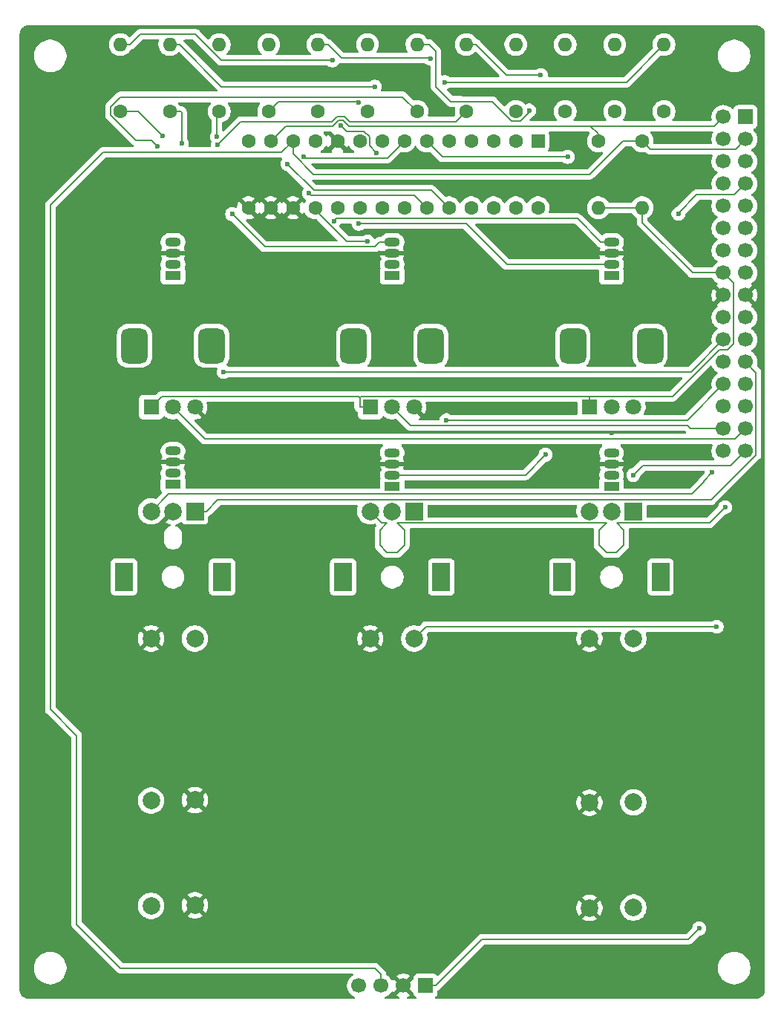
<source format=gbr>
%TF.GenerationSoftware,KiCad,Pcbnew,9.0.2*%
%TF.CreationDate,2025-06-25T22:06:56+02:00*%
%TF.ProjectId,devkit,6465766b-6974-42e6-9b69-6361645f7063,rev?*%
%TF.SameCoordinates,Original*%
%TF.FileFunction,Copper,L2,Bot*%
%TF.FilePolarity,Positive*%
%FSLAX46Y46*%
G04 Gerber Fmt 4.6, Leading zero omitted, Abs format (unit mm)*
G04 Created by KiCad (PCBNEW 9.0.2) date 2025-06-25 22:06:56*
%MOMM*%
%LPD*%
G01*
G04 APERTURE LIST*
G04 Aperture macros list*
%AMRoundRect*
0 Rectangle with rounded corners*
0 $1 Rounding radius*
0 $2 $3 $4 $5 $6 $7 $8 $9 X,Y pos of 4 corners*
0 Add a 4 corners polygon primitive as box body*
4,1,4,$2,$3,$4,$5,$6,$7,$8,$9,$2,$3,0*
0 Add four circle primitives for the rounded corners*
1,1,$1+$1,$2,$3*
1,1,$1+$1,$4,$5*
1,1,$1+$1,$6,$7*
1,1,$1+$1,$8,$9*
0 Add four rect primitives between the rounded corners*
20,1,$1+$1,$2,$3,$4,$5,0*
20,1,$1+$1,$4,$5,$6,$7,0*
20,1,$1+$1,$6,$7,$8,$9,0*
20,1,$1+$1,$8,$9,$2,$3,0*%
G04 Aperture macros list end*
%TA.AperFunction,ComponentPad*%
%ADD10C,1.600000*%
%TD*%
%TA.AperFunction,ComponentPad*%
%ADD11RoundRect,0.250000X-0.550000X0.550000X-0.550000X-0.550000X0.550000X-0.550000X0.550000X0.550000X0*%
%TD*%
%TA.AperFunction,ComponentPad*%
%ADD12C,2.000000*%
%TD*%
%TA.AperFunction,ComponentPad*%
%ADD13O,1.600000X1.600000*%
%TD*%
%TA.AperFunction,ComponentPad*%
%ADD14R,1.800000X1.800000*%
%TD*%
%TA.AperFunction,ComponentPad*%
%ADD15C,1.800000*%
%TD*%
%TA.AperFunction,ComponentPad*%
%ADD16RoundRect,0.750000X0.750000X-1.250000X0.750000X1.250000X-0.750000X1.250000X-0.750000X-1.250000X0*%
%TD*%
%TA.AperFunction,ComponentPad*%
%ADD17R,1.700000X1.700000*%
%TD*%
%TA.AperFunction,ComponentPad*%
%ADD18C,1.700000*%
%TD*%
%TA.AperFunction,ComponentPad*%
%ADD19R,1.800000X1.070000*%
%TD*%
%TA.AperFunction,ComponentPad*%
%ADD20O,1.800000X1.070000*%
%TD*%
%TA.AperFunction,ComponentPad*%
%ADD21R,2.000000X2.000000*%
%TD*%
%TA.AperFunction,ComponentPad*%
%ADD22R,2.000000X3.200000*%
%TD*%
%TA.AperFunction,ViaPad*%
%ADD23C,0.600000*%
%TD*%
%TA.AperFunction,Conductor*%
%ADD24C,0.200000*%
%TD*%
G04 APERTURE END LIST*
D10*
%TO.P,U1,28,GPA7*%
%TO.N,/BUTTON4*%
X199620000Y-41315000D03*
%TO.P,U1,27,GPA6*%
%TO.N,/BUTTON3*%
X197080000Y-41315000D03*
%TO.P,U1,26,GPA5*%
%TO.N,/LED_R_POT3*%
X194540000Y-41315000D03*
%TO.P,U1,25,GPA4*%
%TO.N,/LED_G_POT3*%
X192000000Y-41315000D03*
%TO.P,U1,24,GPA3*%
%TO.N,/LED_R_POT2*%
X189460000Y-41315000D03*
%TO.P,U1,23,GPA2*%
%TO.N,/LED_G_POT2*%
X186920000Y-41315000D03*
%TO.P,U1,22,GPA1*%
%TO.N,/LED_R_POT1*%
X184380000Y-41315000D03*
%TO.P,U1,21,GPA0*%
%TO.N,/LED_G_POT1*%
X181840000Y-41315000D03*
%TO.P,U1,20,INTA*%
%TO.N,unconnected-(U1-INTA-Pad20)*%
X179300000Y-41315000D03*
%TO.P,U1,19,INTB*%
%TO.N,unconnected-(U1-INTB-Pad19)*%
X176760000Y-41315000D03*
%TO.P,U1,18,~{RESET}*%
%TO.N,+3V3*%
X174220000Y-41315000D03*
%TO.P,U1,17,A2*%
%TO.N,GND*%
X171680000Y-41315000D03*
%TO.P,U1,16,A1*%
X169140000Y-41315000D03*
%TO.P,U1,15,A0*%
X166600000Y-41315000D03*
%TO.P,U1,14,NC*%
%TO.N,unconnected-(U1-NC-Pad14)*%
X166600000Y-33695000D03*
%TO.P,U1,13,SDA*%
%TO.N,/GPIO0*%
X169140000Y-33695000D03*
%TO.P,U1,12,SCK*%
%TO.N,/GPIO1*%
X171680000Y-33695000D03*
%TO.P,U1,11,NC*%
%TO.N,unconnected-(U1-NC-Pad11)*%
X174220000Y-33695000D03*
%TO.P,U1,10,VSS*%
%TO.N,GND*%
X176760000Y-33695000D03*
%TO.P,U1,9,VDD*%
%TO.N,+3V3*%
X179300000Y-33695000D03*
%TO.P,U1,8,GPB7*%
%TO.N,/BUTTON2*%
X181840000Y-33695000D03*
%TO.P,U1,7,GPB6*%
%TO.N,/BUTTON1*%
X184380000Y-33695000D03*
%TO.P,U1,6,GPB5*%
%TO.N,/LED_R_ENC3*%
X186920000Y-33695000D03*
%TO.P,U1,5,GPB4*%
%TO.N,/LED_G_ENC3*%
X189460000Y-33695000D03*
%TO.P,U1,4,GPB3*%
%TO.N,/LED_R_ENC2*%
X192000000Y-33695000D03*
%TO.P,U1,3,GPB2*%
%TO.N,/LED_G_ENC2*%
X194540000Y-33695000D03*
%TO.P,U1,2,GPB1*%
%TO.N,/LED_R_ENC1*%
X197080000Y-33695000D03*
D11*
%TO.P,U1,1,GPB0*%
%TO.N,/LED_G_ENC1*%
X199620000Y-33695000D03*
%TD*%
D12*
%TO.P,SW5,1,1*%
%TO.N,/BUTTON2*%
X155500000Y-120900000D03*
%TO.P,SW5,2,2*%
%TO.N,GND*%
X160500000Y-120850000D03*
%TD*%
D10*
%TO.P,R3,1*%
%TO.N,Net-(D2-RA)*%
X163272700Y-30315000D03*
D13*
%TO.P,R3,2*%
%TO.N,/LED_R_POT2*%
X163272700Y-22695000D03*
%TD*%
D10*
%TO.P,R11,1*%
%TO.N,Net-(D6-RA)*%
X208363600Y-30315000D03*
D13*
%TO.P,R11,2*%
%TO.N,/LED_R_ENC3*%
X208363600Y-22695000D03*
%TD*%
D12*
%TO.P,SW7,1,1*%
%TO.N,/BUTTON4*%
X210500000Y-121100000D03*
%TO.P,SW7,2,2*%
%TO.N,GND*%
X205500000Y-121150000D03*
%TD*%
D14*
%TO.P,RV2,1,1*%
%TO.N,+3V3*%
X180500000Y-64050000D03*
D15*
%TO.P,RV2,2,2*%
%TO.N,/GPIO27*%
X183000000Y-64050000D03*
%TO.P,RV2,3,3*%
%TO.N,GND*%
X185500000Y-64050000D03*
D16*
%TO.P,RV2,MP,MountPin*%
%TO.N,unconnected-(RV2-MountPin-PadMP)*%
X178600000Y-57050000D03*
%TO.N,unconnected-(RV2-MountPin-PadMP)_1*%
X187400000Y-57050000D03*
%TD*%
D10*
%TO.P,R7,1*%
%TO.N,Net-(D4-RA)*%
X185818200Y-30315000D03*
D13*
%TO.P,R7,2*%
%TO.N,/LED_R_ENC1*%
X185818200Y-22695000D03*
%TD*%
D10*
%TO.P,R13,1*%
%TO.N,/GPIO1*%
X211500000Y-33690000D03*
D13*
%TO.P,R13,2*%
%TO.N,+3V3*%
X211500000Y-41310000D03*
%TD*%
D10*
%TO.P,R1,1*%
%TO.N,Net-(D1-GA)*%
X152000000Y-30315000D03*
D13*
%TO.P,R1,2*%
%TO.N,/LED_G_POT1*%
X152000000Y-22695000D03*
%TD*%
D10*
%TO.P,R10,1*%
%TO.N,Net-(D5-GA)*%
X202727300Y-30315000D03*
D13*
%TO.P,R10,2*%
%TO.N,/LED_G_ENC2*%
X202727300Y-22695000D03*
%TD*%
D12*
%TO.P,SW4,1,1*%
%TO.N,/BUTTON1*%
X155500000Y-108900000D03*
%TO.P,SW4,2,2*%
%TO.N,GND*%
X160500000Y-108850000D03*
%TD*%
D17*
%TO.P,J3,1,Pin_1*%
%TO.N,+5V*%
X223290000Y-30950000D03*
D18*
%TO.P,J3,2,Pin_2*%
%TO.N,/GPIO0*%
X220750000Y-30950000D03*
%TO.P,J3,3,Pin_3*%
%TO.N,/GPIO1*%
X223290000Y-33490000D03*
%TO.P,J3,4,Pin_4*%
%TO.N,/GPIO2*%
X220750000Y-33490000D03*
%TO.P,J3,5,Pin_5*%
%TO.N,/ENC3_SW*%
X223290000Y-36030000D03*
%TO.P,J3,6,Pin_6*%
%TO.N,/ENC3_A*%
X220750000Y-36030000D03*
%TO.P,J3,7,Pin_7*%
%TO.N,/ENC3_B*%
X223290000Y-38570000D03*
%TO.P,J3,8,Pin_8*%
%TO.N,unconnected-(J3-Pin_8-Pad8)*%
X220750000Y-38570000D03*
%TO.P,J3,9,Pin_9*%
%TO.N,unconnected-(J3-Pin_9-Pad9)*%
X223290000Y-41110000D03*
%TO.P,J3,10,Pin_10*%
%TO.N,unconnected-(J3-Pin_10-Pad10)*%
X220750000Y-41110000D03*
%TO.P,J3,11,Pin_11*%
%TO.N,unconnected-(J3-Pin_11-Pad11)*%
X223290000Y-43650000D03*
%TO.P,J3,12,Pin_12*%
%TO.N,unconnected-(J3-Pin_12-Pad12)*%
X220750000Y-43650000D03*
%TO.P,J3,13,Pin_13*%
%TO.N,unconnected-(J3-Pin_13-Pad13)*%
X223290000Y-46190000D03*
%TO.P,J3,14,Pin_14*%
%TO.N,unconnected-(J3-Pin_14-Pad14)*%
X220750000Y-46190000D03*
%TO.P,J3,15,Pin_15*%
%TO.N,/ADC_VREF*%
X223290000Y-48730000D03*
%TO.P,J3,16,Pin_16*%
%TO.N,+3V3*%
X220750000Y-48730000D03*
%TO.P,J3,17,Pin_17*%
%TO.N,GND*%
X223290000Y-51270000D03*
%TO.P,J3,18,Pin_18*%
X220750000Y-51270000D03*
%TO.P,J3,19,Pin_19*%
%TO.N,unconnected-(J3-Pin_19-Pad19)*%
X223290000Y-53810000D03*
%TO.P,J3,20,Pin_20*%
%TO.N,unconnected-(J3-Pin_20-Pad20)*%
X220750000Y-53810000D03*
%TO.P,J3,21,Pin_21*%
%TO.N,unconnected-(J3-Pin_21-Pad21)*%
X223290000Y-56350000D03*
%TO.P,J3,22,Pin_22*%
%TO.N,/ENC1_SW*%
X220750000Y-56350000D03*
%TO.P,J3,23,Pin_23*%
%TO.N,/ENC1_A*%
X223290000Y-58890000D03*
%TO.P,J3,24,Pin_24*%
%TO.N,/ENC1_B*%
X220750000Y-58890000D03*
%TO.P,J3,25,Pin_25*%
%TO.N,/ENC2_SW*%
X223290000Y-61430000D03*
%TO.P,J3,26,Pin_26*%
%TO.N,/ENC2_A*%
X220750000Y-61430000D03*
%TO.P,J3,27,Pin_27*%
%TO.N,/ENC2_B*%
X223290000Y-63970000D03*
%TO.P,J3,28,Pin_28*%
%TO.N,unconnected-(J3-Pin_28-Pad28)*%
X220750000Y-63970000D03*
%TO.P,J3,29,Pin_29*%
%TO.N,/GPIO26*%
X223290000Y-66510000D03*
%TO.P,J3,30,Pin_30*%
%TO.N,/GPIO27*%
X220750000Y-66510000D03*
%TO.P,J3,31,Pin_31*%
%TO.N,/GPIO28*%
X223290000Y-69050000D03*
%TO.P,J3,32,Pin_32*%
%TO.N,GND*%
X220750000Y-69050000D03*
%TD*%
D19*
%TO.P,D1,1,BA*%
%TO.N,unconnected-(D1-BA-Pad1)*%
X158000000Y-49050000D03*
D20*
%TO.P,D1,2,GA*%
%TO.N,Net-(D1-GA)*%
X158000000Y-47780000D03*
%TO.P,D1,3,K*%
%TO.N,GND*%
X158000000Y-46510000D03*
%TO.P,D1,4,RA*%
%TO.N,Net-(D1-RA)*%
X158000000Y-45240000D03*
%TD*%
D14*
%TO.P,RV3,1,1*%
%TO.N,+3V3*%
X205500000Y-64050000D03*
D15*
%TO.P,RV3,2,2*%
%TO.N,/GPIO28*%
X208000000Y-64050000D03*
%TO.P,RV3,3,3*%
%TO.N,GND*%
X210500000Y-64050000D03*
D16*
%TO.P,RV3,MP,MountPin*%
%TO.N,unconnected-(RV3-MountPin-PadMP)_1*%
X203600000Y-57050000D03*
%TO.N,unconnected-(RV3-MountPin-PadMP)*%
X212400000Y-57050000D03*
%TD*%
D10*
%TO.P,R9,1*%
%TO.N,Net-(D5-RA)*%
X197090900Y-30315000D03*
D13*
%TO.P,R9,2*%
%TO.N,/LED_R_ENC2*%
X197090900Y-22695000D03*
%TD*%
D10*
%TO.P,R8,1*%
%TO.N,Net-(D4-GA)*%
X191454500Y-30315000D03*
D13*
%TO.P,R8,2*%
%TO.N,/LED_G_ENC1*%
X191454500Y-22695000D03*
%TD*%
D10*
%TO.P,R12,1*%
%TO.N,Net-(D6-GA)*%
X214000000Y-30315000D03*
D13*
%TO.P,R12,2*%
%TO.N,/LED_G_ENC3*%
X214000000Y-22695000D03*
%TD*%
D19*
%TO.P,D5,1,BA*%
%TO.N,unconnected-(D5-BA-Pad1)*%
X183000000Y-73050000D03*
D20*
%TO.P,D5,2,GA*%
%TO.N,Net-(D5-GA)*%
X183000000Y-71780000D03*
%TO.P,D5,3,K*%
%TO.N,GND*%
X183000000Y-70510000D03*
%TO.P,D5,4,RA*%
%TO.N,Net-(D5-RA)*%
X183000000Y-69240000D03*
%TD*%
D19*
%TO.P,D2,1,BA*%
%TO.N,unconnected-(D2-BA-Pad1)*%
X183000000Y-49050000D03*
D20*
%TO.P,D2,2,GA*%
%TO.N,Net-(D2-GA)*%
X183000000Y-47780000D03*
%TO.P,D2,3,K*%
%TO.N,GND*%
X183000000Y-46510000D03*
%TO.P,D2,4,RA*%
%TO.N,Net-(D2-RA)*%
X183000000Y-45240000D03*
%TD*%
D10*
%TO.P,R6,1*%
%TO.N,Net-(D3-GA)*%
X180181800Y-30315000D03*
D13*
%TO.P,R6,2*%
%TO.N,/LED_G_POT3*%
X180181800Y-22695000D03*
%TD*%
D12*
%TO.P,SW6,1,1*%
%TO.N,/BUTTON3*%
X210500000Y-109100000D03*
%TO.P,SW6,2,2*%
%TO.N,GND*%
X205500000Y-109150000D03*
%TD*%
D21*
%TO.P,SW3,A,A*%
%TO.N,/ENC3_A*%
X210500000Y-75925000D03*
D12*
%TO.P,SW3,B,B*%
%TO.N,/ENC3_B*%
X205500000Y-75925000D03*
%TO.P,SW3,C,C*%
%TO.N,GND*%
X208000000Y-75925000D03*
D22*
%TO.P,SW3,MP*%
%TO.N,N/C*%
X213600000Y-83425000D03*
X202400000Y-83425000D03*
D12*
%TO.P,SW3,S1,S1*%
%TO.N,GND*%
X205500000Y-90425000D03*
%TO.P,SW3,S2,S2*%
%TO.N,/ENC3_SW*%
X210500000Y-90425000D03*
%TD*%
D10*
%TO.P,R14,1*%
%TO.N,/GPIO0*%
X206500000Y-33690000D03*
D13*
%TO.P,R14,2*%
%TO.N,+3V3*%
X206500000Y-41310000D03*
%TD*%
D19*
%TO.P,D6,1,BA*%
%TO.N,unconnected-(D6-BA-Pad1)*%
X208000000Y-73050000D03*
D20*
%TO.P,D6,2,GA*%
%TO.N,Net-(D6-GA)*%
X208000000Y-71780000D03*
%TO.P,D6,3,K*%
%TO.N,GND*%
X208000000Y-70510000D03*
%TO.P,D6,4,RA*%
%TO.N,Net-(D6-RA)*%
X208000000Y-69240000D03*
%TD*%
D19*
%TO.P,D4,1,BA*%
%TO.N,unconnected-(D4-BA-Pad1)*%
X158000000Y-72860000D03*
D20*
%TO.P,D4,2,GA*%
%TO.N,Net-(D4-GA)*%
X158000000Y-71590000D03*
%TO.P,D4,3,K*%
%TO.N,GND*%
X158000000Y-70320000D03*
%TO.P,D4,4,RA*%
%TO.N,Net-(D4-RA)*%
X158000000Y-69050000D03*
%TD*%
D10*
%TO.P,R4,1*%
%TO.N,Net-(D2-GA)*%
X168909100Y-30315000D03*
D13*
%TO.P,R4,2*%
%TO.N,/LED_G_POT2*%
X168909100Y-22695000D03*
%TD*%
D21*
%TO.P,SW2,A,A*%
%TO.N,/ENC2_A*%
X185500000Y-75925000D03*
D12*
%TO.P,SW2,B,B*%
%TO.N,/ENC2_B*%
X180500000Y-75925000D03*
%TO.P,SW2,C,C*%
%TO.N,GND*%
X183000000Y-75925000D03*
D22*
%TO.P,SW2,MP*%
%TO.N,N/C*%
X188600000Y-83425000D03*
X177400000Y-83425000D03*
D12*
%TO.P,SW2,S1,S1*%
%TO.N,GND*%
X180500000Y-90425000D03*
%TO.P,SW2,S2,S2*%
%TO.N,/ENC2_SW*%
X185500000Y-90425000D03*
%TD*%
D17*
%TO.P,VID1,1,Pin_1*%
%TO.N,+5V*%
X186810000Y-130000000D03*
D18*
%TO.P,VID1,2,Pin_2*%
%TO.N,GND*%
X184270000Y-130000000D03*
%TO.P,VID1,3,Pin_3*%
%TO.N,/GPIO1*%
X181730000Y-130000000D03*
%TO.P,VID1,4,Pin_4*%
%TO.N,/GPIO0*%
X179190000Y-130000000D03*
%TD*%
D14*
%TO.P,RV1,1,1*%
%TO.N,+3V3*%
X155500000Y-64050000D03*
D15*
%TO.P,RV1,2,2*%
%TO.N,/GPIO26*%
X158000000Y-64050000D03*
%TO.P,RV1,3,3*%
%TO.N,GND*%
X160500000Y-64050000D03*
D16*
%TO.P,RV1,MP,MountPin*%
%TO.N,unconnected-(RV1-MountPin-PadMP)_1*%
X153600000Y-57050000D03*
%TO.N,unconnected-(RV1-MountPin-PadMP)*%
X162400000Y-57050000D03*
%TD*%
D19*
%TO.P,D3,1,BA*%
%TO.N,unconnected-(D3-BA-Pad1)*%
X208000000Y-49050000D03*
D20*
%TO.P,D3,2,GA*%
%TO.N,Net-(D3-GA)*%
X208000000Y-47780000D03*
%TO.P,D3,3,K*%
%TO.N,GND*%
X208000000Y-46510000D03*
%TO.P,D3,4,RA*%
%TO.N,Net-(D3-RA)*%
X208000000Y-45240000D03*
%TD*%
D10*
%TO.P,R2,1*%
%TO.N,Net-(D1-RA)*%
X157636400Y-30315000D03*
D13*
%TO.P,R2,2*%
%TO.N,/LED_R_POT1*%
X157636400Y-22695000D03*
%TD*%
D10*
%TO.P,R5,1*%
%TO.N,Net-(D3-RA)*%
X174545500Y-30315000D03*
D13*
%TO.P,R5,2*%
%TO.N,/LED_R_POT3*%
X174545500Y-22695000D03*
%TD*%
D21*
%TO.P,SW1,A,A*%
%TO.N,/ENC1_A*%
X160500000Y-75925000D03*
D12*
%TO.P,SW1,B,B*%
%TO.N,/ENC1_B*%
X155500000Y-75925000D03*
%TO.P,SW1,C,C*%
%TO.N,GND*%
X158000000Y-75925000D03*
D22*
%TO.P,SW1,MP*%
%TO.N,N/C*%
X163600000Y-83425000D03*
X152400000Y-83425000D03*
D12*
%TO.P,SW1,S1,S1*%
%TO.N,GND*%
X155500000Y-90425000D03*
%TO.P,SW1,S2,S2*%
%TO.N,/ENC1_SW*%
X160500000Y-90425000D03*
%TD*%
D23*
%TO.N,GND*%
X217500000Y-63000000D03*
X217500000Y-54000000D03*
X158000000Y-66500000D03*
X208000000Y-67000000D03*
X211500000Y-61500000D03*
X166500000Y-65500000D03*
X160500000Y-30000000D03*
X166500000Y-30000000D03*
X169000000Y-26000000D03*
X174500000Y-26000000D03*
X180000000Y-26000000D03*
X217000000Y-33500000D03*
X198500000Y-36500000D03*
X202500000Y-76000000D03*
X193000000Y-76000000D03*
X198000000Y-39000000D03*
X198000000Y-51000000D03*
X178500000Y-49000000D03*
X158500000Y-39500000D03*
%TO.N,/LED_R_ENC3*%
X203000000Y-35500000D03*
%TO.N,/BUTTON1*%
X172860500Y-35466300D03*
%TO.N,/LED_R_POT3*%
X187350000Y-24301329D03*
%TO.N,/LED_R_POT2*%
X171034600Y-36313400D03*
%TO.N,/LED_G_POT2*%
X173511800Y-39674600D03*
%TO.N,/LED_R_POT1*%
X181000000Y-27498200D03*
%TO.N,/LED_G_POT1*%
X176182300Y-24515400D03*
X177130930Y-31949830D03*
X181206000Y-35043400D03*
%TO.N,/LED_G_ENC3*%
X189000000Y-27000000D03*
%TO.N,/LED_R_ENC1*%
X198620500Y-30231800D03*
%TO.N,/LED_G_ENC1*%
X199948200Y-26179200D03*
%TO.N,/ENC2_A*%
X189188200Y-65540800D03*
%TO.N,/ENC1_B*%
X219500000Y-71500000D03*
%TO.N,/ENC3_B*%
X215650000Y-41999171D03*
%TO.N,/ENC2_SW*%
X220000000Y-89085900D03*
%TO.N,/ENC1_SW*%
X163791400Y-60031300D03*
%TO.N,/GPIO28*%
X210486900Y-71785700D03*
%TO.N,/ENC2_B*%
X220956500Y-75456500D03*
%TO.N,Net-(D5-GA)*%
X200476050Y-69476050D03*
%TO.N,Net-(D4-GA)*%
X163086900Y-34126500D03*
%TO.N,Net-(D4-RA)*%
X156184800Y-34315200D03*
%TO.N,Net-(D3-GA)*%
X179195400Y-43142700D03*
%TO.N,Net-(D3-RA)*%
X176330700Y-42817000D03*
%TO.N,Net-(D2-RA)*%
X164740000Y-42042600D03*
X163004100Y-33212400D03*
%TO.N,Net-(D2-GA)*%
X179137900Y-29311000D03*
%TO.N,+3V3*%
X180187400Y-45154000D03*
%TO.N,+5V*%
X218000000Y-123500000D03*
%TO.N,Net-(D1-RA)*%
X159000000Y-34000000D03*
%TO.N,Net-(D1-GA)*%
X156804893Y-33117606D03*
%TD*%
D24*
%TO.N,/ENC1_B*%
X218500000Y-72591300D02*
X217140400Y-73950900D01*
X219500000Y-71500000D02*
X218500000Y-72500000D01*
X218500000Y-72500000D02*
X218500000Y-72591300D01*
X217140400Y-73950900D02*
X157474100Y-73950900D01*
X157474100Y-73950900D02*
X155500000Y-75925000D01*
%TO.N,/GPIO27*%
X183000000Y-64050000D02*
X185091800Y-66141800D01*
X185091800Y-66141800D02*
X216631800Y-66141800D01*
X216631800Y-66141800D02*
X217000000Y-66510000D01*
X217000000Y-66510000D02*
X220750000Y-66510000D01*
%TO.N,/LED_R_ENC1*%
X198620500Y-30231800D02*
X198620500Y-30408600D01*
X198620500Y-30408600D02*
X197612400Y-31416700D01*
X197612400Y-31416700D02*
X196634600Y-31416700D01*
X189682750Y-29182750D02*
X188000000Y-27500000D01*
X196634600Y-31416700D02*
X194431200Y-29213300D01*
X194431200Y-29213300D02*
X190836500Y-29213300D01*
X190836500Y-29202000D02*
X190817250Y-29182750D01*
X190817250Y-29182750D02*
X189682750Y-29182750D01*
X188000000Y-27500000D02*
X188000000Y-23500000D01*
X188000000Y-23500000D02*
X187195000Y-22695000D01*
X190836500Y-29213300D02*
X190836500Y-29202000D01*
X187195000Y-22695000D02*
X185818200Y-22695000D01*
%TO.N,/LED_R_POT1*%
X181000000Y-27498200D02*
X163541300Y-27498200D01*
X158738100Y-22695000D02*
X157636400Y-22695000D01*
X163541300Y-27498200D02*
X158738100Y-22695000D01*
%TO.N,+3V3*%
X179298300Y-62977800D02*
X179158700Y-62838200D01*
X179158700Y-62838200D02*
X156711800Y-62838200D01*
X156711800Y-62838200D02*
X155500000Y-64050000D01*
%TO.N,Net-(D1-RA)*%
X159000000Y-34000000D02*
X159000000Y-30436600D01*
X159000000Y-30436600D02*
X158878400Y-30315000D01*
X158878400Y-30315000D02*
X157636400Y-30315000D01*
%TO.N,Net-(D4-RA)*%
X184177000Y-28673800D02*
X185818200Y-30315000D01*
X153756100Y-33630400D02*
X150868000Y-30742300D01*
X150868000Y-29824900D02*
X152019100Y-28673800D01*
X155500000Y-33630400D02*
X153756100Y-33630400D01*
X150868000Y-30742300D02*
X150868000Y-29824900D01*
X156184800Y-34315200D02*
X155500000Y-33630400D01*
X152019100Y-28673800D02*
X184177000Y-28673800D01*
%TO.N,Net-(D5-GA)*%
X200476050Y-69476050D02*
X198172100Y-71780000D01*
X198172100Y-71780000D02*
X183000000Y-71780000D01*
%TO.N,+5V*%
X218000000Y-123500000D02*
X216787300Y-124712700D01*
X193249000Y-124712700D02*
X187961700Y-130000000D01*
X216787300Y-124712700D02*
X193249000Y-124712700D01*
X187961700Y-130000000D02*
X186810000Y-130000000D01*
%TO.N,/ENC2_B*%
X206599000Y-78044687D02*
X207412087Y-77231600D01*
X206599000Y-79805313D02*
X206599000Y-78044687D01*
X208580313Y-80626000D02*
X207419687Y-80626000D01*
X207412087Y-77231600D02*
X183587913Y-77231600D01*
X182412087Y-77231600D02*
X181806600Y-77231600D01*
X209401000Y-78044687D02*
X209401000Y-79805313D01*
X181806600Y-77231600D02*
X180500000Y-75925000D01*
X208587913Y-77231600D02*
X209401000Y-78044687D01*
X183580313Y-80626000D02*
X182419687Y-80626000D01*
X219181400Y-77231600D02*
X208587913Y-77231600D01*
X183587913Y-77231600D02*
X184401000Y-78044687D01*
X207419687Y-80626000D02*
X206599000Y-79805313D01*
X181599000Y-78044687D02*
X182412087Y-77231600D01*
X220956500Y-75456500D02*
X219181400Y-77231600D01*
X209401000Y-79805313D02*
X208580313Y-80626000D01*
X181599000Y-79805313D02*
X181599000Y-78044687D01*
X184401000Y-78044687D02*
X184401000Y-79805313D01*
X184401000Y-79805313D02*
X183580313Y-80626000D01*
X182419687Y-80626000D02*
X181599000Y-79805313D01*
%TO.N,/ENC2_SW*%
X220000000Y-89085900D02*
X186839100Y-89085900D01*
X186839100Y-89085900D02*
X185500000Y-90425000D01*
%TO.N,/GPIO1*%
X171680000Y-33695000D02*
X170375000Y-35000000D01*
X170375000Y-35000000D02*
X150000000Y-35000000D01*
X147000000Y-123000000D02*
X152000000Y-128000000D01*
X152000000Y-128000000D02*
X181000000Y-128000000D01*
X150000000Y-35000000D02*
X144000000Y-41000000D01*
X144000000Y-41000000D02*
X144000000Y-98500000D01*
X144000000Y-98500000D02*
X147000000Y-101500000D01*
X147000000Y-101500000D02*
X147000000Y-123000000D01*
X181000000Y-128000000D02*
X181730000Y-128730000D01*
X181730000Y-128730000D02*
X181730000Y-130000000D01*
%TO.N,Net-(D1-GA)*%
X154002287Y-30315000D02*
X156804893Y-33117606D01*
X152000000Y-30315000D02*
X154002287Y-30315000D01*
%TO.N,/ENC3_B*%
X223290000Y-38570000D02*
X222020000Y-39840000D01*
X222020000Y-39840000D02*
X217698100Y-39840000D01*
X217698100Y-39840000D02*
X215650000Y-41888100D01*
X215650000Y-41888100D02*
X215650000Y-41999171D01*
%TO.N,/GPIO0*%
X170835000Y-32000000D02*
X169140000Y-33695000D01*
%TO.N,Net-(D4-GA)*%
X176696005Y-30899830D02*
X176113435Y-31482400D01*
%TO.N,/LED_G_POT1*%
X180401700Y-33212400D02*
X179782600Y-32593300D01*
%TO.N,Net-(D4-GA)*%
X178148425Y-31482400D02*
X177565854Y-30899830D01*
%TO.N,/LED_G_POT1*%
X181206000Y-35043400D02*
X180401700Y-34239100D01*
X180401700Y-34239100D02*
X180401700Y-33212400D01*
%TO.N,Net-(D4-GA)*%
X191454500Y-30315000D02*
X190287100Y-31482400D01*
X165731000Y-31482400D02*
X163086900Y-34126500D01*
X177565854Y-30899830D02*
X176696005Y-30899830D01*
%TO.N,/GPIO0*%
X176161521Y-32000000D02*
X170835000Y-32000000D01*
%TO.N,/LED_G_POT1*%
X179782600Y-32593300D02*
X177774400Y-32593300D01*
%TO.N,/GPIO0*%
X176861691Y-31299830D02*
X176161521Y-32000000D01*
X177400169Y-31299830D02*
X176861691Y-31299830D01*
X178100339Y-32000000D02*
X177400169Y-31299830D01*
%TO.N,/LED_G_POT1*%
X177774400Y-32593300D02*
X177130930Y-31949830D01*
%TO.N,Net-(D4-GA)*%
X176113435Y-31482400D02*
X165731000Y-31482400D01*
X190287100Y-31482400D02*
X178148425Y-31482400D01*
%TO.N,/GPIO0*%
X205619100Y-32000000D02*
X178100339Y-32000000D01*
%TO.N,+3V3*%
X220750000Y-48730000D02*
X217230000Y-48730000D01*
X211500000Y-43000000D02*
X211500000Y-41310000D01*
X217230000Y-48730000D02*
X211500000Y-43000000D01*
X214948600Y-62825900D02*
X220272800Y-57501700D01*
X179450200Y-62825900D02*
X205500000Y-62825900D01*
%TO.N,/LED_R_POT3*%
X174545500Y-22695000D02*
X175676870Y-22695000D01*
X175676870Y-22695000D02*
X177243470Y-24261600D01*
X187310271Y-24261600D02*
X187350000Y-24301329D01*
X177243470Y-24261600D02*
X187310271Y-24261600D01*
%TO.N,/LED_G_ENC3*%
X214000000Y-22695000D02*
X209695000Y-27000000D01*
X209695000Y-27000000D02*
X189000000Y-27000000D01*
%TO.N,/LED_R_ENC3*%
X188725000Y-35500000D02*
X203000000Y-35500000D01*
X186920000Y-33695000D02*
X188725000Y-35500000D01*
%TO.N,/BUTTON1*%
X182429900Y-35645100D02*
X184380000Y-33695000D01*
X173039300Y-35645100D02*
X182429900Y-35645100D01*
X172860500Y-35466300D02*
X173039300Y-35645100D01*
%TO.N,/LED_R_POT2*%
X187466100Y-39321100D02*
X189460000Y-41315000D01*
X174042300Y-39321100D02*
X187466100Y-39321100D01*
X171034600Y-36313400D02*
X174042300Y-39321100D01*
%TO.N,/LED_G_POT2*%
X173768200Y-39931000D02*
X173511800Y-39674600D01*
X185536000Y-39931000D02*
X173768200Y-39931000D01*
X186920000Y-41315000D02*
X185536000Y-39931000D01*
%TO.N,/LED_G_POT1*%
X163535000Y-24515400D02*
X176182300Y-24515400D01*
X160553200Y-21533600D02*
X163535000Y-24515400D01*
X154263100Y-21533600D02*
X160553200Y-21533600D01*
X153101700Y-22695000D02*
X154263100Y-21533600D01*
X152000000Y-22695000D02*
X153101700Y-22695000D01*
%TO.N,/LED_G_ENC1*%
X196040400Y-26179200D02*
X199948200Y-26179200D01*
X192556200Y-22695000D02*
X196040400Y-26179200D01*
X191454500Y-22695000D02*
X192556200Y-22695000D01*
%TO.N,/ENC2_A*%
X216639200Y-65540800D02*
X189188200Y-65540800D01*
X220750000Y-61430000D02*
X216639200Y-65540800D01*
%TO.N,/ENC1_A*%
X224491300Y-60091300D02*
X223290000Y-58890000D01*
X224491300Y-69484200D02*
X224491300Y-60091300D01*
X219352200Y-74623300D02*
X224491300Y-69484200D01*
X163103400Y-74623300D02*
X219352200Y-74623300D01*
X161801700Y-75925000D02*
X163103400Y-74623300D01*
X160500000Y-75925000D02*
X161801700Y-75925000D01*
%TO.N,/GPIO0*%
X206500000Y-32880900D02*
X206500000Y-33690000D01*
X205619100Y-32000000D02*
X206500000Y-32880900D01*
X219700000Y-32000000D02*
X205619100Y-32000000D01*
X220750000Y-30950000D02*
X219700000Y-32000000D01*
%TO.N,/GPIO28*%
X221621900Y-70718100D02*
X223290000Y-69050000D01*
X211554500Y-70718100D02*
X221621900Y-70718100D01*
X210486900Y-71785700D02*
X211554500Y-70718100D01*
%TO.N,/GPIO26*%
X161618400Y-67668400D02*
X158000000Y-64050000D01*
X222131600Y-67668400D02*
X161618400Y-67668400D01*
X223290000Y-66510000D02*
X222131600Y-67668400D01*
%TO.N,/GPIO1*%
X222139000Y-34641000D02*
X223290000Y-33490000D01*
X212451000Y-34641000D02*
X222139000Y-34641000D01*
X211500000Y-33690000D02*
X212451000Y-34641000D01*
X209310000Y-33690000D02*
X211500000Y-33690000D01*
X205500000Y-37500000D02*
X209310000Y-33690000D01*
X174000000Y-37500000D02*
X205500000Y-37500000D01*
X171680000Y-35180000D02*
X174000000Y-37500000D01*
X171680000Y-33695000D02*
X171680000Y-35180000D01*
%TO.N,Net-(D3-GA)*%
X196074300Y-47780000D02*
X208000000Y-47780000D01*
X191437000Y-43142700D02*
X196074300Y-47780000D01*
X179195400Y-43142700D02*
X191437000Y-43142700D01*
%TO.N,Net-(D3-RA)*%
X208000000Y-45240000D02*
X206798300Y-45240000D01*
X176606700Y-42541000D02*
X176330700Y-42817000D01*
X204099300Y-42541000D02*
X176606700Y-42541000D01*
X206798300Y-45240000D02*
X204099300Y-42541000D01*
%TO.N,Net-(D2-RA)*%
X168464400Y-45767000D02*
X164740000Y-42042600D01*
X181001900Y-45767000D02*
X168464400Y-45767000D01*
X181528900Y-45240000D02*
X181001900Y-45767000D01*
X183000000Y-45240000D02*
X181528900Y-45240000D01*
X163004100Y-30583600D02*
X163272700Y-30315000D01*
X163004100Y-33212400D02*
X163004100Y-30583600D01*
%TO.N,Net-(D2-GA)*%
X170036500Y-29187600D02*
X168909100Y-30315000D01*
X179014500Y-29187600D02*
X170036500Y-29187600D01*
X179137900Y-29311000D02*
X179014500Y-29187600D01*
%TO.N,+3V3*%
X206500000Y-41310000D02*
X211500000Y-41310000D01*
X180500000Y-64050000D02*
X179298300Y-64050000D01*
X221901700Y-49881700D02*
X220750000Y-48730000D01*
X221901700Y-56827100D02*
X221901700Y-49881700D01*
X221227100Y-57501700D02*
X221901700Y-56827100D01*
X220272800Y-57501700D02*
X221227100Y-57501700D01*
X179298300Y-64050000D02*
X179298300Y-62977800D01*
X179298300Y-62977800D02*
X179450200Y-62825900D01*
X174220000Y-41580800D02*
X174220000Y-41315000D01*
X177793200Y-45154000D02*
X174220000Y-41580800D01*
X180187400Y-45154000D02*
X177793200Y-45154000D01*
X205500000Y-64050000D02*
X205500000Y-62825900D01*
X205500000Y-62825900D02*
X214948600Y-62825900D01*
%TO.N,/ENC1_SW*%
X220750000Y-56350000D02*
X217068700Y-60031300D01*
X217068700Y-60031300D02*
X163791400Y-60031300D01*
%TD*%
%TA.AperFunction,Conductor*%
%TO.N,GND*%
G36*
X224505395Y-20500971D02*
G01*
X224535722Y-20503624D01*
X224662756Y-20514738D01*
X224684036Y-20518490D01*
X224801189Y-20549881D01*
X224831370Y-20557968D01*
X224851682Y-20565361D01*
X224989916Y-20629821D01*
X225008634Y-20640628D01*
X225133583Y-20728118D01*
X225150141Y-20742012D01*
X225257987Y-20849858D01*
X225271881Y-20866416D01*
X225359371Y-20991365D01*
X225370178Y-21010083D01*
X225434638Y-21148317D01*
X225442031Y-21168629D01*
X225481508Y-21315960D01*
X225485261Y-21337245D01*
X225499028Y-21494592D01*
X225499500Y-21505400D01*
X225499500Y-130494586D01*
X225499028Y-130505394D01*
X225485260Y-130662753D01*
X225481507Y-130684038D01*
X225442030Y-130831369D01*
X225434637Y-130851681D01*
X225370177Y-130989915D01*
X225359370Y-131008633D01*
X225271880Y-131133582D01*
X225257986Y-131150140D01*
X225150140Y-131257986D01*
X225133582Y-131271880D01*
X225008633Y-131359370D01*
X224989915Y-131370177D01*
X224851681Y-131434637D01*
X224831369Y-131442030D01*
X224684038Y-131481507D01*
X224662753Y-131485260D01*
X224505395Y-131499028D01*
X224494587Y-131499500D01*
X188000103Y-131499500D01*
X187933064Y-131479815D01*
X187887309Y-131427011D01*
X187877365Y-131357853D01*
X187906390Y-131294297D01*
X187925792Y-131276234D01*
X187985240Y-131231730D01*
X188017546Y-131207546D01*
X188103796Y-131092331D01*
X188154091Y-130957483D01*
X188160500Y-130897873D01*
X188160499Y-130650210D01*
X188163880Y-130638692D01*
X188162740Y-130626745D01*
X188173540Y-130605793D01*
X188180183Y-130583172D01*
X188190055Y-130573758D01*
X188194755Y-130564642D01*
X188222491Y-130542828D01*
X188243604Y-130530639D01*
X188330416Y-130480520D01*
X188442220Y-130368716D01*
X188442220Y-130368714D01*
X188452428Y-130358507D01*
X188452429Y-130358504D01*
X190932223Y-127878711D01*
X220149500Y-127878711D01*
X220149500Y-128121288D01*
X220181161Y-128361785D01*
X220243947Y-128596104D01*
X220289552Y-128706204D01*
X220336776Y-128820212D01*
X220458064Y-129030289D01*
X220458066Y-129030292D01*
X220458067Y-129030293D01*
X220605733Y-129222736D01*
X220605739Y-129222743D01*
X220777256Y-129394260D01*
X220777262Y-129394265D01*
X220969711Y-129541936D01*
X221179788Y-129663224D01*
X221403900Y-129756054D01*
X221638211Y-129818838D01*
X221818586Y-129842584D01*
X221878711Y-129850500D01*
X221878712Y-129850500D01*
X222121289Y-129850500D01*
X222169388Y-129844167D01*
X222361789Y-129818838D01*
X222596100Y-129756054D01*
X222820212Y-129663224D01*
X223030289Y-129541936D01*
X223222738Y-129394265D01*
X223394265Y-129222738D01*
X223541936Y-129030289D01*
X223663224Y-128820212D01*
X223756054Y-128596100D01*
X223818838Y-128361789D01*
X223850500Y-128121288D01*
X223850500Y-127878712D01*
X223818838Y-127638211D01*
X223756054Y-127403900D01*
X223754231Y-127399500D01*
X223663226Y-127179794D01*
X223663224Y-127179788D01*
X223541936Y-126969711D01*
X223394265Y-126777262D01*
X223394260Y-126777256D01*
X223222743Y-126605739D01*
X223222736Y-126605733D01*
X223030293Y-126458067D01*
X223030292Y-126458066D01*
X223030289Y-126458064D01*
X222820212Y-126336776D01*
X222820205Y-126336773D01*
X222596104Y-126243947D01*
X222361785Y-126181161D01*
X222121289Y-126149500D01*
X222121288Y-126149500D01*
X221878712Y-126149500D01*
X221878711Y-126149500D01*
X221638214Y-126181161D01*
X221403895Y-126243947D01*
X221179794Y-126336773D01*
X221179785Y-126336777D01*
X220969706Y-126458067D01*
X220777263Y-126605733D01*
X220777256Y-126605739D01*
X220605739Y-126777256D01*
X220605733Y-126777263D01*
X220458067Y-126969706D01*
X220336777Y-127179785D01*
X220336773Y-127179794D01*
X220243947Y-127403895D01*
X220181161Y-127638214D01*
X220149500Y-127878711D01*
X190932223Y-127878711D01*
X193461416Y-125349519D01*
X193522739Y-125316034D01*
X193549097Y-125313200D01*
X216700631Y-125313200D01*
X216700647Y-125313201D01*
X216708243Y-125313201D01*
X216866354Y-125313201D01*
X216866357Y-125313201D01*
X217019085Y-125272277D01*
X217069204Y-125243339D01*
X217156016Y-125193220D01*
X217267820Y-125081416D01*
X217267820Y-125081414D01*
X217278028Y-125071207D01*
X217278029Y-125071204D01*
X218014665Y-124334570D01*
X218075984Y-124301088D01*
X218078151Y-124300637D01*
X218078840Y-124300500D01*
X218078842Y-124300500D01*
X218233497Y-124269737D01*
X218379179Y-124209394D01*
X218510289Y-124121789D01*
X218621789Y-124010289D01*
X218709394Y-123879179D01*
X218769737Y-123733497D01*
X218800500Y-123578842D01*
X218800500Y-123421158D01*
X218800500Y-123421155D01*
X218800499Y-123421153D01*
X218769737Y-123266503D01*
X218769735Y-123266498D01*
X218709397Y-123120827D01*
X218709390Y-123120814D01*
X218621789Y-122989711D01*
X218621786Y-122989707D01*
X218510292Y-122878213D01*
X218510288Y-122878210D01*
X218379185Y-122790609D01*
X218379172Y-122790602D01*
X218233501Y-122730264D01*
X218233489Y-122730261D01*
X218078845Y-122699500D01*
X218078842Y-122699500D01*
X217921158Y-122699500D01*
X217921155Y-122699500D01*
X217766510Y-122730261D01*
X217766498Y-122730264D01*
X217620827Y-122790602D01*
X217620814Y-122790609D01*
X217489711Y-122878210D01*
X217489707Y-122878213D01*
X217378213Y-122989707D01*
X217378210Y-122989711D01*
X217290609Y-123120814D01*
X217290602Y-123120827D01*
X217230264Y-123266498D01*
X217230261Y-123266508D01*
X217199362Y-123421848D01*
X217166977Y-123483759D01*
X217165426Y-123485337D01*
X216574884Y-124075881D01*
X216513561Y-124109366D01*
X216487203Y-124112200D01*
X193169941Y-124112200D01*
X193134155Y-124121788D01*
X193134156Y-124121789D01*
X193017214Y-124153123D01*
X193017209Y-124153126D01*
X192880290Y-124232175D01*
X192880282Y-124232181D01*
X192768478Y-124343986D01*
X188248223Y-128864240D01*
X188186900Y-128897725D01*
X188117208Y-128892741D01*
X188061277Y-128850872D01*
X188017546Y-128792454D01*
X188017544Y-128792452D01*
X188017543Y-128792451D01*
X187902335Y-128706206D01*
X187902328Y-128706202D01*
X187767482Y-128655908D01*
X187767483Y-128655908D01*
X187707883Y-128649501D01*
X187707881Y-128649500D01*
X187707873Y-128649500D01*
X187707864Y-128649500D01*
X185912129Y-128649500D01*
X185912123Y-128649501D01*
X185852516Y-128655908D01*
X185717671Y-128706202D01*
X185717664Y-128706206D01*
X185602455Y-128792452D01*
X185602452Y-128792455D01*
X185516206Y-128907664D01*
X185516202Y-128907671D01*
X185465908Y-129042517D01*
X185459501Y-129102116D01*
X185459500Y-129102135D01*
X185459500Y-129112690D01*
X185439815Y-129179729D01*
X185423181Y-129200371D01*
X184752962Y-129870590D01*
X184735925Y-129807007D01*
X184670099Y-129692993D01*
X184577007Y-129599901D01*
X184462993Y-129534075D01*
X184399409Y-129517037D01*
X185031716Y-128884728D01*
X184977550Y-128845375D01*
X184788217Y-128748904D01*
X184586129Y-128683242D01*
X184376246Y-128650000D01*
X184163754Y-128650000D01*
X183953872Y-128683242D01*
X183953869Y-128683242D01*
X183751782Y-128748904D01*
X183562439Y-128845380D01*
X183508282Y-128884727D01*
X183508282Y-128884728D01*
X184140591Y-129517037D01*
X184077007Y-129534075D01*
X183962993Y-129599901D01*
X183869901Y-129692993D01*
X183804075Y-129807007D01*
X183787037Y-129870591D01*
X183154728Y-129238282D01*
X183154727Y-129238282D01*
X183115380Y-129292440D01*
X183115376Y-129292446D01*
X183110760Y-129301505D01*
X183062781Y-129352297D01*
X182994959Y-129369087D01*
X182928826Y-129346543D01*
X182889794Y-129301493D01*
X182885051Y-129292184D01*
X182885049Y-129292181D01*
X182885048Y-129292179D01*
X182760109Y-129120213D01*
X182609786Y-128969890D01*
X182437819Y-128844950D01*
X182398204Y-128824765D01*
X182347409Y-128776790D01*
X182330501Y-128714281D01*
X182330501Y-128650945D01*
X182330501Y-128650943D01*
X182289577Y-128498215D01*
X182260639Y-128448095D01*
X182210520Y-128361284D01*
X182098716Y-128249480D01*
X182098715Y-128249479D01*
X182094385Y-128245149D01*
X182094374Y-128245139D01*
X181487590Y-127638355D01*
X181487588Y-127638352D01*
X181368717Y-127519481D01*
X181368716Y-127519480D01*
X181281904Y-127469360D01*
X181281904Y-127469359D01*
X181281900Y-127469358D01*
X181231785Y-127440423D01*
X181079057Y-127399499D01*
X180920943Y-127399499D01*
X180913347Y-127399499D01*
X180913331Y-127399500D01*
X152300097Y-127399500D01*
X152233058Y-127379815D01*
X152212416Y-127363181D01*
X147636819Y-122787584D01*
X147603334Y-122726261D01*
X147600500Y-122699903D01*
X147600500Y-120781902D01*
X153999500Y-120781902D01*
X153999500Y-121018097D01*
X154036446Y-121251368D01*
X154109433Y-121475996D01*
X154167578Y-121590110D01*
X154216657Y-121686433D01*
X154355483Y-121877510D01*
X154522490Y-122044517D01*
X154713567Y-122183343D01*
X154775529Y-122214914D01*
X154924003Y-122290566D01*
X154924005Y-122290566D01*
X154924008Y-122290568D01*
X155044412Y-122329689D01*
X155148631Y-122363553D01*
X155381903Y-122400500D01*
X155381908Y-122400500D01*
X155618097Y-122400500D01*
X155851368Y-122363553D01*
X156075992Y-122290568D01*
X156286433Y-122183343D01*
X156477510Y-122044517D01*
X156644517Y-121877510D01*
X156783343Y-121686433D01*
X156890568Y-121475992D01*
X156963553Y-121251368D01*
X156979608Y-121149999D01*
X157000500Y-121018097D01*
X157000500Y-120781903D01*
X156994888Y-120746474D01*
X156994888Y-120746473D01*
X156992587Y-120731947D01*
X159000000Y-120731947D01*
X159000000Y-120968052D01*
X159036934Y-121201247D01*
X159109897Y-121425802D01*
X159217087Y-121636174D01*
X159277338Y-121719104D01*
X159277340Y-121719105D01*
X159976212Y-121020233D01*
X159987482Y-121062292D01*
X160059890Y-121187708D01*
X160162292Y-121290110D01*
X160287708Y-121362518D01*
X160329765Y-121373787D01*
X159630893Y-122072658D01*
X159713828Y-122132914D01*
X159924197Y-122240102D01*
X160148752Y-122313065D01*
X160148751Y-122313065D01*
X160381948Y-122350000D01*
X160618052Y-122350000D01*
X160851247Y-122313065D01*
X161075802Y-122240102D01*
X161125238Y-122214914D01*
X161286163Y-122132918D01*
X161286169Y-122132914D01*
X161369104Y-122072658D01*
X161369105Y-122072658D01*
X160670233Y-121373787D01*
X160712292Y-121362518D01*
X160837708Y-121290110D01*
X160940110Y-121187708D01*
X161012518Y-121062292D01*
X161023787Y-121020234D01*
X161722658Y-121719105D01*
X161722658Y-121719104D01*
X161782914Y-121636169D01*
X161782918Y-121636163D01*
X161890102Y-121425802D01*
X161963065Y-121201247D01*
X161989880Y-121031947D01*
X204000000Y-121031947D01*
X204000000Y-121268052D01*
X204036934Y-121501247D01*
X204109897Y-121725802D01*
X204217087Y-121936174D01*
X204277338Y-122019104D01*
X204277340Y-122019105D01*
X204976212Y-121320233D01*
X204987482Y-121362292D01*
X205059890Y-121487708D01*
X205162292Y-121590110D01*
X205287708Y-121662518D01*
X205329765Y-121673787D01*
X204630893Y-122372658D01*
X204713828Y-122432914D01*
X204924197Y-122540102D01*
X205148752Y-122613065D01*
X205148751Y-122613065D01*
X205381948Y-122650000D01*
X205618052Y-122650000D01*
X205851247Y-122613065D01*
X206075802Y-122540102D01*
X206286163Y-122432918D01*
X206286169Y-122432914D01*
X206369104Y-122372658D01*
X206369105Y-122372658D01*
X205670233Y-121673787D01*
X205712292Y-121662518D01*
X205837708Y-121590110D01*
X205940110Y-121487708D01*
X206012518Y-121362292D01*
X206023787Y-121320234D01*
X206722658Y-122019105D01*
X206722658Y-122019104D01*
X206782914Y-121936169D01*
X206782918Y-121936163D01*
X206890102Y-121725802D01*
X206963065Y-121501247D01*
X207000000Y-121268052D01*
X207000000Y-121031948D01*
X206994375Y-120996434D01*
X206992073Y-120981902D01*
X208999500Y-120981902D01*
X208999500Y-121218097D01*
X209036446Y-121451368D01*
X209109433Y-121675996D01*
X209216657Y-121886433D01*
X209355483Y-122077510D01*
X209522490Y-122244517D01*
X209713567Y-122383343D01*
X209747240Y-122400500D01*
X209924003Y-122490566D01*
X209924005Y-122490566D01*
X209924008Y-122490568D01*
X210044412Y-122529689D01*
X210148631Y-122563553D01*
X210381903Y-122600500D01*
X210381908Y-122600500D01*
X210618097Y-122600500D01*
X210851368Y-122563553D01*
X211075992Y-122490568D01*
X211286433Y-122383343D01*
X211477510Y-122244517D01*
X211644517Y-122077510D01*
X211783343Y-121886433D01*
X211890568Y-121675992D01*
X211963553Y-121451368D01*
X211971689Y-121400000D01*
X212000500Y-121218097D01*
X212000500Y-120981902D01*
X211963553Y-120748631D01*
X211898569Y-120548632D01*
X211890568Y-120524008D01*
X211890566Y-120524005D01*
X211890566Y-120524003D01*
X211783342Y-120313566D01*
X211773486Y-120300000D01*
X211644517Y-120122490D01*
X211477510Y-119955483D01*
X211286433Y-119816657D01*
X211075996Y-119709433D01*
X210851368Y-119636446D01*
X210618097Y-119599500D01*
X210618092Y-119599500D01*
X210381908Y-119599500D01*
X210381903Y-119599500D01*
X210148631Y-119636446D01*
X209924003Y-119709433D01*
X209713566Y-119816657D01*
X209644160Y-119867084D01*
X209522490Y-119955483D01*
X209522488Y-119955485D01*
X209522487Y-119955485D01*
X209355485Y-120122487D01*
X209355485Y-120122488D01*
X209355483Y-120122490D01*
X209295862Y-120204550D01*
X209216657Y-120313566D01*
X209109433Y-120524003D01*
X209036446Y-120748631D01*
X208999500Y-120981902D01*
X206992073Y-120981902D01*
X206963065Y-120798752D01*
X206890102Y-120574197D01*
X206782914Y-120363828D01*
X206722658Y-120280894D01*
X206722658Y-120280893D01*
X206023787Y-120979765D01*
X206012518Y-120937708D01*
X205940110Y-120812292D01*
X205837708Y-120709890D01*
X205712292Y-120637482D01*
X205670234Y-120626212D01*
X206369105Y-119927340D01*
X206369104Y-119927338D01*
X206286174Y-119867087D01*
X206075802Y-119759897D01*
X205851247Y-119686934D01*
X205851248Y-119686934D01*
X205618052Y-119650000D01*
X205381948Y-119650000D01*
X205148752Y-119686934D01*
X204924197Y-119759897D01*
X204713830Y-119867084D01*
X204630894Y-119927340D01*
X205329766Y-120626212D01*
X205287708Y-120637482D01*
X205162292Y-120709890D01*
X205059890Y-120812292D01*
X204987482Y-120937708D01*
X204976212Y-120979765D01*
X204277340Y-120280894D01*
X204217084Y-120363830D01*
X204109897Y-120574197D01*
X204036934Y-120798752D01*
X204000000Y-121031947D01*
X161989880Y-121031947D01*
X161993724Y-121007677D01*
X162000000Y-120968052D01*
X162000000Y-120731947D01*
X161963065Y-120498752D01*
X161890102Y-120274197D01*
X161782914Y-120063827D01*
X161771041Y-120047486D01*
X161771040Y-120047485D01*
X161722658Y-119980894D01*
X161722658Y-119980893D01*
X161023787Y-120679765D01*
X161012518Y-120637708D01*
X160940110Y-120512292D01*
X160837708Y-120409890D01*
X160712292Y-120337482D01*
X160670234Y-120326212D01*
X161369105Y-119627340D01*
X161369104Y-119627338D01*
X161286174Y-119567087D01*
X161075802Y-119459897D01*
X160851247Y-119386934D01*
X160851248Y-119386934D01*
X160618052Y-119350000D01*
X160381948Y-119350000D01*
X160148752Y-119386934D01*
X159924197Y-119459897D01*
X159713830Y-119567084D01*
X159630894Y-119627340D01*
X160329766Y-120326212D01*
X160287708Y-120337482D01*
X160162292Y-120409890D01*
X160059890Y-120512292D01*
X159987482Y-120637708D01*
X159976212Y-120679766D01*
X159277340Y-119980894D01*
X159217084Y-120063830D01*
X159109897Y-120274197D01*
X159036934Y-120498752D01*
X159000000Y-120731947D01*
X156992587Y-120731947D01*
X156977625Y-120637482D01*
X156963553Y-120548632D01*
X156890568Y-120324008D01*
X156890566Y-120324005D01*
X156890566Y-120324003D01*
X156783342Y-120113566D01*
X156644517Y-119922490D01*
X156477510Y-119755483D01*
X156286433Y-119616657D01*
X156075996Y-119509433D01*
X155851368Y-119436446D01*
X155618097Y-119399500D01*
X155618092Y-119399500D01*
X155381908Y-119399500D01*
X155381903Y-119399500D01*
X155148631Y-119436446D01*
X154924003Y-119509433D01*
X154713566Y-119616657D01*
X154686328Y-119636447D01*
X154522490Y-119755483D01*
X154522488Y-119755485D01*
X154522487Y-119755485D01*
X154355485Y-119922487D01*
X154355485Y-119922488D01*
X154355483Y-119922490D01*
X154331512Y-119955483D01*
X154216657Y-120113566D01*
X154109433Y-120324003D01*
X154036446Y-120548631D01*
X153999500Y-120781902D01*
X147600500Y-120781902D01*
X147600500Y-108781902D01*
X153999500Y-108781902D01*
X153999500Y-109018097D01*
X154036446Y-109251368D01*
X154109433Y-109475996D01*
X154167578Y-109590110D01*
X154216657Y-109686433D01*
X154355483Y-109877510D01*
X154522490Y-110044517D01*
X154713567Y-110183343D01*
X154775529Y-110214914D01*
X154924003Y-110290566D01*
X154924005Y-110290566D01*
X154924008Y-110290568D01*
X155044412Y-110329689D01*
X155148631Y-110363553D01*
X155381903Y-110400500D01*
X155381908Y-110400500D01*
X155618097Y-110400500D01*
X155851368Y-110363553D01*
X156075992Y-110290568D01*
X156286433Y-110183343D01*
X156477510Y-110044517D01*
X156644517Y-109877510D01*
X156783343Y-109686433D01*
X156890568Y-109475992D01*
X156963553Y-109251368D01*
X156979608Y-109149999D01*
X157000500Y-109018097D01*
X157000500Y-108781903D01*
X156994888Y-108746474D01*
X156994888Y-108746473D01*
X156992587Y-108731947D01*
X159000000Y-108731947D01*
X159000000Y-108968052D01*
X159036934Y-109201247D01*
X159109897Y-109425802D01*
X159217087Y-109636174D01*
X159277338Y-109719104D01*
X159277340Y-109719105D01*
X159976212Y-109020233D01*
X159987482Y-109062292D01*
X160059890Y-109187708D01*
X160162292Y-109290110D01*
X160287708Y-109362518D01*
X160329765Y-109373787D01*
X159630893Y-110072658D01*
X159713828Y-110132914D01*
X159924197Y-110240102D01*
X160148752Y-110313065D01*
X160148751Y-110313065D01*
X160381948Y-110350000D01*
X160618052Y-110350000D01*
X160851247Y-110313065D01*
X161075802Y-110240102D01*
X161125238Y-110214914D01*
X161286163Y-110132918D01*
X161286169Y-110132914D01*
X161369104Y-110072658D01*
X161369105Y-110072658D01*
X160670233Y-109373787D01*
X160712292Y-109362518D01*
X160837708Y-109290110D01*
X160940110Y-109187708D01*
X161012518Y-109062292D01*
X161023787Y-109020234D01*
X161722658Y-109719105D01*
X161722658Y-109719104D01*
X161782914Y-109636169D01*
X161782918Y-109636163D01*
X161890102Y-109425802D01*
X161963065Y-109201247D01*
X161989880Y-109031947D01*
X204000000Y-109031947D01*
X204000000Y-109268052D01*
X204036934Y-109501247D01*
X204109897Y-109725802D01*
X204217087Y-109936174D01*
X204277338Y-110019104D01*
X204277340Y-110019105D01*
X204976212Y-109320233D01*
X204987482Y-109362292D01*
X205059890Y-109487708D01*
X205162292Y-109590110D01*
X205287708Y-109662518D01*
X205329765Y-109673787D01*
X204630893Y-110372658D01*
X204713828Y-110432914D01*
X204924197Y-110540102D01*
X205148752Y-110613065D01*
X205148751Y-110613065D01*
X205381948Y-110650000D01*
X205618052Y-110650000D01*
X205851247Y-110613065D01*
X206075802Y-110540102D01*
X206286163Y-110432918D01*
X206286169Y-110432914D01*
X206369104Y-110372658D01*
X206369105Y-110372658D01*
X205670233Y-109673787D01*
X205712292Y-109662518D01*
X205837708Y-109590110D01*
X205940110Y-109487708D01*
X206012518Y-109362292D01*
X206023787Y-109320234D01*
X206722658Y-110019105D01*
X206722658Y-110019104D01*
X206782914Y-109936169D01*
X206782918Y-109936163D01*
X206890102Y-109725802D01*
X206963065Y-109501247D01*
X207000000Y-109268052D01*
X207000000Y-109031948D01*
X206994375Y-108996434D01*
X206992073Y-108981902D01*
X208999500Y-108981902D01*
X208999500Y-109218097D01*
X209036446Y-109451368D01*
X209109433Y-109675996D01*
X209216657Y-109886433D01*
X209355483Y-110077510D01*
X209522490Y-110244517D01*
X209713567Y-110383343D01*
X209747240Y-110400500D01*
X209924003Y-110490566D01*
X209924005Y-110490566D01*
X209924008Y-110490568D01*
X210044412Y-110529689D01*
X210148631Y-110563553D01*
X210381903Y-110600500D01*
X210381908Y-110600500D01*
X210618097Y-110600500D01*
X210851368Y-110563553D01*
X211075992Y-110490568D01*
X211286433Y-110383343D01*
X211477510Y-110244517D01*
X211644517Y-110077510D01*
X211783343Y-109886433D01*
X211890568Y-109675992D01*
X211963553Y-109451368D01*
X211971689Y-109400000D01*
X212000500Y-109218097D01*
X212000500Y-108981902D01*
X211963553Y-108748631D01*
X211898569Y-108548632D01*
X211890568Y-108524008D01*
X211890566Y-108524005D01*
X211890566Y-108524003D01*
X211783342Y-108313566D01*
X211773486Y-108300000D01*
X211644517Y-108122490D01*
X211477510Y-107955483D01*
X211286433Y-107816657D01*
X211075996Y-107709433D01*
X210851368Y-107636446D01*
X210618097Y-107599500D01*
X210618092Y-107599500D01*
X210381908Y-107599500D01*
X210381903Y-107599500D01*
X210148631Y-107636446D01*
X209924003Y-107709433D01*
X209713566Y-107816657D01*
X209644160Y-107867084D01*
X209522490Y-107955483D01*
X209522488Y-107955485D01*
X209522487Y-107955485D01*
X209355485Y-108122487D01*
X209355485Y-108122488D01*
X209355483Y-108122490D01*
X209295862Y-108204550D01*
X209216657Y-108313566D01*
X209109433Y-108524003D01*
X209036446Y-108748631D01*
X208999500Y-108981902D01*
X206992073Y-108981902D01*
X206963065Y-108798752D01*
X206890102Y-108574197D01*
X206782914Y-108363828D01*
X206722658Y-108280894D01*
X206722658Y-108280893D01*
X206023787Y-108979765D01*
X206012518Y-108937708D01*
X205940110Y-108812292D01*
X205837708Y-108709890D01*
X205712292Y-108637482D01*
X205670234Y-108626212D01*
X206369105Y-107927340D01*
X206369104Y-107927338D01*
X206286174Y-107867087D01*
X206075802Y-107759897D01*
X205851247Y-107686934D01*
X205851248Y-107686934D01*
X205618052Y-107650000D01*
X205381948Y-107650000D01*
X205148752Y-107686934D01*
X204924197Y-107759897D01*
X204713830Y-107867084D01*
X204630894Y-107927340D01*
X205329766Y-108626212D01*
X205287708Y-108637482D01*
X205162292Y-108709890D01*
X205059890Y-108812292D01*
X204987482Y-108937708D01*
X204976212Y-108979765D01*
X204277340Y-108280894D01*
X204217084Y-108363830D01*
X204109897Y-108574197D01*
X204036934Y-108798752D01*
X204000000Y-109031947D01*
X161989880Y-109031947D01*
X161993724Y-109007677D01*
X162000000Y-108968052D01*
X162000000Y-108731947D01*
X161963065Y-108498752D01*
X161890102Y-108274197D01*
X161782914Y-108063827D01*
X161771041Y-108047486D01*
X161771040Y-108047485D01*
X161722658Y-107980894D01*
X161722658Y-107980893D01*
X161023787Y-108679765D01*
X161012518Y-108637708D01*
X160940110Y-108512292D01*
X160837708Y-108409890D01*
X160712292Y-108337482D01*
X160670234Y-108326212D01*
X161369105Y-107627340D01*
X161369104Y-107627338D01*
X161286174Y-107567087D01*
X161075802Y-107459897D01*
X160851247Y-107386934D01*
X160851248Y-107386934D01*
X160618052Y-107350000D01*
X160381948Y-107350000D01*
X160148752Y-107386934D01*
X159924197Y-107459897D01*
X159713830Y-107567084D01*
X159630894Y-107627340D01*
X160329766Y-108326212D01*
X160287708Y-108337482D01*
X160162292Y-108409890D01*
X160059890Y-108512292D01*
X159987482Y-108637708D01*
X159976212Y-108679766D01*
X159277340Y-107980894D01*
X159217084Y-108063830D01*
X159109897Y-108274197D01*
X159036934Y-108498752D01*
X159000000Y-108731947D01*
X156992587Y-108731947D01*
X156977625Y-108637482D01*
X156963553Y-108548632D01*
X156890568Y-108324008D01*
X156890566Y-108324005D01*
X156890566Y-108324003D01*
X156783342Y-108113566D01*
X156644517Y-107922490D01*
X156477510Y-107755483D01*
X156286433Y-107616657D01*
X156075996Y-107509433D01*
X155851368Y-107436446D01*
X155618097Y-107399500D01*
X155618092Y-107399500D01*
X155381908Y-107399500D01*
X155381903Y-107399500D01*
X155148631Y-107436446D01*
X154924003Y-107509433D01*
X154713566Y-107616657D01*
X154686328Y-107636447D01*
X154522490Y-107755483D01*
X154522488Y-107755485D01*
X154522487Y-107755485D01*
X154355485Y-107922487D01*
X154355485Y-107922488D01*
X154355483Y-107922490D01*
X154331512Y-107955483D01*
X154216657Y-108113566D01*
X154109433Y-108324003D01*
X154036446Y-108548631D01*
X153999500Y-108781902D01*
X147600500Y-108781902D01*
X147600500Y-101589060D01*
X147600501Y-101589047D01*
X147600501Y-101420944D01*
X147559576Y-101268214D01*
X147559573Y-101268209D01*
X147480524Y-101131290D01*
X147480518Y-101131282D01*
X144636819Y-98287583D01*
X144603334Y-98226260D01*
X144600500Y-98199902D01*
X144600500Y-90306947D01*
X154000000Y-90306947D01*
X154000000Y-90543052D01*
X154036934Y-90776247D01*
X154109897Y-91000802D01*
X154217087Y-91211174D01*
X154277338Y-91294104D01*
X154277340Y-91294105D01*
X155017037Y-90554408D01*
X155034075Y-90617993D01*
X155099901Y-90732007D01*
X155192993Y-90825099D01*
X155307007Y-90890925D01*
X155370590Y-90907962D01*
X154630893Y-91647658D01*
X154713828Y-91707914D01*
X154924197Y-91815102D01*
X155148752Y-91888065D01*
X155148751Y-91888065D01*
X155381948Y-91925000D01*
X155618052Y-91925000D01*
X155851247Y-91888065D01*
X156075802Y-91815102D01*
X156286163Y-91707918D01*
X156286169Y-91707914D01*
X156369104Y-91647658D01*
X156369105Y-91647658D01*
X155629408Y-90907962D01*
X155692993Y-90890925D01*
X155807007Y-90825099D01*
X155900099Y-90732007D01*
X155965925Y-90617993D01*
X155982962Y-90554409D01*
X156722658Y-91294105D01*
X156722658Y-91294104D01*
X156782914Y-91211169D01*
X156782918Y-91211163D01*
X156890102Y-91000802D01*
X156963065Y-90776247D01*
X157000000Y-90543052D01*
X157000000Y-90306947D01*
X156999993Y-90306902D01*
X158999500Y-90306902D01*
X158999500Y-90543097D01*
X159036446Y-90776368D01*
X159109433Y-91000996D01*
X159216519Y-91211163D01*
X159216657Y-91211433D01*
X159355483Y-91402510D01*
X159522490Y-91569517D01*
X159713567Y-91708343D01*
X159812991Y-91759002D01*
X159924003Y-91815566D01*
X159924005Y-91815566D01*
X159924008Y-91815568D01*
X160044412Y-91854689D01*
X160148631Y-91888553D01*
X160381903Y-91925500D01*
X160381908Y-91925500D01*
X160618097Y-91925500D01*
X160851368Y-91888553D01*
X160852870Y-91888065D01*
X161075992Y-91815568D01*
X161286433Y-91708343D01*
X161477510Y-91569517D01*
X161644517Y-91402510D01*
X161783343Y-91211433D01*
X161890568Y-91000992D01*
X161963553Y-90776368D01*
X161988637Y-90617993D01*
X162000500Y-90543097D01*
X162000500Y-90306947D01*
X179000000Y-90306947D01*
X179000000Y-90543052D01*
X179036934Y-90776247D01*
X179109897Y-91000802D01*
X179217087Y-91211174D01*
X179277338Y-91294104D01*
X179277340Y-91294105D01*
X180017037Y-90554408D01*
X180034075Y-90617993D01*
X180099901Y-90732007D01*
X180192993Y-90825099D01*
X180307007Y-90890925D01*
X180370590Y-90907962D01*
X179630893Y-91647658D01*
X179713828Y-91707914D01*
X179924197Y-91815102D01*
X180148752Y-91888065D01*
X180148751Y-91888065D01*
X180381948Y-91925000D01*
X180618052Y-91925000D01*
X180851247Y-91888065D01*
X181075802Y-91815102D01*
X181286163Y-91707918D01*
X181286169Y-91707914D01*
X181369104Y-91647658D01*
X181369105Y-91647658D01*
X180629408Y-90907962D01*
X180692993Y-90890925D01*
X180807007Y-90825099D01*
X180900099Y-90732007D01*
X180965925Y-90617993D01*
X180982962Y-90554409D01*
X181722658Y-91294105D01*
X181722658Y-91294104D01*
X181782914Y-91211169D01*
X181782918Y-91211163D01*
X181890102Y-91000802D01*
X181963065Y-90776247D01*
X182000000Y-90543052D01*
X182000000Y-90306947D01*
X181999993Y-90306902D01*
X183999500Y-90306902D01*
X183999500Y-90543097D01*
X184036446Y-90776368D01*
X184109433Y-91000996D01*
X184216519Y-91211163D01*
X184216657Y-91211433D01*
X184355483Y-91402510D01*
X184522490Y-91569517D01*
X184713567Y-91708343D01*
X184812991Y-91759002D01*
X184924003Y-91815566D01*
X184924005Y-91815566D01*
X184924008Y-91815568D01*
X185044412Y-91854689D01*
X185148631Y-91888553D01*
X185381903Y-91925500D01*
X185381908Y-91925500D01*
X185618097Y-91925500D01*
X185851368Y-91888553D01*
X185852870Y-91888065D01*
X186075992Y-91815568D01*
X186286433Y-91708343D01*
X186477510Y-91569517D01*
X186644517Y-91402510D01*
X186783343Y-91211433D01*
X186890568Y-91000992D01*
X186963553Y-90776368D01*
X186988637Y-90617993D01*
X187000500Y-90543097D01*
X187000500Y-90306902D01*
X186963553Y-90073635D01*
X186963553Y-90073632D01*
X186922547Y-89947433D01*
X186922113Y-89932220D01*
X186916795Y-89917961D01*
X186921136Y-89898005D01*
X186920553Y-89877593D01*
X186928640Y-89863507D01*
X186931647Y-89849688D01*
X186952795Y-89821439D01*
X187051517Y-89722718D01*
X187112840Y-89689234D01*
X187139197Y-89686400D01*
X203992122Y-89686400D01*
X204059161Y-89706085D01*
X204104916Y-89758889D01*
X204114860Y-89828047D01*
X204110053Y-89848718D01*
X204036934Y-90073752D01*
X204000000Y-90306947D01*
X204000000Y-90543052D01*
X204036934Y-90776247D01*
X204109897Y-91000802D01*
X204217087Y-91211174D01*
X204277338Y-91294104D01*
X204277340Y-91294105D01*
X205017037Y-90554408D01*
X205034075Y-90617993D01*
X205099901Y-90732007D01*
X205192993Y-90825099D01*
X205307007Y-90890925D01*
X205370590Y-90907962D01*
X204630893Y-91647658D01*
X204713828Y-91707914D01*
X204924197Y-91815102D01*
X205148752Y-91888065D01*
X205148751Y-91888065D01*
X205381948Y-91925000D01*
X205618052Y-91925000D01*
X205851247Y-91888065D01*
X206075802Y-91815102D01*
X206286163Y-91707918D01*
X206286169Y-91707914D01*
X206369104Y-91647658D01*
X206369105Y-91647658D01*
X205629408Y-90907962D01*
X205692993Y-90890925D01*
X205807007Y-90825099D01*
X205900099Y-90732007D01*
X205965925Y-90617993D01*
X205982962Y-90554409D01*
X206722658Y-91294105D01*
X206722658Y-91294104D01*
X206782914Y-91211169D01*
X206782918Y-91211163D01*
X206890102Y-91000802D01*
X206963065Y-90776247D01*
X207000000Y-90543052D01*
X207000000Y-90306947D01*
X206963065Y-90073752D01*
X206889947Y-89848718D01*
X206887952Y-89778877D01*
X206924032Y-89719044D01*
X206986733Y-89688216D01*
X207007878Y-89686400D01*
X208991596Y-89686400D01*
X209058635Y-89706085D01*
X209104390Y-89758889D01*
X209114334Y-89828047D01*
X209109527Y-89848719D01*
X209109435Y-89849002D01*
X209109432Y-89849008D01*
X209097283Y-89886400D01*
X209036446Y-90073631D01*
X208999500Y-90306902D01*
X208999500Y-90543097D01*
X209036446Y-90776368D01*
X209109433Y-91000996D01*
X209216519Y-91211163D01*
X209216657Y-91211433D01*
X209355483Y-91402510D01*
X209522490Y-91569517D01*
X209713567Y-91708343D01*
X209812991Y-91759002D01*
X209924003Y-91815566D01*
X209924005Y-91815566D01*
X209924008Y-91815568D01*
X210044412Y-91854689D01*
X210148631Y-91888553D01*
X210381903Y-91925500D01*
X210381908Y-91925500D01*
X210618097Y-91925500D01*
X210851368Y-91888553D01*
X210852870Y-91888065D01*
X211075992Y-91815568D01*
X211286433Y-91708343D01*
X211477510Y-91569517D01*
X211644517Y-91402510D01*
X211783343Y-91211433D01*
X211890568Y-91000992D01*
X211963553Y-90776368D01*
X211988637Y-90617993D01*
X212000500Y-90543097D01*
X212000500Y-90306902D01*
X211963553Y-90073631D01*
X211926331Y-89959075D01*
X211890568Y-89849008D01*
X211890564Y-89849002D01*
X211890473Y-89848719D01*
X211888478Y-89778878D01*
X211924558Y-89719045D01*
X211987258Y-89688216D01*
X212008404Y-89686400D01*
X219420234Y-89686400D01*
X219487273Y-89706085D01*
X219489125Y-89707298D01*
X219620814Y-89795290D01*
X219620827Y-89795297D01*
X219766498Y-89855635D01*
X219766503Y-89855637D01*
X219876883Y-89877593D01*
X219921153Y-89886399D01*
X219921156Y-89886400D01*
X219921158Y-89886400D01*
X220078844Y-89886400D01*
X220078845Y-89886399D01*
X220233497Y-89855637D01*
X220379179Y-89795294D01*
X220510289Y-89707689D01*
X220621789Y-89596189D01*
X220709394Y-89465079D01*
X220769737Y-89319397D01*
X220800500Y-89164742D01*
X220800500Y-89007058D01*
X220800500Y-89007055D01*
X220800499Y-89007053D01*
X220791427Y-88961446D01*
X220769737Y-88852403D01*
X220713728Y-88717184D01*
X220709397Y-88706727D01*
X220709390Y-88706714D01*
X220621789Y-88575611D01*
X220621786Y-88575607D01*
X220510292Y-88464113D01*
X220510288Y-88464110D01*
X220379185Y-88376509D01*
X220379172Y-88376502D01*
X220233501Y-88316164D01*
X220233489Y-88316161D01*
X220078845Y-88285400D01*
X220078842Y-88285400D01*
X219921158Y-88285400D01*
X219921155Y-88285400D01*
X219766510Y-88316161D01*
X219766498Y-88316164D01*
X219620827Y-88376502D01*
X219620814Y-88376509D01*
X219489125Y-88464502D01*
X219422447Y-88485380D01*
X219420234Y-88485400D01*
X186760040Y-88485400D01*
X186719119Y-88496364D01*
X186719119Y-88496365D01*
X186681851Y-88506351D01*
X186607314Y-88526323D01*
X186607309Y-88526326D01*
X186470390Y-88605375D01*
X186470382Y-88605381D01*
X186358578Y-88717186D01*
X186103563Y-88972200D01*
X186042240Y-89005685D01*
X185977564Y-89002450D01*
X185851370Y-88961447D01*
X185618097Y-88924500D01*
X185618092Y-88924500D01*
X185381908Y-88924500D01*
X185381903Y-88924500D01*
X185148631Y-88961446D01*
X184924003Y-89034433D01*
X184713566Y-89141657D01*
X184630047Y-89202338D01*
X184522490Y-89280483D01*
X184522488Y-89280485D01*
X184522487Y-89280485D01*
X184355485Y-89447487D01*
X184355485Y-89447488D01*
X184355483Y-89447490D01*
X184295862Y-89529550D01*
X184216657Y-89638566D01*
X184109433Y-89849003D01*
X184036446Y-90073631D01*
X183999500Y-90306902D01*
X181999993Y-90306902D01*
X181963065Y-90073752D01*
X181890102Y-89849197D01*
X181782914Y-89638828D01*
X181722658Y-89555894D01*
X181722658Y-89555893D01*
X180982962Y-90295590D01*
X180965925Y-90232007D01*
X180900099Y-90117993D01*
X180807007Y-90024901D01*
X180692993Y-89959075D01*
X180629409Y-89942037D01*
X181369105Y-89202340D01*
X181369104Y-89202338D01*
X181286174Y-89142087D01*
X181075802Y-89034897D01*
X180851247Y-88961934D01*
X180851248Y-88961934D01*
X180618052Y-88925000D01*
X180381948Y-88925000D01*
X180148752Y-88961934D01*
X179924197Y-89034897D01*
X179713830Y-89142084D01*
X179630894Y-89202340D01*
X180370591Y-89942037D01*
X180307007Y-89959075D01*
X180192993Y-90024901D01*
X180099901Y-90117993D01*
X180034075Y-90232007D01*
X180017037Y-90295591D01*
X179277340Y-89555894D01*
X179217084Y-89638830D01*
X179109897Y-89849197D01*
X179036934Y-90073752D01*
X179000000Y-90306947D01*
X162000500Y-90306947D01*
X162000500Y-90306902D01*
X161963553Y-90073631D01*
X161899856Y-89877593D01*
X161890568Y-89849008D01*
X161890566Y-89849005D01*
X161890566Y-89849003D01*
X161826220Y-89722718D01*
X161783343Y-89638567D01*
X161644517Y-89447490D01*
X161477510Y-89280483D01*
X161286433Y-89141657D01*
X161075996Y-89034433D01*
X160851368Y-88961446D01*
X160618097Y-88924500D01*
X160618092Y-88924500D01*
X160381908Y-88924500D01*
X160381903Y-88924500D01*
X160148631Y-88961446D01*
X159924003Y-89034433D01*
X159713566Y-89141657D01*
X159630047Y-89202338D01*
X159522490Y-89280483D01*
X159522488Y-89280485D01*
X159522487Y-89280485D01*
X159355485Y-89447487D01*
X159355485Y-89447488D01*
X159355483Y-89447490D01*
X159295862Y-89529550D01*
X159216657Y-89638566D01*
X159109433Y-89849003D01*
X159036446Y-90073631D01*
X158999500Y-90306902D01*
X156999993Y-90306902D01*
X156963065Y-90073752D01*
X156890102Y-89849197D01*
X156782914Y-89638828D01*
X156722658Y-89555894D01*
X156722658Y-89555893D01*
X155982962Y-90295590D01*
X155965925Y-90232007D01*
X155900099Y-90117993D01*
X155807007Y-90024901D01*
X155692993Y-89959075D01*
X155629409Y-89942037D01*
X156369105Y-89202340D01*
X156369104Y-89202338D01*
X156286174Y-89142087D01*
X156075802Y-89034897D01*
X155851247Y-88961934D01*
X155851248Y-88961934D01*
X155618052Y-88925000D01*
X155381948Y-88925000D01*
X155148752Y-88961934D01*
X154924197Y-89034897D01*
X154713830Y-89142084D01*
X154630894Y-89202340D01*
X155370591Y-89942037D01*
X155307007Y-89959075D01*
X155192993Y-90024901D01*
X155099901Y-90117993D01*
X155034075Y-90232007D01*
X155017037Y-90295591D01*
X154277340Y-89555894D01*
X154217084Y-89638830D01*
X154109897Y-89849197D01*
X154036934Y-90073752D01*
X154000000Y-90306947D01*
X144600500Y-90306947D01*
X144600500Y-81777135D01*
X150899500Y-81777135D01*
X150899500Y-85072870D01*
X150899501Y-85072876D01*
X150905908Y-85132483D01*
X150956202Y-85267328D01*
X150956206Y-85267335D01*
X151042452Y-85382544D01*
X151042455Y-85382547D01*
X151157664Y-85468793D01*
X151157671Y-85468797D01*
X151292517Y-85519091D01*
X151292516Y-85519091D01*
X151299444Y-85519835D01*
X151352127Y-85525500D01*
X153447872Y-85525499D01*
X153507483Y-85519091D01*
X153642331Y-85468796D01*
X153757546Y-85382546D01*
X153843796Y-85267331D01*
X153894091Y-85132483D01*
X153900500Y-85072873D01*
X153900499Y-83322648D01*
X156699500Y-83322648D01*
X156699500Y-83527351D01*
X156731522Y-83729534D01*
X156794781Y-83924223D01*
X156887715Y-84106613D01*
X157008028Y-84272213D01*
X157152786Y-84416971D01*
X157307749Y-84529556D01*
X157318390Y-84537287D01*
X157434607Y-84596503D01*
X157500776Y-84630218D01*
X157500778Y-84630218D01*
X157500781Y-84630220D01*
X157605137Y-84664127D01*
X157695465Y-84693477D01*
X157796557Y-84709488D01*
X157897648Y-84725500D01*
X157897649Y-84725500D01*
X158102351Y-84725500D01*
X158102352Y-84725500D01*
X158304534Y-84693477D01*
X158499219Y-84630220D01*
X158681610Y-84537287D01*
X158774590Y-84469732D01*
X158847213Y-84416971D01*
X158847215Y-84416968D01*
X158847219Y-84416966D01*
X158991966Y-84272219D01*
X158991968Y-84272215D01*
X158991971Y-84272213D01*
X159044732Y-84199590D01*
X159112287Y-84106610D01*
X159205220Y-83924219D01*
X159268477Y-83729534D01*
X159300500Y-83527352D01*
X159300500Y-83322648D01*
X159268477Y-83120466D01*
X159205220Y-82925781D01*
X159205218Y-82925778D01*
X159205218Y-82925776D01*
X159171503Y-82859607D01*
X159112287Y-82743390D01*
X159104556Y-82732749D01*
X158991971Y-82577786D01*
X158847213Y-82433028D01*
X158681613Y-82312715D01*
X158681612Y-82312714D01*
X158681610Y-82312713D01*
X158624653Y-82283691D01*
X158499223Y-82219781D01*
X158304534Y-82156522D01*
X158129995Y-82128878D01*
X158102352Y-82124500D01*
X157897648Y-82124500D01*
X157873329Y-82128351D01*
X157695465Y-82156522D01*
X157500776Y-82219781D01*
X157318386Y-82312715D01*
X157152786Y-82433028D01*
X157008028Y-82577786D01*
X156887715Y-82743386D01*
X156794781Y-82925776D01*
X156731522Y-83120465D01*
X156699500Y-83322648D01*
X153900499Y-83322648D01*
X153900499Y-81777135D01*
X162099500Y-81777135D01*
X162099500Y-85072870D01*
X162099501Y-85072876D01*
X162105908Y-85132483D01*
X162156202Y-85267328D01*
X162156206Y-85267335D01*
X162242452Y-85382544D01*
X162242455Y-85382547D01*
X162357664Y-85468793D01*
X162357671Y-85468797D01*
X162492517Y-85519091D01*
X162492516Y-85519091D01*
X162499444Y-85519835D01*
X162552127Y-85525500D01*
X164647872Y-85525499D01*
X164707483Y-85519091D01*
X164842331Y-85468796D01*
X164957546Y-85382546D01*
X165043796Y-85267331D01*
X165094091Y-85132483D01*
X165100500Y-85072873D01*
X165100499Y-81777135D01*
X175899500Y-81777135D01*
X175899500Y-85072870D01*
X175899501Y-85072876D01*
X175905908Y-85132483D01*
X175956202Y-85267328D01*
X175956206Y-85267335D01*
X176042452Y-85382544D01*
X176042455Y-85382547D01*
X176157664Y-85468793D01*
X176157671Y-85468797D01*
X176292517Y-85519091D01*
X176292516Y-85519091D01*
X176299444Y-85519835D01*
X176352127Y-85525500D01*
X178447872Y-85525499D01*
X178507483Y-85519091D01*
X178642331Y-85468796D01*
X178757546Y-85382546D01*
X178843796Y-85267331D01*
X178894091Y-85132483D01*
X178900500Y-85072873D01*
X178900499Y-83322648D01*
X181699500Y-83322648D01*
X181699500Y-83527351D01*
X181731522Y-83729534D01*
X181794781Y-83924223D01*
X181887715Y-84106613D01*
X182008028Y-84272213D01*
X182152786Y-84416971D01*
X182307749Y-84529556D01*
X182318390Y-84537287D01*
X182434607Y-84596503D01*
X182500776Y-84630218D01*
X182500778Y-84630218D01*
X182500781Y-84630220D01*
X182605137Y-84664127D01*
X182695465Y-84693477D01*
X182796557Y-84709488D01*
X182897648Y-84725500D01*
X182897649Y-84725500D01*
X183102351Y-84725500D01*
X183102352Y-84725500D01*
X183304534Y-84693477D01*
X183499219Y-84630220D01*
X183681610Y-84537287D01*
X183774590Y-84469732D01*
X183847213Y-84416971D01*
X183847215Y-84416968D01*
X183847219Y-84416966D01*
X183991966Y-84272219D01*
X183991968Y-84272215D01*
X183991971Y-84272213D01*
X184044732Y-84199590D01*
X184112287Y-84106610D01*
X184205220Y-83924219D01*
X184268477Y-83729534D01*
X184300500Y-83527352D01*
X184300500Y-83322648D01*
X184268477Y-83120466D01*
X184205220Y-82925781D01*
X184205218Y-82925778D01*
X184205218Y-82925776D01*
X184171503Y-82859607D01*
X184112287Y-82743390D01*
X184104556Y-82732749D01*
X183991971Y-82577786D01*
X183847213Y-82433028D01*
X183681613Y-82312715D01*
X183681612Y-82312714D01*
X183681610Y-82312713D01*
X183624653Y-82283691D01*
X183499223Y-82219781D01*
X183304534Y-82156522D01*
X183129995Y-82128878D01*
X183102352Y-82124500D01*
X182897648Y-82124500D01*
X182873329Y-82128351D01*
X182695465Y-82156522D01*
X182500776Y-82219781D01*
X182318386Y-82312715D01*
X182152786Y-82433028D01*
X182008028Y-82577786D01*
X181887715Y-82743386D01*
X181794781Y-82925776D01*
X181731522Y-83120465D01*
X181699500Y-83322648D01*
X178900499Y-83322648D01*
X178900499Y-81777135D01*
X187099500Y-81777135D01*
X187099500Y-85072870D01*
X187099501Y-85072876D01*
X187105908Y-85132483D01*
X187156202Y-85267328D01*
X187156206Y-85267335D01*
X187242452Y-85382544D01*
X187242455Y-85382547D01*
X187357664Y-85468793D01*
X187357671Y-85468797D01*
X187492517Y-85519091D01*
X187492516Y-85519091D01*
X187499444Y-85519835D01*
X187552127Y-85525500D01*
X189647872Y-85525499D01*
X189707483Y-85519091D01*
X189842331Y-85468796D01*
X189957546Y-85382546D01*
X190043796Y-85267331D01*
X190094091Y-85132483D01*
X190100500Y-85072873D01*
X190100499Y-81777135D01*
X200899500Y-81777135D01*
X200899500Y-85072870D01*
X200899501Y-85072876D01*
X200905908Y-85132483D01*
X200956202Y-85267328D01*
X200956206Y-85267335D01*
X201042452Y-85382544D01*
X201042455Y-85382547D01*
X201157664Y-85468793D01*
X201157671Y-85468797D01*
X201292517Y-85519091D01*
X201292516Y-85519091D01*
X201299444Y-85519835D01*
X201352127Y-85525500D01*
X203447872Y-85525499D01*
X203507483Y-85519091D01*
X203642331Y-85468796D01*
X203757546Y-85382546D01*
X203843796Y-85267331D01*
X203894091Y-85132483D01*
X203900500Y-85072873D01*
X203900499Y-83322648D01*
X206699500Y-83322648D01*
X206699500Y-83527351D01*
X206731522Y-83729534D01*
X206794781Y-83924223D01*
X206887715Y-84106613D01*
X207008028Y-84272213D01*
X207152786Y-84416971D01*
X207307749Y-84529556D01*
X207318390Y-84537287D01*
X207434607Y-84596503D01*
X207500776Y-84630218D01*
X207500778Y-84630218D01*
X207500781Y-84630220D01*
X207605137Y-84664127D01*
X207695465Y-84693477D01*
X207796557Y-84709488D01*
X207897648Y-84725500D01*
X207897649Y-84725500D01*
X208102351Y-84725500D01*
X208102352Y-84725500D01*
X208304534Y-84693477D01*
X208499219Y-84630220D01*
X208681610Y-84537287D01*
X208774590Y-84469732D01*
X208847213Y-84416971D01*
X208847215Y-84416968D01*
X208847219Y-84416966D01*
X208991966Y-84272219D01*
X208991968Y-84272215D01*
X208991971Y-84272213D01*
X209044732Y-84199590D01*
X209112287Y-84106610D01*
X209205220Y-83924219D01*
X209268477Y-83729534D01*
X209300500Y-83527352D01*
X209300500Y-83322648D01*
X209268477Y-83120466D01*
X209205220Y-82925781D01*
X209205218Y-82925778D01*
X209205218Y-82925776D01*
X209171503Y-82859607D01*
X209112287Y-82743390D01*
X209104556Y-82732749D01*
X208991971Y-82577786D01*
X208847213Y-82433028D01*
X208681613Y-82312715D01*
X208681612Y-82312714D01*
X208681610Y-82312713D01*
X208624653Y-82283691D01*
X208499223Y-82219781D01*
X208304534Y-82156522D01*
X208129995Y-82128878D01*
X208102352Y-82124500D01*
X207897648Y-82124500D01*
X207873329Y-82128351D01*
X207695465Y-82156522D01*
X207500776Y-82219781D01*
X207318386Y-82312715D01*
X207152786Y-82433028D01*
X207008028Y-82577786D01*
X206887715Y-82743386D01*
X206794781Y-82925776D01*
X206731522Y-83120465D01*
X206699500Y-83322648D01*
X203900499Y-83322648D01*
X203900499Y-81777135D01*
X212099500Y-81777135D01*
X212099500Y-85072870D01*
X212099501Y-85072876D01*
X212105908Y-85132483D01*
X212156202Y-85267328D01*
X212156206Y-85267335D01*
X212242452Y-85382544D01*
X212242455Y-85382547D01*
X212357664Y-85468793D01*
X212357671Y-85468797D01*
X212492517Y-85519091D01*
X212492516Y-85519091D01*
X212499444Y-85519835D01*
X212552127Y-85525500D01*
X214647872Y-85525499D01*
X214707483Y-85519091D01*
X214842331Y-85468796D01*
X214957546Y-85382546D01*
X215043796Y-85267331D01*
X215094091Y-85132483D01*
X215100500Y-85072873D01*
X215100499Y-81777128D01*
X215094091Y-81717517D01*
X215043796Y-81582669D01*
X215043795Y-81582668D01*
X215043793Y-81582664D01*
X214957547Y-81467455D01*
X214957544Y-81467452D01*
X214842335Y-81381206D01*
X214842328Y-81381202D01*
X214707482Y-81330908D01*
X214707483Y-81330908D01*
X214647883Y-81324501D01*
X214647881Y-81324500D01*
X214647873Y-81324500D01*
X214647864Y-81324500D01*
X212552129Y-81324500D01*
X212552123Y-81324501D01*
X212492516Y-81330908D01*
X212357671Y-81381202D01*
X212357664Y-81381206D01*
X212242455Y-81467452D01*
X212242452Y-81467455D01*
X212156206Y-81582664D01*
X212156202Y-81582671D01*
X212105908Y-81717517D01*
X212099501Y-81777116D01*
X212099501Y-81777123D01*
X212099500Y-81777135D01*
X203900499Y-81777135D01*
X203900499Y-81777128D01*
X203894091Y-81717517D01*
X203843796Y-81582669D01*
X203843795Y-81582668D01*
X203843793Y-81582664D01*
X203757547Y-81467455D01*
X203757544Y-81467452D01*
X203642335Y-81381206D01*
X203642328Y-81381202D01*
X203507482Y-81330908D01*
X203507483Y-81330908D01*
X203447883Y-81324501D01*
X203447881Y-81324500D01*
X203447873Y-81324500D01*
X203447864Y-81324500D01*
X201352129Y-81324500D01*
X201352123Y-81324501D01*
X201292516Y-81330908D01*
X201157671Y-81381202D01*
X201157664Y-81381206D01*
X201042455Y-81467452D01*
X201042452Y-81467455D01*
X200956206Y-81582664D01*
X200956202Y-81582671D01*
X200905908Y-81717517D01*
X200899501Y-81777116D01*
X200899501Y-81777123D01*
X200899500Y-81777135D01*
X190100499Y-81777135D01*
X190100499Y-81777128D01*
X190094091Y-81717517D01*
X190043796Y-81582669D01*
X190043795Y-81582668D01*
X190043793Y-81582664D01*
X189957547Y-81467455D01*
X189957544Y-81467452D01*
X189842335Y-81381206D01*
X189842328Y-81381202D01*
X189707482Y-81330908D01*
X189707483Y-81330908D01*
X189647883Y-81324501D01*
X189647881Y-81324500D01*
X189647873Y-81324500D01*
X189647864Y-81324500D01*
X187552129Y-81324500D01*
X187552123Y-81324501D01*
X187492516Y-81330908D01*
X187357671Y-81381202D01*
X187357664Y-81381206D01*
X187242455Y-81467452D01*
X187242452Y-81467455D01*
X187156206Y-81582664D01*
X187156202Y-81582671D01*
X187105908Y-81717517D01*
X187099501Y-81777116D01*
X187099501Y-81777123D01*
X187099500Y-81777135D01*
X178900499Y-81777135D01*
X178900499Y-81777128D01*
X178894091Y-81717517D01*
X178843796Y-81582669D01*
X178843795Y-81582668D01*
X178843793Y-81582664D01*
X178757547Y-81467455D01*
X178757544Y-81467452D01*
X178642335Y-81381206D01*
X178642328Y-81381202D01*
X178507482Y-81330908D01*
X178507483Y-81330908D01*
X178447883Y-81324501D01*
X178447881Y-81324500D01*
X178447873Y-81324500D01*
X178447864Y-81324500D01*
X176352129Y-81324500D01*
X176352123Y-81324501D01*
X176292516Y-81330908D01*
X176157671Y-81381202D01*
X176157664Y-81381206D01*
X176042455Y-81467452D01*
X176042452Y-81467455D01*
X175956206Y-81582664D01*
X175956202Y-81582671D01*
X175905908Y-81717517D01*
X175899501Y-81777116D01*
X175899501Y-81777123D01*
X175899500Y-81777135D01*
X165100499Y-81777135D01*
X165100499Y-81777128D01*
X165094091Y-81717517D01*
X165043796Y-81582669D01*
X165043795Y-81582668D01*
X165043793Y-81582664D01*
X164957547Y-81467455D01*
X164957544Y-81467452D01*
X164842335Y-81381206D01*
X164842328Y-81381202D01*
X164707482Y-81330908D01*
X164707483Y-81330908D01*
X164647883Y-81324501D01*
X164647881Y-81324500D01*
X164647873Y-81324500D01*
X164647864Y-81324500D01*
X162552129Y-81324500D01*
X162552123Y-81324501D01*
X162492516Y-81330908D01*
X162357671Y-81381202D01*
X162357664Y-81381206D01*
X162242455Y-81467452D01*
X162242452Y-81467455D01*
X162156206Y-81582664D01*
X162156202Y-81582671D01*
X162105908Y-81717517D01*
X162099501Y-81777116D01*
X162099501Y-81777123D01*
X162099500Y-81777135D01*
X153900499Y-81777135D01*
X153900499Y-81777128D01*
X153894091Y-81717517D01*
X153843796Y-81582669D01*
X153843795Y-81582668D01*
X153843793Y-81582664D01*
X153757547Y-81467455D01*
X153757544Y-81467452D01*
X153642335Y-81381206D01*
X153642328Y-81381202D01*
X153507482Y-81330908D01*
X153507483Y-81330908D01*
X153447883Y-81324501D01*
X153447881Y-81324500D01*
X153447873Y-81324500D01*
X153447864Y-81324500D01*
X151352129Y-81324500D01*
X151352123Y-81324501D01*
X151292516Y-81330908D01*
X151157671Y-81381202D01*
X151157664Y-81381206D01*
X151042455Y-81467452D01*
X151042452Y-81467455D01*
X150956206Y-81582664D01*
X150956202Y-81582671D01*
X150905908Y-81717517D01*
X150899501Y-81777116D01*
X150899501Y-81777123D01*
X150899500Y-81777135D01*
X144600500Y-81777135D01*
X144600500Y-55735777D01*
X151599500Y-55735777D01*
X151599500Y-58364208D01*
X151599501Y-58364223D01*
X151609904Y-58496413D01*
X151609905Y-58496420D01*
X151664902Y-58714678D01*
X151664903Y-58714681D01*
X151757991Y-58919622D01*
X151757997Y-58919632D01*
X151886174Y-59104645D01*
X151886178Y-59104650D01*
X151886181Y-59104654D01*
X152045346Y-59263819D01*
X152045350Y-59263822D01*
X152045354Y-59263825D01*
X152150236Y-59336487D01*
X152230374Y-59392007D01*
X152435317Y-59485096D01*
X152435321Y-59485097D01*
X152653579Y-59540094D01*
X152653581Y-59540094D01*
X152653588Y-59540096D01*
X152785783Y-59550500D01*
X154414216Y-59550499D01*
X154546412Y-59540096D01*
X154764683Y-59485096D01*
X154969626Y-59392007D01*
X155154654Y-59263819D01*
X155313819Y-59104654D01*
X155442007Y-58919626D01*
X155535096Y-58714683D01*
X155590096Y-58496412D01*
X155600500Y-58364217D01*
X155600499Y-55735784D01*
X155590096Y-55603588D01*
X155535096Y-55385317D01*
X155442007Y-55180374D01*
X155348116Y-55044850D01*
X155313825Y-54995354D01*
X155313822Y-54995350D01*
X155313819Y-54995346D01*
X155154654Y-54836181D01*
X155154650Y-54836178D01*
X155154645Y-54836174D01*
X154969632Y-54707997D01*
X154969630Y-54707995D01*
X154969626Y-54707993D01*
X154764683Y-54614904D01*
X154764681Y-54614903D01*
X154764678Y-54614902D01*
X154546420Y-54559905D01*
X154546413Y-54559904D01*
X154502347Y-54556436D01*
X154414217Y-54549500D01*
X154414215Y-54549500D01*
X152785791Y-54549500D01*
X152785776Y-54549501D01*
X152653586Y-54559904D01*
X152653579Y-54559905D01*
X152435321Y-54614902D01*
X152435318Y-54614903D01*
X152230377Y-54707991D01*
X152230367Y-54707997D01*
X152045354Y-54836174D01*
X152045342Y-54836184D01*
X151886184Y-54995342D01*
X151886174Y-54995354D01*
X151757997Y-55180367D01*
X151757991Y-55180377D01*
X151664903Y-55385318D01*
X151664902Y-55385321D01*
X151609905Y-55603579D01*
X151609904Y-55603586D01*
X151599500Y-55735777D01*
X144600500Y-55735777D01*
X144600500Y-45341990D01*
X156599499Y-45341990D01*
X156639292Y-45542038D01*
X156639295Y-45542048D01*
X156717350Y-45730490D01*
X156768177Y-45806558D01*
X156789055Y-45873236D01*
X156770570Y-45940616D01*
X156768178Y-45944339D01*
X156717794Y-46019745D01*
X156639774Y-46208101D01*
X156639772Y-46208109D01*
X156629450Y-46259999D01*
X156629450Y-46260000D01*
X157442878Y-46260000D01*
X157467067Y-46262382D01*
X157510809Y-46271083D01*
X157533011Y-46275500D01*
X157533012Y-46275500D01*
X157615773Y-46275500D01*
X157580667Y-46336306D01*
X157550000Y-46450756D01*
X157550000Y-46569244D01*
X157580667Y-46683694D01*
X157615773Y-46744500D01*
X157533012Y-46744500D01*
X157533011Y-46744500D01*
X157510809Y-46748916D01*
X157467067Y-46757617D01*
X157442878Y-46760000D01*
X156629450Y-46760000D01*
X156639772Y-46811890D01*
X156639774Y-46811898D01*
X156717794Y-47000254D01*
X156768177Y-47075659D01*
X156789054Y-47142337D01*
X156770569Y-47209717D01*
X156768178Y-47213438D01*
X156717349Y-47289511D01*
X156639295Y-47477951D01*
X156639292Y-47477961D01*
X156599500Y-47678009D01*
X156599500Y-47678012D01*
X156599500Y-47881988D01*
X156599500Y-47881990D01*
X156599499Y-47881990D01*
X156639292Y-48082038D01*
X156639295Y-48082048D01*
X156669128Y-48154072D01*
X156676597Y-48223542D01*
X156658956Y-48264073D01*
X156660452Y-48264890D01*
X156656202Y-48272671D01*
X156605908Y-48407517D01*
X156601020Y-48452989D01*
X156599501Y-48467123D01*
X156599500Y-48467135D01*
X156599500Y-49632870D01*
X156599501Y-49632876D01*
X156605908Y-49692483D01*
X156656202Y-49827328D01*
X156656206Y-49827335D01*
X156742452Y-49942544D01*
X156742455Y-49942547D01*
X156857664Y-50028793D01*
X156857671Y-50028797D01*
X156992517Y-50079091D01*
X156992516Y-50079091D01*
X156999444Y-50079835D01*
X157052127Y-50085500D01*
X158947872Y-50085499D01*
X159007483Y-50079091D01*
X159142331Y-50028796D01*
X159257546Y-49942546D01*
X159343796Y-49827331D01*
X159394091Y-49692483D01*
X159400500Y-49632873D01*
X159400499Y-48467128D01*
X159394091Y-48407517D01*
X159391356Y-48400185D01*
X159343797Y-48272671D01*
X159339546Y-48264886D01*
X159341653Y-48263735D01*
X159321748Y-48210375D01*
X159330870Y-48154072D01*
X159360706Y-48082044D01*
X159400500Y-47881988D01*
X159400500Y-47678012D01*
X159400500Y-47678009D01*
X159360707Y-47477961D01*
X159360706Y-47477960D01*
X159360706Y-47477956D01*
X159355469Y-47465312D01*
X159282651Y-47289513D01*
X159282647Y-47289506D01*
X159231821Y-47213439D01*
X159210944Y-47146764D01*
X159229428Y-47079384D01*
X159231822Y-47075658D01*
X159282204Y-47000256D01*
X159282206Y-47000252D01*
X159360225Y-46811898D01*
X159360227Y-46811890D01*
X159370549Y-46760000D01*
X158557122Y-46760000D01*
X158532932Y-46757617D01*
X158489190Y-46748916D01*
X158466989Y-46744500D01*
X158466988Y-46744500D01*
X158384227Y-46744500D01*
X158419333Y-46683694D01*
X158450000Y-46569244D01*
X158450000Y-46450756D01*
X158419333Y-46336306D01*
X158384227Y-46275500D01*
X158466989Y-46275500D01*
X158489190Y-46271083D01*
X158532932Y-46262382D01*
X158557122Y-46260000D01*
X159370550Y-46260000D01*
X159370549Y-46259999D01*
X159360227Y-46208109D01*
X159360225Y-46208101D01*
X159282204Y-46019742D01*
X159231822Y-45944339D01*
X159210944Y-45877662D01*
X159229429Y-45810282D01*
X159231805Y-45806584D01*
X159282648Y-45730493D01*
X159360706Y-45542044D01*
X159400500Y-45341988D01*
X159400500Y-45138012D01*
X159400500Y-45138009D01*
X159360707Y-44937961D01*
X159360706Y-44937960D01*
X159360706Y-44937956D01*
X159353477Y-44920503D01*
X159282651Y-44749513D01*
X159282644Y-44749500D01*
X159169325Y-44579907D01*
X159169322Y-44579903D01*
X159025096Y-44435677D01*
X159025092Y-44435674D01*
X158855499Y-44322355D01*
X158855486Y-44322348D01*
X158667048Y-44244295D01*
X158667038Y-44244292D01*
X158466990Y-44204500D01*
X158466988Y-44204500D01*
X157533012Y-44204500D01*
X157533010Y-44204500D01*
X157332961Y-44244292D01*
X157332951Y-44244295D01*
X157144513Y-44322348D01*
X157144500Y-44322355D01*
X156974907Y-44435674D01*
X156974903Y-44435677D01*
X156830677Y-44579903D01*
X156830674Y-44579907D01*
X156717355Y-44749500D01*
X156717348Y-44749513D01*
X156639295Y-44937951D01*
X156639292Y-44937961D01*
X156599500Y-45138009D01*
X156599500Y-45138012D01*
X156599500Y-45341988D01*
X156599500Y-45341990D01*
X156599499Y-45341990D01*
X144600500Y-45341990D01*
X144600500Y-41300097D01*
X144620185Y-41233058D01*
X144636819Y-41212416D01*
X150212416Y-35636819D01*
X150273739Y-35603334D01*
X150300097Y-35600500D01*
X170288335Y-35600500D01*
X170295940Y-35600500D01*
X170295943Y-35600501D01*
X170316916Y-35600501D01*
X170356286Y-35612062D01*
X170383951Y-35620186D01*
X170383951Y-35620187D01*
X170383955Y-35620188D01*
X170420138Y-35661949D01*
X170429706Y-35672990D01*
X170429708Y-35672993D01*
X170434668Y-35707500D01*
X170439650Y-35742148D01*
X170439648Y-35742150D01*
X170439649Y-35742152D01*
X170439627Y-35742199D01*
X170415289Y-35797441D01*
X170416195Y-35798046D01*
X170325209Y-35934214D01*
X170325202Y-35934227D01*
X170264864Y-36079898D01*
X170264861Y-36079910D01*
X170234100Y-36234553D01*
X170234100Y-36392246D01*
X170264861Y-36546889D01*
X170264864Y-36546901D01*
X170325202Y-36692572D01*
X170325209Y-36692585D01*
X170412810Y-36823688D01*
X170412813Y-36823692D01*
X170524307Y-36935186D01*
X170524311Y-36935189D01*
X170655414Y-37022790D01*
X170655427Y-37022797D01*
X170801098Y-37083135D01*
X170801103Y-37083137D01*
X170865747Y-37095995D01*
X170956449Y-37114038D01*
X171018360Y-37146423D01*
X171019939Y-37147974D01*
X172876638Y-39004673D01*
X172910123Y-39065996D01*
X172905139Y-39135688D01*
X172892059Y-39161245D01*
X172802409Y-39295414D01*
X172802402Y-39295427D01*
X172742064Y-39441098D01*
X172742061Y-39441110D01*
X172711300Y-39595753D01*
X172711300Y-39753446D01*
X172742061Y-39908089D01*
X172742064Y-39908101D01*
X172802402Y-40053772D01*
X172802409Y-40053785D01*
X172890010Y-40184888D01*
X172890013Y-40184892D01*
X173001507Y-40296386D01*
X173001511Y-40296389D01*
X173130600Y-40382644D01*
X173134649Y-40387489D01*
X173140461Y-40389964D01*
X173156785Y-40413976D01*
X173175405Y-40436256D01*
X173176192Y-40442522D01*
X173179743Y-40447746D01*
X173180494Y-40476774D01*
X173184112Y-40505581D01*
X173181427Y-40512866D01*
X173181550Y-40517592D01*
X173173287Y-40534960D01*
X173167723Y-40550065D01*
X173165046Y-40554476D01*
X173107713Y-40633390D01*
X173058129Y-40730703D01*
X173055733Y-40734653D01*
X173033192Y-40755228D01*
X173012228Y-40777426D01*
X173007627Y-40778565D01*
X173004130Y-40781758D01*
X172974043Y-40786881D01*
X172944407Y-40794220D01*
X172939922Y-40792691D01*
X172935252Y-40793487D01*
X172907166Y-40781528D01*
X172878272Y-40771682D01*
X172874900Y-40767790D01*
X172870967Y-40766116D01*
X172861925Y-40752816D01*
X172839234Y-40726628D01*
X172791861Y-40633652D01*
X172759474Y-40589077D01*
X172759474Y-40589076D01*
X172080000Y-41268551D01*
X172080000Y-41262339D01*
X172052741Y-41160606D01*
X172000080Y-41069394D01*
X171925606Y-40994920D01*
X171834394Y-40942259D01*
X171732661Y-40915000D01*
X171726446Y-40915000D01*
X172405922Y-40235524D01*
X172405921Y-40235523D01*
X172361359Y-40203147D01*
X172361350Y-40203141D01*
X172179031Y-40110244D01*
X171984417Y-40047009D01*
X171782317Y-40015000D01*
X171577683Y-40015000D01*
X171375582Y-40047009D01*
X171180968Y-40110244D01*
X170998644Y-40203143D01*
X170954077Y-40235523D01*
X170954077Y-40235524D01*
X171633554Y-40915000D01*
X171627339Y-40915000D01*
X171525606Y-40942259D01*
X171434394Y-40994920D01*
X171359920Y-41069394D01*
X171307259Y-41160606D01*
X171280000Y-41262339D01*
X171280000Y-41268553D01*
X170600524Y-40589077D01*
X170600523Y-40589077D01*
X170568143Y-40633644D01*
X170520485Y-40727180D01*
X170472510Y-40777976D01*
X170404689Y-40794771D01*
X170338554Y-40772233D01*
X170299515Y-40727180D01*
X170251859Y-40633650D01*
X170219474Y-40589077D01*
X170219474Y-40589076D01*
X169540000Y-41268551D01*
X169540000Y-41262339D01*
X169512741Y-41160606D01*
X169460080Y-41069394D01*
X169385606Y-40994920D01*
X169294394Y-40942259D01*
X169192661Y-40915000D01*
X169186446Y-40915000D01*
X169865922Y-40235524D01*
X169865921Y-40235523D01*
X169821359Y-40203147D01*
X169821350Y-40203141D01*
X169639031Y-40110244D01*
X169444417Y-40047009D01*
X169242317Y-40015000D01*
X169037683Y-40015000D01*
X168835582Y-40047009D01*
X168640968Y-40110244D01*
X168458644Y-40203143D01*
X168414077Y-40235523D01*
X168414077Y-40235524D01*
X169093554Y-40915000D01*
X169087339Y-40915000D01*
X168985606Y-40942259D01*
X168894394Y-40994920D01*
X168819920Y-41069394D01*
X168767259Y-41160606D01*
X168740000Y-41262339D01*
X168740000Y-41268553D01*
X168060524Y-40589077D01*
X168060523Y-40589077D01*
X168028143Y-40633644D01*
X167980485Y-40727180D01*
X167932510Y-40777976D01*
X167864689Y-40794771D01*
X167798554Y-40772233D01*
X167759515Y-40727180D01*
X167711859Y-40633650D01*
X167679474Y-40589077D01*
X167679474Y-40589076D01*
X167000000Y-41268551D01*
X167000000Y-41262339D01*
X166972741Y-41160606D01*
X166920080Y-41069394D01*
X166845606Y-40994920D01*
X166754394Y-40942259D01*
X166652661Y-40915000D01*
X166646446Y-40915000D01*
X167325922Y-40235524D01*
X167325921Y-40235523D01*
X167281359Y-40203147D01*
X167281350Y-40203141D01*
X167099031Y-40110244D01*
X166904417Y-40047009D01*
X166702317Y-40015000D01*
X166497683Y-40015000D01*
X166295582Y-40047009D01*
X166100968Y-40110244D01*
X165918644Y-40203143D01*
X165874077Y-40235523D01*
X165874077Y-40235524D01*
X166553554Y-40915000D01*
X166547339Y-40915000D01*
X166445606Y-40942259D01*
X166354394Y-40994920D01*
X166279920Y-41069394D01*
X166227259Y-41160606D01*
X166200000Y-41262339D01*
X166200000Y-41268553D01*
X165520524Y-40589077D01*
X165520523Y-40589077D01*
X165488143Y-40633644D01*
X165395244Y-40815968D01*
X165332009Y-41010582D01*
X165300000Y-41212682D01*
X165300000Y-41222974D01*
X165280315Y-41290013D01*
X165227511Y-41335768D01*
X165158353Y-41345712D01*
X165125107Y-41334815D01*
X165124808Y-41335537D01*
X164973501Y-41272864D01*
X164973489Y-41272861D01*
X164818845Y-41242100D01*
X164818842Y-41242100D01*
X164661158Y-41242100D01*
X164661155Y-41242100D01*
X164506510Y-41272861D01*
X164506498Y-41272864D01*
X164360827Y-41333202D01*
X164360814Y-41333209D01*
X164229711Y-41420810D01*
X164229707Y-41420813D01*
X164118213Y-41532307D01*
X164118210Y-41532311D01*
X164030609Y-41663414D01*
X164030602Y-41663427D01*
X163970264Y-41809098D01*
X163970261Y-41809110D01*
X163939500Y-41963753D01*
X163939500Y-42121446D01*
X163970261Y-42276089D01*
X163970264Y-42276101D01*
X164030602Y-42421772D01*
X164030609Y-42421785D01*
X164118210Y-42552888D01*
X164118213Y-42552892D01*
X164229707Y-42664386D01*
X164229711Y-42664389D01*
X164360814Y-42751990D01*
X164360827Y-42751997D01*
X164475922Y-42799670D01*
X164506503Y-42812337D01*
X164571147Y-42825195D01*
X164661849Y-42843238D01*
X164723760Y-42875623D01*
X164725339Y-42877174D01*
X167979539Y-46131374D01*
X167979549Y-46131385D01*
X167983879Y-46135715D01*
X167983880Y-46135716D01*
X168095684Y-46247520D01*
X168166735Y-46288541D01*
X168232615Y-46326577D01*
X168385343Y-46367501D01*
X168385346Y-46367501D01*
X168551053Y-46367501D01*
X168551069Y-46367500D01*
X180915231Y-46367500D01*
X180915247Y-46367501D01*
X180922843Y-46367501D01*
X181080954Y-46367501D01*
X181080957Y-46367501D01*
X181233685Y-46326577D01*
X181299565Y-46288541D01*
X181370616Y-46247520D01*
X181417038Y-46201097D01*
X181424573Y-46195550D01*
X181448958Y-46186674D01*
X181471735Y-46174237D01*
X181481258Y-46174918D01*
X181490229Y-46171653D01*
X181515542Y-46177369D01*
X181541426Y-46179221D01*
X181549603Y-46185062D01*
X181558382Y-46187045D01*
X181572596Y-46201487D01*
X181593948Y-46216739D01*
X181629451Y-46260000D01*
X182442878Y-46260000D01*
X182467067Y-46262382D01*
X182510809Y-46271083D01*
X182533011Y-46275500D01*
X182533012Y-46275500D01*
X182615773Y-46275500D01*
X182580667Y-46336306D01*
X182550000Y-46450756D01*
X182550000Y-46569244D01*
X182580667Y-46683694D01*
X182615773Y-46744500D01*
X182533012Y-46744500D01*
X182533011Y-46744500D01*
X182510809Y-46748916D01*
X182467067Y-46757617D01*
X182442878Y-46760000D01*
X181629450Y-46760000D01*
X181639772Y-46811890D01*
X181639774Y-46811898D01*
X181717794Y-47000254D01*
X181768177Y-47075659D01*
X181789054Y-47142337D01*
X181770569Y-47209717D01*
X181768178Y-47213438D01*
X181717349Y-47289511D01*
X181639295Y-47477951D01*
X181639292Y-47477961D01*
X181599500Y-47678009D01*
X181599500Y-47678012D01*
X181599500Y-47881988D01*
X181599500Y-47881990D01*
X181599499Y-47881990D01*
X181639292Y-48082038D01*
X181639295Y-48082048D01*
X181669128Y-48154072D01*
X181676597Y-48223542D01*
X181658956Y-48264073D01*
X181660452Y-48264890D01*
X181656202Y-48272671D01*
X181605908Y-48407517D01*
X181601020Y-48452989D01*
X181599501Y-48467123D01*
X181599500Y-48467135D01*
X181599500Y-49632870D01*
X181599501Y-49632876D01*
X181605908Y-49692483D01*
X181656202Y-49827328D01*
X181656206Y-49827335D01*
X181742452Y-49942544D01*
X181742455Y-49942547D01*
X181857664Y-50028793D01*
X181857671Y-50028797D01*
X181992517Y-50079091D01*
X181992516Y-50079091D01*
X181999444Y-50079835D01*
X182052127Y-50085500D01*
X183947872Y-50085499D01*
X184007483Y-50079091D01*
X184142331Y-50028796D01*
X184257546Y-49942546D01*
X184343796Y-49827331D01*
X184394091Y-49692483D01*
X184400500Y-49632873D01*
X184400499Y-48467128D01*
X184394091Y-48407517D01*
X184391356Y-48400185D01*
X184343797Y-48272671D01*
X184339546Y-48264886D01*
X184341653Y-48263735D01*
X184321748Y-48210375D01*
X184330870Y-48154072D01*
X184360706Y-48082044D01*
X184400500Y-47881988D01*
X184400500Y-47678012D01*
X184400500Y-47678009D01*
X184360707Y-47477961D01*
X184360706Y-47477960D01*
X184360706Y-47477956D01*
X184355469Y-47465312D01*
X184282651Y-47289513D01*
X184282647Y-47289506D01*
X184231821Y-47213439D01*
X184210944Y-47146764D01*
X184229428Y-47079384D01*
X184231822Y-47075658D01*
X184282204Y-47000256D01*
X184282206Y-47000252D01*
X184360225Y-46811898D01*
X184360227Y-46811890D01*
X184370549Y-46760000D01*
X183557122Y-46760000D01*
X183532932Y-46757617D01*
X183489190Y-46748916D01*
X183466989Y-46744500D01*
X183466988Y-46744500D01*
X183384227Y-46744500D01*
X183419333Y-46683694D01*
X183450000Y-46569244D01*
X183450000Y-46450756D01*
X183419333Y-46336306D01*
X183384227Y-46275500D01*
X183466989Y-46275500D01*
X183489190Y-46271083D01*
X183532932Y-46262382D01*
X183557122Y-46260000D01*
X184370550Y-46260000D01*
X184370549Y-46259999D01*
X184360227Y-46208109D01*
X184360225Y-46208101D01*
X184282204Y-46019742D01*
X184231822Y-45944339D01*
X184210944Y-45877662D01*
X184229429Y-45810282D01*
X184231805Y-45806584D01*
X184282648Y-45730493D01*
X184360706Y-45542044D01*
X184400500Y-45341988D01*
X184400500Y-45138012D01*
X184400500Y-45138009D01*
X184360707Y-44937961D01*
X184360706Y-44937960D01*
X184360706Y-44937956D01*
X184353477Y-44920503D01*
X184282651Y-44749513D01*
X184282644Y-44749500D01*
X184169325Y-44579907D01*
X184169322Y-44579903D01*
X184025096Y-44435677D01*
X184025092Y-44435674D01*
X183855499Y-44322355D01*
X183855486Y-44322348D01*
X183667048Y-44244295D01*
X183667038Y-44244292D01*
X183466990Y-44204500D01*
X183466988Y-44204500D01*
X182533012Y-44204500D01*
X182533010Y-44204500D01*
X182332961Y-44244292D01*
X182332951Y-44244295D01*
X182144513Y-44322348D01*
X182144500Y-44322355D01*
X181974907Y-44435674D01*
X181974903Y-44435677D01*
X181830677Y-44579903D01*
X181830672Y-44579909D01*
X181827681Y-44584387D01*
X181821589Y-44589478D01*
X181818290Y-44596703D01*
X181795161Y-44611566D01*
X181774071Y-44629194D01*
X181764694Y-44631146D01*
X181759512Y-44634477D01*
X181724577Y-44639500D01*
X181615570Y-44639500D01*
X181615554Y-44639499D01*
X181607958Y-44639499D01*
X181449843Y-44639499D01*
X181373479Y-44659961D01*
X181297114Y-44680423D01*
X181297109Y-44680426D01*
X181160190Y-44759475D01*
X181160186Y-44759478D01*
X181100670Y-44818994D01*
X181039346Y-44852478D01*
X180969655Y-44847493D01*
X180913721Y-44805622D01*
X180898429Y-44778766D01*
X180896798Y-44774829D01*
X180896790Y-44774814D01*
X180809189Y-44643711D01*
X180809186Y-44643707D01*
X180697692Y-44532213D01*
X180697688Y-44532210D01*
X180566585Y-44444609D01*
X180566572Y-44444602D01*
X180420901Y-44384264D01*
X180420889Y-44384261D01*
X180266245Y-44353500D01*
X180266242Y-44353500D01*
X180108558Y-44353500D01*
X180108555Y-44353500D01*
X179953910Y-44384261D01*
X179953898Y-44384264D01*
X179808227Y-44444602D01*
X179808214Y-44444609D01*
X179676525Y-44532602D01*
X179609847Y-44553480D01*
X179607634Y-44553500D01*
X178093297Y-44553500D01*
X178026258Y-44533815D01*
X178005616Y-44517181D01*
X176969666Y-43481231D01*
X176954453Y-43453370D01*
X176937765Y-43426355D01*
X176937826Y-43422921D01*
X176936181Y-43419908D01*
X176938445Y-43388236D01*
X176939013Y-43356496D01*
X176941015Y-43352311D01*
X176941165Y-43350216D01*
X176954238Y-43324670D01*
X177039807Y-43196607D01*
X177093420Y-43151804D01*
X177142909Y-43141500D01*
X178277214Y-43141500D01*
X178344253Y-43161185D01*
X178390008Y-43213989D01*
X178398831Y-43241308D01*
X178425661Y-43376191D01*
X178425664Y-43376201D01*
X178486002Y-43521872D01*
X178486009Y-43521885D01*
X178573610Y-43652988D01*
X178573613Y-43652992D01*
X178685107Y-43764486D01*
X178685111Y-43764489D01*
X178816214Y-43852090D01*
X178816227Y-43852097D01*
X178961898Y-43912435D01*
X178961903Y-43912437D01*
X179116553Y-43943199D01*
X179116556Y-43943200D01*
X179116558Y-43943200D01*
X179274244Y-43943200D01*
X179274245Y-43943199D01*
X179428897Y-43912437D01*
X179574579Y-43852094D01*
X179574585Y-43852090D01*
X179706275Y-43764098D01*
X179772953Y-43743220D01*
X179775166Y-43743200D01*
X191136903Y-43743200D01*
X191203942Y-43762885D01*
X191224583Y-43779518D01*
X195705584Y-48260520D01*
X195705586Y-48260521D01*
X195705590Y-48260524D01*
X195726630Y-48272671D01*
X195842516Y-48339577D01*
X195995243Y-48380501D01*
X195995245Y-48380501D01*
X196160954Y-48380501D01*
X196160970Y-48380500D01*
X206475500Y-48380500D01*
X206542539Y-48400185D01*
X206588294Y-48452989D01*
X206599500Y-48504500D01*
X206599500Y-49632870D01*
X206599501Y-49632876D01*
X206605908Y-49692483D01*
X206656202Y-49827328D01*
X206656206Y-49827335D01*
X206742452Y-49942544D01*
X206742455Y-49942547D01*
X206857664Y-50028793D01*
X206857671Y-50028797D01*
X206992517Y-50079091D01*
X206992516Y-50079091D01*
X206999444Y-50079835D01*
X207052127Y-50085500D01*
X208947872Y-50085499D01*
X209007483Y-50079091D01*
X209142331Y-50028796D01*
X209257546Y-49942546D01*
X209343796Y-49827331D01*
X209394091Y-49692483D01*
X209400500Y-49632873D01*
X209400499Y-48467128D01*
X209394091Y-48407517D01*
X209391356Y-48400185D01*
X209343797Y-48272671D01*
X209339546Y-48264886D01*
X209341653Y-48263735D01*
X209321748Y-48210375D01*
X209330870Y-48154072D01*
X209360706Y-48082044D01*
X209400500Y-47881988D01*
X209400500Y-47678012D01*
X209400500Y-47678009D01*
X209360707Y-47477961D01*
X209360706Y-47477960D01*
X209360706Y-47477956D01*
X209355469Y-47465312D01*
X209282651Y-47289513D01*
X209282647Y-47289506D01*
X209231821Y-47213439D01*
X209210944Y-47146764D01*
X209229428Y-47079384D01*
X209231822Y-47075658D01*
X209282204Y-47000256D01*
X209282206Y-47000252D01*
X209360225Y-46811898D01*
X209360227Y-46811890D01*
X209370549Y-46760000D01*
X208557122Y-46760000D01*
X208532932Y-46757617D01*
X208489190Y-46748916D01*
X208466989Y-46744500D01*
X208466988Y-46744500D01*
X208384227Y-46744500D01*
X208419333Y-46683694D01*
X208450000Y-46569244D01*
X208450000Y-46450756D01*
X208419333Y-46336306D01*
X208384227Y-46275500D01*
X208466989Y-46275500D01*
X208489190Y-46271083D01*
X208532932Y-46262382D01*
X208557122Y-46260000D01*
X209370550Y-46260000D01*
X209370549Y-46259999D01*
X209360227Y-46208109D01*
X209360225Y-46208101D01*
X209282204Y-46019742D01*
X209231822Y-45944339D01*
X209210944Y-45877662D01*
X209229429Y-45810282D01*
X209231805Y-45806584D01*
X209282648Y-45730493D01*
X209360706Y-45542044D01*
X209400500Y-45341988D01*
X209400500Y-45138012D01*
X209400500Y-45138009D01*
X209360707Y-44937961D01*
X209360706Y-44937960D01*
X209360706Y-44937956D01*
X209353477Y-44920503D01*
X209282651Y-44749513D01*
X209282644Y-44749500D01*
X209169325Y-44579907D01*
X209169322Y-44579903D01*
X209025096Y-44435677D01*
X209025092Y-44435674D01*
X208855499Y-44322355D01*
X208855486Y-44322348D01*
X208667048Y-44244295D01*
X208667038Y-44244292D01*
X208466990Y-44204500D01*
X208466988Y-44204500D01*
X207533012Y-44204500D01*
X207533010Y-44204500D01*
X207332961Y-44244292D01*
X207332951Y-44244295D01*
X207144513Y-44322348D01*
X207144500Y-44322355D01*
X206980574Y-44431888D01*
X206913896Y-44452766D01*
X206846516Y-44434281D01*
X206824002Y-44416467D01*
X204586890Y-42179355D01*
X204586888Y-42179352D01*
X204468017Y-42060481D01*
X204468009Y-42060475D01*
X204345581Y-41989792D01*
X204345578Y-41989791D01*
X204345569Y-41989786D01*
X204331085Y-41981423D01*
X204178357Y-41940499D01*
X204020243Y-41940499D01*
X204012647Y-41940499D01*
X204012631Y-41940500D01*
X200954861Y-41940500D01*
X200887822Y-41920815D01*
X200842067Y-41868011D01*
X200832123Y-41798853D01*
X200836930Y-41778182D01*
X200888476Y-41619538D01*
X200888476Y-41619537D01*
X200888477Y-41619534D01*
X200920500Y-41417352D01*
X200920500Y-41212648D01*
X200900923Y-41089046D01*
X200888477Y-41010465D01*
X200831801Y-40836036D01*
X200825220Y-40815781D01*
X200825218Y-40815778D01*
X200825218Y-40815776D01*
X200761037Y-40689815D01*
X200732287Y-40633390D01*
X200710075Y-40602818D01*
X200611971Y-40467786D01*
X200467213Y-40323028D01*
X200301613Y-40202715D01*
X200301612Y-40202714D01*
X200301610Y-40202713D01*
X200244653Y-40173691D01*
X200119223Y-40109781D01*
X199924534Y-40046522D01*
X199749995Y-40018878D01*
X199722352Y-40014500D01*
X199517648Y-40014500D01*
X199493329Y-40018351D01*
X199315465Y-40046522D01*
X199120776Y-40109781D01*
X198938386Y-40202715D01*
X198772786Y-40323028D01*
X198628028Y-40467786D01*
X198507715Y-40633386D01*
X198460485Y-40726080D01*
X198412510Y-40776876D01*
X198344689Y-40793671D01*
X198278554Y-40771134D01*
X198239515Y-40726080D01*
X198221037Y-40689815D01*
X198192287Y-40633390D01*
X198170075Y-40602818D01*
X198071971Y-40467786D01*
X197927213Y-40323028D01*
X197761613Y-40202715D01*
X197761612Y-40202714D01*
X197761610Y-40202713D01*
X197704653Y-40173691D01*
X197579223Y-40109781D01*
X197384534Y-40046522D01*
X197209995Y-40018878D01*
X197182352Y-40014500D01*
X196977648Y-40014500D01*
X196953329Y-40018351D01*
X196775465Y-40046522D01*
X196580776Y-40109781D01*
X196398386Y-40202715D01*
X196232786Y-40323028D01*
X196088028Y-40467786D01*
X195967715Y-40633386D01*
X195920485Y-40726080D01*
X195872510Y-40776876D01*
X195804689Y-40793671D01*
X195738554Y-40771134D01*
X195699515Y-40726080D01*
X195681037Y-40689815D01*
X195652287Y-40633390D01*
X195630075Y-40602818D01*
X195531971Y-40467786D01*
X195387213Y-40323028D01*
X195221613Y-40202715D01*
X195221612Y-40202714D01*
X195221610Y-40202713D01*
X195164653Y-40173691D01*
X195039223Y-40109781D01*
X194844534Y-40046522D01*
X194669995Y-40018878D01*
X194642352Y-40014500D01*
X194437648Y-40014500D01*
X194413329Y-40018351D01*
X194235465Y-40046522D01*
X194040776Y-40109781D01*
X193858386Y-40202715D01*
X193692786Y-40323028D01*
X193548028Y-40467786D01*
X193427715Y-40633386D01*
X193380485Y-40726080D01*
X193332510Y-40776876D01*
X193264689Y-40793671D01*
X193198554Y-40771134D01*
X193159515Y-40726080D01*
X193141037Y-40689815D01*
X193112287Y-40633390D01*
X193090075Y-40602818D01*
X192991971Y-40467786D01*
X192847213Y-40323028D01*
X192681613Y-40202715D01*
X192681612Y-40202714D01*
X192681610Y-40202713D01*
X192624653Y-40173691D01*
X192499223Y-40109781D01*
X192304534Y-40046522D01*
X192129995Y-40018878D01*
X192102352Y-40014500D01*
X191897648Y-40014500D01*
X191873329Y-40018351D01*
X191695465Y-40046522D01*
X191500776Y-40109781D01*
X191318386Y-40202715D01*
X191152786Y-40323028D01*
X191008028Y-40467786D01*
X190887715Y-40633386D01*
X190840485Y-40726080D01*
X190792510Y-40776876D01*
X190724689Y-40793671D01*
X190658554Y-40771134D01*
X190619515Y-40726080D01*
X190601037Y-40689815D01*
X190572287Y-40633390D01*
X190550075Y-40602818D01*
X190451971Y-40467786D01*
X190307213Y-40323028D01*
X190141613Y-40202715D01*
X190141612Y-40202714D01*
X190141610Y-40202713D01*
X190084653Y-40173691D01*
X189959223Y-40109781D01*
X189764534Y-40046522D01*
X189589995Y-40018878D01*
X189562352Y-40014500D01*
X189357648Y-40014500D01*
X189319599Y-40020526D01*
X189155468Y-40046522D01*
X189146717Y-40049365D01*
X189141154Y-40051173D01*
X189071313Y-40053167D01*
X189015157Y-40020922D01*
X187953690Y-38959455D01*
X187953688Y-38959452D01*
X187834817Y-38840581D01*
X187834816Y-38840580D01*
X187748004Y-38790460D01*
X187748004Y-38790459D01*
X187748000Y-38790458D01*
X187697885Y-38761523D01*
X187545157Y-38720599D01*
X187387043Y-38720599D01*
X187379447Y-38720599D01*
X187379431Y-38720600D01*
X174342397Y-38720600D01*
X174275358Y-38700915D01*
X174254716Y-38684281D01*
X173882616Y-38312181D01*
X173849131Y-38250858D01*
X173854115Y-38181166D01*
X173895987Y-38125233D01*
X173961451Y-38100816D01*
X173970297Y-38100500D01*
X205413331Y-38100500D01*
X205413347Y-38100501D01*
X205420943Y-38100501D01*
X205579054Y-38100501D01*
X205579057Y-38100501D01*
X205731785Y-38059577D01*
X205781904Y-38030639D01*
X205868716Y-37980520D01*
X205980520Y-37868716D01*
X205980520Y-37868714D01*
X205990728Y-37858507D01*
X205990729Y-37858504D01*
X209522417Y-34326819D01*
X209583740Y-34293334D01*
X209610098Y-34290500D01*
X210270398Y-34290500D01*
X210337437Y-34310185D01*
X210380882Y-34358204D01*
X210383802Y-34363935D01*
X210387715Y-34371614D01*
X210508028Y-34537213D01*
X210652786Y-34681971D01*
X210785571Y-34778443D01*
X210818390Y-34802287D01*
X210934607Y-34861503D01*
X211000776Y-34895218D01*
X211000778Y-34895218D01*
X211000781Y-34895220D01*
X211095229Y-34925908D01*
X211195465Y-34958477D01*
X211281546Y-34972111D01*
X211397648Y-34990500D01*
X211397649Y-34990500D01*
X211602351Y-34990500D01*
X211602352Y-34990500D01*
X211804534Y-34958477D01*
X211818842Y-34953827D01*
X211834054Y-34953392D01*
X211848315Y-34948074D01*
X211868268Y-34952414D01*
X211888682Y-34951831D01*
X211902769Y-34959920D01*
X211916588Y-34962926D01*
X211944842Y-34984077D01*
X211966139Y-35005374D01*
X211966149Y-35005385D01*
X211970479Y-35009715D01*
X211970480Y-35009716D01*
X212082284Y-35121520D01*
X212156867Y-35164580D01*
X212156868Y-35164581D01*
X212219209Y-35200574D01*
X212219210Y-35200574D01*
X212219215Y-35200577D01*
X212371943Y-35241500D01*
X212530057Y-35241500D01*
X219433710Y-35241500D01*
X219500749Y-35261185D01*
X219546504Y-35313989D01*
X219556448Y-35383147D01*
X219544195Y-35421795D01*
X219498444Y-35511585D01*
X219432753Y-35713760D01*
X219399500Y-35923713D01*
X219399500Y-36136286D01*
X219420636Y-36269737D01*
X219432754Y-36346243D01*
X219448907Y-36395958D01*
X219498444Y-36548414D01*
X219594951Y-36737820D01*
X219719890Y-36909786D01*
X219870213Y-37060109D01*
X220042182Y-37185050D01*
X220050946Y-37189516D01*
X220101742Y-37237491D01*
X220118536Y-37305312D01*
X220095998Y-37371447D01*
X220050946Y-37410484D01*
X220042182Y-37414949D01*
X219870213Y-37539890D01*
X219719890Y-37690213D01*
X219594951Y-37862179D01*
X219498444Y-38051585D01*
X219432753Y-38253760D01*
X219399500Y-38463713D01*
X219399500Y-38676286D01*
X219432753Y-38886240D01*
X219494794Y-39077182D01*
X219496789Y-39147023D01*
X219460709Y-39206856D01*
X219398008Y-39237684D01*
X219376863Y-39239500D01*
X217784770Y-39239500D01*
X217784754Y-39239499D01*
X217777158Y-39239499D01*
X217619043Y-39239499D01*
X217466315Y-39280423D01*
X217466313Y-39280423D01*
X217466313Y-39280424D01*
X217329381Y-39359482D01*
X215496687Y-41192176D01*
X215435364Y-41225661D01*
X215433201Y-41226112D01*
X215416503Y-41229433D01*
X215416500Y-41229434D01*
X215270827Y-41289773D01*
X215270814Y-41289780D01*
X215139711Y-41377381D01*
X215139707Y-41377384D01*
X215028213Y-41488878D01*
X215028210Y-41488882D01*
X214940609Y-41619985D01*
X214940602Y-41619998D01*
X214880264Y-41765669D01*
X214880261Y-41765681D01*
X214849500Y-41920324D01*
X214849500Y-42078017D01*
X214880261Y-42232660D01*
X214880264Y-42232672D01*
X214940602Y-42378343D01*
X214940609Y-42378356D01*
X215028210Y-42509459D01*
X215028213Y-42509463D01*
X215139707Y-42620957D01*
X215139711Y-42620960D01*
X215270814Y-42708561D01*
X215270827Y-42708568D01*
X215395697Y-42760290D01*
X215416503Y-42768908D01*
X215571153Y-42799670D01*
X215571156Y-42799671D01*
X215571158Y-42799671D01*
X215728844Y-42799671D01*
X215728845Y-42799670D01*
X215883497Y-42768908D01*
X216029179Y-42708565D01*
X216160289Y-42620960D01*
X216271789Y-42509460D01*
X216359394Y-42378350D01*
X216419737Y-42232668D01*
X216450500Y-42078013D01*
X216450500Y-41988197D01*
X216470185Y-41921158D01*
X216486819Y-41900516D01*
X217910517Y-40476819D01*
X217971840Y-40443334D01*
X217998198Y-40440500D01*
X219376863Y-40440500D01*
X219443902Y-40460185D01*
X219489657Y-40512989D01*
X219499601Y-40582147D01*
X219494794Y-40602818D01*
X219432753Y-40793759D01*
X219412609Y-40920945D01*
X219399500Y-41003713D01*
X219399500Y-41216287D01*
X219404639Y-41248735D01*
X219431893Y-41420811D01*
X219432754Y-41426243D01*
X219495707Y-41619992D01*
X219498444Y-41628414D01*
X219594951Y-41817820D01*
X219719890Y-41989786D01*
X219870213Y-42140109D01*
X220042182Y-42265050D01*
X220050946Y-42269516D01*
X220101742Y-42317491D01*
X220118536Y-42385312D01*
X220095998Y-42451447D01*
X220050946Y-42490484D01*
X220042182Y-42494949D01*
X219870213Y-42619890D01*
X219719890Y-42770213D01*
X219594951Y-42942179D01*
X219498444Y-43131585D01*
X219432753Y-43333760D01*
X219399500Y-43543713D01*
X219399500Y-43756286D01*
X219432753Y-43966239D01*
X219498444Y-44168414D01*
X219594951Y-44357820D01*
X219719890Y-44529786D01*
X219870213Y-44680109D01*
X220042182Y-44805050D01*
X220050946Y-44809516D01*
X220101742Y-44857491D01*
X220118536Y-44925312D01*
X220095998Y-44991447D01*
X220050946Y-45030484D01*
X220042182Y-45034949D01*
X219870213Y-45159890D01*
X219719890Y-45310213D01*
X219594951Y-45482179D01*
X219498444Y-45671585D01*
X219498443Y-45671587D01*
X219498443Y-45671588D01*
X219479304Y-45730493D01*
X219432753Y-45873760D01*
X219405738Y-46044325D01*
X219399500Y-46083713D01*
X219399500Y-46296287D01*
X219405838Y-46336306D01*
X219423965Y-46450756D01*
X219432754Y-46506243D01*
X219453224Y-46569244D01*
X219498444Y-46708414D01*
X219594951Y-46897820D01*
X219719890Y-47069786D01*
X219870213Y-47220109D01*
X220042182Y-47345050D01*
X220050946Y-47349516D01*
X220101742Y-47397491D01*
X220118536Y-47465312D01*
X220095998Y-47531447D01*
X220050946Y-47570484D01*
X220042182Y-47574949D01*
X219870213Y-47699890D01*
X219719890Y-47850213D01*
X219594948Y-48022184D01*
X219594947Y-48022185D01*
X219574765Y-48061795D01*
X219526791Y-48112591D01*
X219464281Y-48129500D01*
X217530098Y-48129500D01*
X217463059Y-48109815D01*
X217442417Y-48093181D01*
X212136819Y-42787583D01*
X212122115Y-42760655D01*
X212105523Y-42734837D01*
X212104631Y-42728636D01*
X212103334Y-42726260D01*
X212100500Y-42699902D01*
X212100500Y-42539601D01*
X212120185Y-42472562D01*
X212168206Y-42429116D01*
X212181610Y-42422287D01*
X212347219Y-42301966D01*
X212491966Y-42157219D01*
X212491968Y-42157215D01*
X212491971Y-42157213D01*
X212549512Y-42078013D01*
X212612287Y-41991610D01*
X212705220Y-41809219D01*
X212768477Y-41614534D01*
X212800500Y-41412352D01*
X212800500Y-41207648D01*
X212768477Y-41005466D01*
X212767907Y-41003713D01*
X212706905Y-40815968D01*
X212705220Y-40810781D01*
X212705218Y-40810778D01*
X212705218Y-40810776D01*
X212662342Y-40726628D01*
X212612287Y-40628390D01*
X212578690Y-40582147D01*
X212491971Y-40462786D01*
X212347213Y-40318028D01*
X212181613Y-40197715D01*
X212181612Y-40197714D01*
X212181610Y-40197713D01*
X212124653Y-40168691D01*
X211999223Y-40104781D01*
X211804534Y-40041522D01*
X211629995Y-40013878D01*
X211602352Y-40009500D01*
X211397648Y-40009500D01*
X211373329Y-40013351D01*
X211195465Y-40041522D01*
X211000776Y-40104781D01*
X210818386Y-40197715D01*
X210652786Y-40318028D01*
X210508028Y-40462786D01*
X210387715Y-40628385D01*
X210380883Y-40641795D01*
X210332909Y-40692591D01*
X210270398Y-40709500D01*
X207729602Y-40709500D01*
X207662563Y-40689815D01*
X207619117Y-40641795D01*
X207614964Y-40633644D01*
X207612287Y-40628390D01*
X207612285Y-40628387D01*
X207612284Y-40628385D01*
X207491971Y-40462786D01*
X207347213Y-40318028D01*
X207181613Y-40197715D01*
X207181612Y-40197714D01*
X207181610Y-40197713D01*
X207124653Y-40168691D01*
X206999223Y-40104781D01*
X206804534Y-40041522D01*
X206629995Y-40013878D01*
X206602352Y-40009500D01*
X206397648Y-40009500D01*
X206373329Y-40013351D01*
X206195465Y-40041522D01*
X206000776Y-40104781D01*
X205818386Y-40197715D01*
X205652786Y-40318028D01*
X205508028Y-40462786D01*
X205387715Y-40628386D01*
X205294781Y-40810776D01*
X205231522Y-41005465D01*
X205199500Y-41207648D01*
X205199500Y-41412351D01*
X205231522Y-41614534D01*
X205294781Y-41809223D01*
X205342472Y-41902820D01*
X205386786Y-41989791D01*
X205387715Y-41991613D01*
X205508028Y-42157213D01*
X205652786Y-42301971D01*
X205780108Y-42394474D01*
X205818390Y-42422287D01*
X205899499Y-42463614D01*
X206000776Y-42515218D01*
X206000778Y-42515218D01*
X206000781Y-42515220D01*
X206075818Y-42539601D01*
X206195465Y-42578477D01*
X206227034Y-42583477D01*
X206397648Y-42610500D01*
X206397649Y-42610500D01*
X206602351Y-42610500D01*
X206602352Y-42610500D01*
X206804534Y-42578477D01*
X206999219Y-42515220D01*
X207181610Y-42422287D01*
X207274590Y-42354732D01*
X207347213Y-42301971D01*
X207347215Y-42301968D01*
X207347219Y-42301966D01*
X207491966Y-42157219D01*
X207491968Y-42157215D01*
X207491971Y-42157213D01*
X207612284Y-41991614D01*
X207612285Y-41991613D01*
X207612287Y-41991610D01*
X207619117Y-41978204D01*
X207667091Y-41927409D01*
X207729602Y-41910500D01*
X210270398Y-41910500D01*
X210337437Y-41930185D01*
X210380882Y-41978204D01*
X210385974Y-41988197D01*
X210387715Y-41991614D01*
X210508028Y-42157213D01*
X210508034Y-42157219D01*
X210652781Y-42301966D01*
X210818390Y-42422287D01*
X210831793Y-42429116D01*
X210882589Y-42477088D01*
X210899500Y-42539601D01*
X210899500Y-42913330D01*
X210899499Y-42913348D01*
X210899499Y-43079054D01*
X210899498Y-43079054D01*
X210940423Y-43231785D01*
X210969358Y-43281900D01*
X210969359Y-43281904D01*
X210969360Y-43281904D01*
X211019479Y-43368714D01*
X211019481Y-43368717D01*
X211138349Y-43487585D01*
X211138354Y-43487589D01*
X216861284Y-49210520D01*
X216861286Y-49210521D01*
X216861290Y-49210524D01*
X216998209Y-49289573D01*
X216998216Y-49289577D01*
X217150943Y-49330501D01*
X217150945Y-49330501D01*
X217316654Y-49330501D01*
X217316670Y-49330500D01*
X219464281Y-49330500D01*
X219531320Y-49350185D01*
X219574765Y-49398205D01*
X219594947Y-49437814D01*
X219594948Y-49437815D01*
X219719890Y-49609786D01*
X219870213Y-49760109D01*
X220042179Y-49885048D01*
X220042181Y-49885049D01*
X220042184Y-49885051D01*
X220051493Y-49889794D01*
X220102290Y-49937766D01*
X220119087Y-50005587D01*
X220096552Y-50071722D01*
X220051505Y-50110760D01*
X220042446Y-50115376D01*
X220042440Y-50115380D01*
X219988282Y-50154727D01*
X219988282Y-50154728D01*
X220620591Y-50787037D01*
X220557007Y-50804075D01*
X220442993Y-50869901D01*
X220349901Y-50962993D01*
X220284075Y-51077007D01*
X220267037Y-51140591D01*
X219634728Y-50508282D01*
X219634727Y-50508282D01*
X219595380Y-50562439D01*
X219498904Y-50751782D01*
X219433242Y-50953869D01*
X219433242Y-50953872D01*
X219400000Y-51163753D01*
X219400000Y-51376246D01*
X219433242Y-51586127D01*
X219433242Y-51586130D01*
X219498904Y-51788217D01*
X219595375Y-51977550D01*
X219634728Y-52031716D01*
X220267037Y-51399408D01*
X220284075Y-51462993D01*
X220349901Y-51577007D01*
X220442993Y-51670099D01*
X220557007Y-51735925D01*
X220620589Y-51752962D01*
X219988282Y-52385269D01*
X219988282Y-52385270D01*
X220042452Y-52424626D01*
X220042451Y-52424626D01*
X220051495Y-52429234D01*
X220102292Y-52477208D01*
X220119087Y-52545029D01*
X220096550Y-52611164D01*
X220051499Y-52650202D01*
X220042182Y-52654949D01*
X219870213Y-52779890D01*
X219719890Y-52930213D01*
X219594951Y-53102179D01*
X219498444Y-53291585D01*
X219432753Y-53493760D01*
X219399500Y-53703713D01*
X219399500Y-53916286D01*
X219432753Y-54126239D01*
X219498444Y-54328414D01*
X219594951Y-54517820D01*
X219719890Y-54689786D01*
X219870213Y-54840109D01*
X220042182Y-54965050D01*
X220050946Y-54969516D01*
X220101742Y-55017491D01*
X220118536Y-55085312D01*
X220095998Y-55151447D01*
X220050946Y-55190484D01*
X220042182Y-55194949D01*
X219870213Y-55319890D01*
X219719890Y-55470213D01*
X219594951Y-55642179D01*
X219498444Y-55831585D01*
X219432753Y-56033760D01*
X219399500Y-56243713D01*
X219399500Y-56456286D01*
X219432754Y-56666244D01*
X219432754Y-56666247D01*
X219446491Y-56708523D01*
X219448486Y-56778364D01*
X219416241Y-56834522D01*
X216856284Y-59394481D01*
X216794961Y-59427966D01*
X216768603Y-59430800D01*
X214087035Y-59430800D01*
X214019996Y-59411115D01*
X213974241Y-59358311D01*
X213964297Y-59289153D01*
X213993322Y-59225597D01*
X213999354Y-59219119D01*
X214035984Y-59182489D01*
X214113819Y-59104654D01*
X214242007Y-58919626D01*
X214335096Y-58714683D01*
X214390096Y-58496412D01*
X214400500Y-58364217D01*
X214400499Y-55735784D01*
X214390096Y-55603588D01*
X214335096Y-55385317D01*
X214242007Y-55180374D01*
X214148116Y-55044850D01*
X214113825Y-54995354D01*
X214113822Y-54995350D01*
X214113819Y-54995346D01*
X213954654Y-54836181D01*
X213954650Y-54836178D01*
X213954645Y-54836174D01*
X213769632Y-54707997D01*
X213769630Y-54707995D01*
X213769626Y-54707993D01*
X213564683Y-54614904D01*
X213564681Y-54614903D01*
X213564678Y-54614902D01*
X213346420Y-54559905D01*
X213346413Y-54559904D01*
X213302347Y-54556436D01*
X213214217Y-54549500D01*
X213214215Y-54549500D01*
X211585791Y-54549500D01*
X211585776Y-54549501D01*
X211453586Y-54559904D01*
X211453579Y-54559905D01*
X211235321Y-54614902D01*
X211235318Y-54614903D01*
X211030377Y-54707991D01*
X211030367Y-54707997D01*
X210845354Y-54836174D01*
X210845342Y-54836184D01*
X210686184Y-54995342D01*
X210686174Y-54995354D01*
X210557997Y-55180367D01*
X210557991Y-55180377D01*
X210464903Y-55385318D01*
X210464902Y-55385321D01*
X210409905Y-55603579D01*
X210409904Y-55603586D01*
X210399500Y-55735777D01*
X210399500Y-58364208D01*
X210399501Y-58364223D01*
X210409904Y-58496413D01*
X210409905Y-58496420D01*
X210464902Y-58714678D01*
X210464903Y-58714681D01*
X210557991Y-58919622D01*
X210557997Y-58919632D01*
X210686174Y-59104645D01*
X210686178Y-59104650D01*
X210686181Y-59104654D01*
X210686184Y-59104657D01*
X210800646Y-59219119D01*
X210834131Y-59280442D01*
X210829147Y-59350134D01*
X210787275Y-59406067D01*
X210721811Y-59430484D01*
X210712965Y-59430800D01*
X205287035Y-59430800D01*
X205219996Y-59411115D01*
X205174241Y-59358311D01*
X205164297Y-59289153D01*
X205193322Y-59225597D01*
X205199354Y-59219119D01*
X205235984Y-59182489D01*
X205313819Y-59104654D01*
X205442007Y-58919626D01*
X205535096Y-58714683D01*
X205590096Y-58496412D01*
X205600500Y-58364217D01*
X205600499Y-55735784D01*
X205590096Y-55603588D01*
X205535096Y-55385317D01*
X205442007Y-55180374D01*
X205348116Y-55044850D01*
X205313825Y-54995354D01*
X205313822Y-54995350D01*
X205313819Y-54995346D01*
X205154654Y-54836181D01*
X205154650Y-54836178D01*
X205154645Y-54836174D01*
X204969632Y-54707997D01*
X204969630Y-54707995D01*
X204969626Y-54707993D01*
X204764683Y-54614904D01*
X204764681Y-54614903D01*
X204764678Y-54614902D01*
X204546420Y-54559905D01*
X204546413Y-54559904D01*
X204502347Y-54556436D01*
X204414217Y-54549500D01*
X204414215Y-54549500D01*
X202785791Y-54549500D01*
X202785776Y-54549501D01*
X202653586Y-54559904D01*
X202653579Y-54559905D01*
X202435321Y-54614902D01*
X202435318Y-54614903D01*
X202230377Y-54707991D01*
X202230367Y-54707997D01*
X202045354Y-54836174D01*
X202045342Y-54836184D01*
X201886184Y-54995342D01*
X201886174Y-54995354D01*
X201757997Y-55180367D01*
X201757991Y-55180377D01*
X201664903Y-55385318D01*
X201664902Y-55385321D01*
X201609905Y-55603579D01*
X201609904Y-55603586D01*
X201599500Y-55735777D01*
X201599500Y-58364208D01*
X201599501Y-58364223D01*
X201609904Y-58496413D01*
X201609905Y-58496420D01*
X201664902Y-58714678D01*
X201664903Y-58714681D01*
X201757991Y-58919622D01*
X201757997Y-58919632D01*
X201886174Y-59104645D01*
X201886178Y-59104650D01*
X201886181Y-59104654D01*
X201886184Y-59104657D01*
X202000646Y-59219119D01*
X202034131Y-59280442D01*
X202029147Y-59350134D01*
X201987275Y-59406067D01*
X201921811Y-59430484D01*
X201912965Y-59430800D01*
X189087035Y-59430800D01*
X189019996Y-59411115D01*
X188974241Y-59358311D01*
X188964297Y-59289153D01*
X188993322Y-59225597D01*
X188999354Y-59219119D01*
X189035984Y-59182489D01*
X189113819Y-59104654D01*
X189242007Y-58919626D01*
X189335096Y-58714683D01*
X189390096Y-58496412D01*
X189400500Y-58364217D01*
X189400499Y-55735784D01*
X189390096Y-55603588D01*
X189335096Y-55385317D01*
X189242007Y-55180374D01*
X189148116Y-55044850D01*
X189113825Y-54995354D01*
X189113822Y-54995350D01*
X189113819Y-54995346D01*
X188954654Y-54836181D01*
X188954650Y-54836178D01*
X188954645Y-54836174D01*
X188769632Y-54707997D01*
X188769630Y-54707995D01*
X188769626Y-54707993D01*
X188564683Y-54614904D01*
X188564681Y-54614903D01*
X188564678Y-54614902D01*
X188346420Y-54559905D01*
X188346413Y-54559904D01*
X188302347Y-54556436D01*
X188214217Y-54549500D01*
X188214215Y-54549500D01*
X186585791Y-54549500D01*
X186585776Y-54549501D01*
X186453586Y-54559904D01*
X186453579Y-54559905D01*
X186235321Y-54614902D01*
X186235318Y-54614903D01*
X186030377Y-54707991D01*
X186030367Y-54707997D01*
X185845354Y-54836174D01*
X185845342Y-54836184D01*
X185686184Y-54995342D01*
X185686174Y-54995354D01*
X185557997Y-55180367D01*
X185557991Y-55180377D01*
X185464903Y-55385318D01*
X185464902Y-55385321D01*
X185409905Y-55603579D01*
X185409904Y-55603586D01*
X185399500Y-55735777D01*
X185399500Y-58364208D01*
X185399501Y-58364223D01*
X185409904Y-58496413D01*
X185409905Y-58496420D01*
X185464902Y-58714678D01*
X185464903Y-58714681D01*
X185557991Y-58919622D01*
X185557997Y-58919632D01*
X185686174Y-59104645D01*
X185686178Y-59104650D01*
X185686181Y-59104654D01*
X185686184Y-59104657D01*
X185800646Y-59219119D01*
X185834131Y-59280442D01*
X185829147Y-59350134D01*
X185787275Y-59406067D01*
X185721811Y-59430484D01*
X185712965Y-59430800D01*
X180287035Y-59430800D01*
X180219996Y-59411115D01*
X180174241Y-59358311D01*
X180164297Y-59289153D01*
X180193322Y-59225597D01*
X180199354Y-59219119D01*
X180235984Y-59182489D01*
X180313819Y-59104654D01*
X180442007Y-58919626D01*
X180535096Y-58714683D01*
X180590096Y-58496412D01*
X180600500Y-58364217D01*
X180600499Y-55735784D01*
X180590096Y-55603588D01*
X180535096Y-55385317D01*
X180442007Y-55180374D01*
X180348116Y-55044850D01*
X180313825Y-54995354D01*
X180313822Y-54995350D01*
X180313819Y-54995346D01*
X180154654Y-54836181D01*
X180154650Y-54836178D01*
X180154645Y-54836174D01*
X179969632Y-54707997D01*
X179969630Y-54707995D01*
X179969626Y-54707993D01*
X179764683Y-54614904D01*
X179764681Y-54614903D01*
X179764678Y-54614902D01*
X179546420Y-54559905D01*
X179546413Y-54559904D01*
X179502347Y-54556436D01*
X179414217Y-54549500D01*
X179414215Y-54549500D01*
X177785791Y-54549500D01*
X177785776Y-54549501D01*
X177653586Y-54559904D01*
X177653579Y-54559905D01*
X177435321Y-54614902D01*
X177435318Y-54614903D01*
X177230377Y-54707991D01*
X177230367Y-54707997D01*
X177045354Y-54836174D01*
X177045342Y-54836184D01*
X176886184Y-54995342D01*
X176886174Y-54995354D01*
X176757997Y-55180367D01*
X176757991Y-55180377D01*
X176664903Y-55385318D01*
X176664902Y-55385321D01*
X176609905Y-55603579D01*
X176609904Y-55603586D01*
X176599500Y-55735777D01*
X176599500Y-58364208D01*
X176599501Y-58364223D01*
X176609904Y-58496413D01*
X176609905Y-58496420D01*
X176664902Y-58714678D01*
X176664903Y-58714681D01*
X176757991Y-58919622D01*
X176757997Y-58919632D01*
X176886174Y-59104645D01*
X176886178Y-59104650D01*
X176886181Y-59104654D01*
X176886184Y-59104657D01*
X177000646Y-59219119D01*
X177034131Y-59280442D01*
X177029147Y-59350134D01*
X176987275Y-59406067D01*
X176921811Y-59430484D01*
X176912965Y-59430800D01*
X164371166Y-59430800D01*
X164354543Y-59426068D01*
X164338201Y-59426338D01*
X164309720Y-59413308D01*
X164305859Y-59412209D01*
X164301989Y-59409811D01*
X164301689Y-59409511D01*
X164170579Y-59321906D01*
X164138980Y-59308817D01*
X164130422Y-59303515D01*
X164113552Y-59284684D01*
X164093872Y-59268824D01*
X164090637Y-59259105D01*
X164083801Y-59251474D01*
X164079790Y-59226513D01*
X164071808Y-59202530D01*
X164074341Y-59192604D01*
X164072716Y-59182489D01*
X164082836Y-59159322D01*
X164089088Y-59134831D01*
X164099251Y-59121748D01*
X164100687Y-59118462D01*
X164103003Y-59116918D01*
X164108048Y-59110424D01*
X164113819Y-59104654D01*
X164242007Y-58919626D01*
X164335096Y-58714683D01*
X164390096Y-58496412D01*
X164400500Y-58364217D01*
X164400499Y-55735784D01*
X164390096Y-55603588D01*
X164335096Y-55385317D01*
X164242007Y-55180374D01*
X164148116Y-55044850D01*
X164113825Y-54995354D01*
X164113822Y-54995350D01*
X164113819Y-54995346D01*
X163954654Y-54836181D01*
X163954650Y-54836178D01*
X163954645Y-54836174D01*
X163769632Y-54707997D01*
X163769630Y-54707995D01*
X163769626Y-54707993D01*
X163564683Y-54614904D01*
X163564681Y-54614903D01*
X163564678Y-54614902D01*
X163346420Y-54559905D01*
X163346413Y-54559904D01*
X163302347Y-54556436D01*
X163214217Y-54549500D01*
X163214215Y-54549500D01*
X161585791Y-54549500D01*
X161585776Y-54549501D01*
X161453586Y-54559904D01*
X161453579Y-54559905D01*
X161235321Y-54614902D01*
X161235318Y-54614903D01*
X161030377Y-54707991D01*
X161030367Y-54707997D01*
X160845354Y-54836174D01*
X160845342Y-54836184D01*
X160686184Y-54995342D01*
X160686174Y-54995354D01*
X160557997Y-55180367D01*
X160557991Y-55180377D01*
X160464903Y-55385318D01*
X160464902Y-55385321D01*
X160409905Y-55603579D01*
X160409904Y-55603586D01*
X160399500Y-55735777D01*
X160399500Y-58364208D01*
X160399501Y-58364223D01*
X160409904Y-58496413D01*
X160409905Y-58496420D01*
X160464902Y-58714678D01*
X160464903Y-58714681D01*
X160557991Y-58919622D01*
X160557997Y-58919632D01*
X160686174Y-59104645D01*
X160686178Y-59104650D01*
X160686181Y-59104654D01*
X160845346Y-59263819D01*
X160845350Y-59263822D01*
X160845354Y-59263825D01*
X160950236Y-59336487D01*
X161030374Y-59392007D01*
X161235317Y-59485096D01*
X161235321Y-59485097D01*
X161453579Y-59540094D01*
X161453581Y-59540094D01*
X161453588Y-59540096D01*
X161585783Y-59550500D01*
X162938520Y-59550499D01*
X163005559Y-59570184D01*
X163051314Y-59622987D01*
X163061258Y-59692146D01*
X163053081Y-59721951D01*
X163021664Y-59797798D01*
X163021661Y-59797810D01*
X162990900Y-59952453D01*
X162990900Y-60110146D01*
X163021661Y-60264789D01*
X163021664Y-60264801D01*
X163082002Y-60410472D01*
X163082009Y-60410485D01*
X163169610Y-60541588D01*
X163169613Y-60541592D01*
X163281107Y-60653086D01*
X163281111Y-60653089D01*
X163412214Y-60740690D01*
X163412227Y-60740697D01*
X163511320Y-60781742D01*
X163557903Y-60801037D01*
X163712553Y-60831799D01*
X163712556Y-60831800D01*
X163712558Y-60831800D01*
X163870244Y-60831800D01*
X163870245Y-60831799D01*
X164024897Y-60801037D01*
X164170579Y-60740694D01*
X164225063Y-60704289D01*
X164302275Y-60652698D01*
X164368953Y-60631820D01*
X164371166Y-60631800D01*
X215994103Y-60631800D01*
X216061142Y-60651485D01*
X216106897Y-60704289D01*
X216116841Y-60773447D01*
X216087816Y-60837003D01*
X216081784Y-60843481D01*
X214736184Y-62189081D01*
X214674861Y-62222566D01*
X214648503Y-62225400D01*
X179536869Y-62225400D01*
X179536853Y-62225399D01*
X179529257Y-62225399D01*
X179371143Y-62225399D01*
X179371141Y-62225399D01*
X179313589Y-62240820D01*
X179277152Y-62244969D01*
X179263043Y-62244474D01*
X179237757Y-62237699D01*
X179079643Y-62237699D01*
X179079639Y-62237700D01*
X156798469Y-62237700D01*
X156798453Y-62237699D01*
X156790857Y-62237699D01*
X156632743Y-62237699D01*
X156525387Y-62266465D01*
X156480010Y-62278624D01*
X156480009Y-62278625D01*
X156429896Y-62307559D01*
X156429895Y-62307560D01*
X156386489Y-62332620D01*
X156343085Y-62357679D01*
X156343082Y-62357681D01*
X156231280Y-62469483D01*
X156231280Y-62469484D01*
X156231278Y-62469486D01*
X156115716Y-62585048D01*
X156087582Y-62613182D01*
X156026259Y-62646666D01*
X155999901Y-62649500D01*
X154552129Y-62649500D01*
X154552123Y-62649501D01*
X154492516Y-62655908D01*
X154357671Y-62706202D01*
X154357664Y-62706206D01*
X154242455Y-62792452D01*
X154242452Y-62792455D01*
X154156206Y-62907664D01*
X154156202Y-62907671D01*
X154105908Y-63042517D01*
X154099501Y-63102116D01*
X154099500Y-63102135D01*
X154099500Y-64997870D01*
X154099501Y-64997876D01*
X154105908Y-65057483D01*
X154156202Y-65192328D01*
X154156206Y-65192335D01*
X154242452Y-65307544D01*
X154242455Y-65307547D01*
X154357664Y-65393793D01*
X154357671Y-65393797D01*
X154492517Y-65444091D01*
X154492516Y-65444091D01*
X154499444Y-65444835D01*
X154552127Y-65450500D01*
X156447872Y-65450499D01*
X156507483Y-65444091D01*
X156642331Y-65393796D01*
X156757546Y-65307546D01*
X156843796Y-65192331D01*
X156849331Y-65177491D01*
X156862735Y-65141554D01*
X156904606Y-65085620D01*
X156970070Y-65061202D01*
X157038343Y-65076053D01*
X157066598Y-65097205D01*
X157087636Y-65118243D01*
X157087641Y-65118247D01*
X157172057Y-65179578D01*
X157265978Y-65247815D01*
X157390862Y-65311447D01*
X157462393Y-65347895D01*
X157462396Y-65347896D01*
X157484110Y-65354951D01*
X157672049Y-65416015D01*
X157889778Y-65450500D01*
X157889779Y-65450500D01*
X158110221Y-65450500D01*
X158110222Y-65450500D01*
X158327951Y-65416015D01*
X158398205Y-65393187D01*
X158468044Y-65391192D01*
X158524203Y-65423438D01*
X161133539Y-68032774D01*
X161133549Y-68032785D01*
X161137879Y-68037115D01*
X161137880Y-68037116D01*
X161249684Y-68148920D01*
X161249686Y-68148921D01*
X161249690Y-68148924D01*
X161386609Y-68227973D01*
X161386616Y-68227977D01*
X161498419Y-68257934D01*
X161539342Y-68268900D01*
X161539343Y-68268900D01*
X181842319Y-68268900D01*
X181909358Y-68288585D01*
X181955113Y-68341389D01*
X181965057Y-68410547D01*
X181936032Y-68474103D01*
X181930000Y-68480581D01*
X181830677Y-68579903D01*
X181830674Y-68579907D01*
X181717355Y-68749500D01*
X181717348Y-68749513D01*
X181639295Y-68937951D01*
X181639292Y-68937961D01*
X181599500Y-69138009D01*
X181599500Y-69138012D01*
X181599500Y-69341988D01*
X181599500Y-69341990D01*
X181599499Y-69341990D01*
X181639292Y-69542038D01*
X181639295Y-69542048D01*
X181717350Y-69730490D01*
X181768177Y-69806558D01*
X181789055Y-69873236D01*
X181770570Y-69940616D01*
X181768178Y-69944339D01*
X181717794Y-70019745D01*
X181639774Y-70208101D01*
X181639772Y-70208109D01*
X181629450Y-70259999D01*
X181629450Y-70260000D01*
X182442878Y-70260000D01*
X182467067Y-70262382D01*
X182510809Y-70271083D01*
X182533011Y-70275500D01*
X182533012Y-70275500D01*
X182615773Y-70275500D01*
X182580667Y-70336306D01*
X182550000Y-70450756D01*
X182550000Y-70569244D01*
X182580667Y-70683694D01*
X182615773Y-70744500D01*
X182533012Y-70744500D01*
X182533011Y-70744500D01*
X182510809Y-70748916D01*
X182467067Y-70757617D01*
X182442878Y-70760000D01*
X181629450Y-70760000D01*
X181639772Y-70811890D01*
X181639774Y-70811898D01*
X181717794Y-71000254D01*
X181768177Y-71075659D01*
X181789054Y-71142337D01*
X181770569Y-71209717D01*
X181768178Y-71213438D01*
X181717349Y-71289511D01*
X181639295Y-71477951D01*
X181639292Y-71477961D01*
X181599500Y-71678009D01*
X181599500Y-71678012D01*
X181599500Y-71881988D01*
X181599500Y-71881990D01*
X181599499Y-71881990D01*
X181639292Y-72082038D01*
X181639295Y-72082048D01*
X181669128Y-72154072D01*
X181676597Y-72223542D01*
X181658956Y-72264073D01*
X181660452Y-72264890D01*
X181656202Y-72272671D01*
X181605908Y-72407517D01*
X181599501Y-72467116D01*
X181599501Y-72467123D01*
X181599500Y-72467135D01*
X181599501Y-73226400D01*
X181579817Y-73293439D01*
X181527013Y-73339194D01*
X181475501Y-73350400D01*
X159524500Y-73350400D01*
X159457461Y-73330715D01*
X159411706Y-73277911D01*
X159400500Y-73226400D01*
X159400499Y-72277129D01*
X159400498Y-72277123D01*
X159400497Y-72277116D01*
X159394739Y-72223542D01*
X159394091Y-72217516D01*
X159343797Y-72082671D01*
X159339546Y-72074886D01*
X159341653Y-72073735D01*
X159321748Y-72020375D01*
X159330870Y-71964072D01*
X159360706Y-71892044D01*
X159378943Y-71800360D01*
X159400500Y-71691990D01*
X159400500Y-71488009D01*
X159360707Y-71287961D01*
X159360706Y-71287960D01*
X159360706Y-71287956D01*
X159355508Y-71275407D01*
X159282651Y-71099513D01*
X159282647Y-71099506D01*
X159269202Y-71079384D01*
X159231821Y-71023439D01*
X159210944Y-70956764D01*
X159229428Y-70889384D01*
X159231822Y-70885658D01*
X159282204Y-70810256D01*
X159282206Y-70810252D01*
X159360225Y-70621898D01*
X159360227Y-70621890D01*
X159370549Y-70570000D01*
X158557122Y-70570000D01*
X158532932Y-70567617D01*
X158489190Y-70558916D01*
X158466989Y-70554500D01*
X158466988Y-70554500D01*
X158384227Y-70554500D01*
X158419333Y-70493694D01*
X158450000Y-70379244D01*
X158450000Y-70260756D01*
X158419333Y-70146306D01*
X158384227Y-70085500D01*
X158466989Y-70085500D01*
X158489190Y-70081083D01*
X158532932Y-70072382D01*
X158557122Y-70070000D01*
X159370550Y-70070000D01*
X159370549Y-70069999D01*
X159360227Y-70018109D01*
X159360225Y-70018101D01*
X159282204Y-69829742D01*
X159231822Y-69754339D01*
X159210944Y-69687662D01*
X159229429Y-69620282D01*
X159231805Y-69616584D01*
X159282648Y-69540493D01*
X159360706Y-69352044D01*
X159400500Y-69151988D01*
X159400500Y-68948012D01*
X159400500Y-68948009D01*
X159360707Y-68747961D01*
X159360706Y-68747960D01*
X159360706Y-68747956D01*
X159354825Y-68733757D01*
X159282651Y-68559513D01*
X159282644Y-68559500D01*
X159169325Y-68389907D01*
X159169322Y-68389903D01*
X159025096Y-68245677D01*
X159025092Y-68245674D01*
X158855499Y-68132355D01*
X158855486Y-68132348D01*
X158667048Y-68054295D01*
X158667038Y-68054292D01*
X158466990Y-68014500D01*
X158466988Y-68014500D01*
X157533012Y-68014500D01*
X157533010Y-68014500D01*
X157332961Y-68054292D01*
X157332951Y-68054295D01*
X157144513Y-68132348D01*
X157144500Y-68132355D01*
X156974907Y-68245674D01*
X156974903Y-68245677D01*
X156830677Y-68389903D01*
X156830674Y-68389907D01*
X156717355Y-68559500D01*
X156717348Y-68559513D01*
X156639295Y-68747951D01*
X156639292Y-68747961D01*
X156599500Y-68948009D01*
X156599500Y-68948012D01*
X156599500Y-69151988D01*
X156599500Y-69151990D01*
X156599499Y-69151990D01*
X156639292Y-69352038D01*
X156639295Y-69352048D01*
X156717350Y-69540490D01*
X156768177Y-69616558D01*
X156789055Y-69683236D01*
X156770570Y-69750616D01*
X156768178Y-69754339D01*
X156717794Y-69829745D01*
X156639774Y-70018101D01*
X156639772Y-70018109D01*
X156629450Y-70069999D01*
X156629450Y-70070000D01*
X157442878Y-70070000D01*
X157467067Y-70072382D01*
X157510809Y-70081083D01*
X157533011Y-70085500D01*
X157533012Y-70085500D01*
X157615773Y-70085500D01*
X157580667Y-70146306D01*
X157550000Y-70260756D01*
X157550000Y-70379244D01*
X157580667Y-70493694D01*
X157615773Y-70554500D01*
X157533012Y-70554500D01*
X157533011Y-70554500D01*
X157510809Y-70558916D01*
X157467067Y-70567617D01*
X157442878Y-70570000D01*
X156629450Y-70570000D01*
X156639772Y-70621890D01*
X156639774Y-70621898D01*
X156717794Y-70810254D01*
X156768177Y-70885659D01*
X156789054Y-70952337D01*
X156770569Y-71019717D01*
X156768178Y-71023438D01*
X156717349Y-71099511D01*
X156639295Y-71287951D01*
X156639292Y-71287961D01*
X156599500Y-71488009D01*
X156599500Y-71488012D01*
X156599500Y-71691988D01*
X156599500Y-71691990D01*
X156599499Y-71691990D01*
X156639292Y-71892038D01*
X156639295Y-71892048D01*
X156669128Y-71964072D01*
X156676597Y-72033542D01*
X156658956Y-72074073D01*
X156660452Y-72074890D01*
X156656202Y-72082671D01*
X156605908Y-72217517D01*
X156600294Y-72269738D01*
X156599501Y-72277123D01*
X156599500Y-72277135D01*
X156599500Y-73442870D01*
X156599501Y-73442876D01*
X156605908Y-73502483D01*
X156656202Y-73637328D01*
X156656203Y-73637330D01*
X156712639Y-73712718D01*
X156737056Y-73778182D01*
X156722205Y-73846455D01*
X156701053Y-73874710D01*
X156103563Y-74472200D01*
X156042240Y-74505685D01*
X155977564Y-74502450D01*
X155851370Y-74461447D01*
X155618097Y-74424500D01*
X155618092Y-74424500D01*
X155381908Y-74424500D01*
X155381903Y-74424500D01*
X155148631Y-74461446D01*
X154924003Y-74534433D01*
X154713566Y-74641657D01*
X154604550Y-74720862D01*
X154522490Y-74780483D01*
X154522488Y-74780485D01*
X154522487Y-74780485D01*
X154355485Y-74947487D01*
X154355485Y-74947488D01*
X154355483Y-74947490D01*
X154323135Y-74992013D01*
X154216657Y-75138566D01*
X154109433Y-75349003D01*
X154036446Y-75573631D01*
X153999500Y-75806902D01*
X153999500Y-76043097D01*
X154036446Y-76276368D01*
X154109433Y-76500996D01*
X154211321Y-76700960D01*
X154216657Y-76711433D01*
X154355483Y-76902510D01*
X154522490Y-77069517D01*
X154713567Y-77208343D01*
X154812991Y-77259002D01*
X154924003Y-77315566D01*
X154924005Y-77315566D01*
X154924008Y-77315568D01*
X155021093Y-77347113D01*
X155148631Y-77388553D01*
X155381903Y-77425500D01*
X155381908Y-77425500D01*
X155618097Y-77425500D01*
X155851368Y-77388553D01*
X155884468Y-77377798D01*
X156075992Y-77315568D01*
X156286433Y-77208343D01*
X156477510Y-77069517D01*
X156644517Y-76902510D01*
X156685385Y-76846259D01*
X156740711Y-76803596D01*
X156772543Y-76798902D01*
X157517037Y-76054408D01*
X157534075Y-76117993D01*
X157599901Y-76232007D01*
X157692993Y-76325099D01*
X157807007Y-76390925D01*
X157870589Y-76407962D01*
X157130893Y-77147658D01*
X157213828Y-77207914D01*
X157424197Y-77315102D01*
X157648739Y-77388061D01*
X157652682Y-77389008D01*
X157713274Y-77423798D01*
X157745439Y-77485823D01*
X157738965Y-77555392D01*
X157695906Y-77610417D01*
X157671190Y-77624144D01*
X157502403Y-77694057D01*
X157330342Y-77809024D01*
X157184024Y-77955342D01*
X157069058Y-78127403D01*
X156989870Y-78318579D01*
X156989868Y-78318587D01*
X156949500Y-78521530D01*
X156949500Y-79328469D01*
X156989868Y-79531412D01*
X156989870Y-79531420D01*
X157067424Y-79718652D01*
X157069059Y-79722598D01*
X157126541Y-79808626D01*
X157184024Y-79894657D01*
X157330342Y-80040975D01*
X157330345Y-80040977D01*
X157502402Y-80155941D01*
X157693580Y-80235130D01*
X157896530Y-80275499D01*
X157896534Y-80275500D01*
X157896535Y-80275500D01*
X158103466Y-80275500D01*
X158103467Y-80275499D01*
X158306420Y-80235130D01*
X158497598Y-80155941D01*
X158669655Y-80040977D01*
X158815977Y-79894655D01*
X158930941Y-79722598D01*
X159010130Y-79531420D01*
X159050500Y-79328465D01*
X159050500Y-78521535D01*
X159010130Y-78318580D01*
X158930941Y-78127402D01*
X158815977Y-77955345D01*
X158815975Y-77955342D01*
X158669657Y-77809024D01*
X158524625Y-77712118D01*
X158497598Y-77694059D01*
X158497593Y-77694057D01*
X158328809Y-77624144D01*
X158274406Y-77580303D01*
X158252341Y-77514009D01*
X158269620Y-77446309D01*
X158320758Y-77398699D01*
X158347321Y-77389008D01*
X158351250Y-77388064D01*
X158575802Y-77315102D01*
X158786171Y-77207914D01*
X158881857Y-77138394D01*
X158947663Y-77114914D01*
X159015717Y-77130739D01*
X159054009Y-77164400D01*
X159142455Y-77282547D01*
X159257664Y-77368793D01*
X159257671Y-77368797D01*
X159392517Y-77419091D01*
X159392516Y-77419091D01*
X159399444Y-77419835D01*
X159452127Y-77425500D01*
X161547872Y-77425499D01*
X161607483Y-77419091D01*
X161742331Y-77368796D01*
X161857546Y-77282546D01*
X161943796Y-77167331D01*
X161994091Y-77032483D01*
X162000500Y-76972873D01*
X162000499Y-76575210D01*
X162003880Y-76563692D01*
X162002740Y-76551745D01*
X162013540Y-76530793D01*
X162020183Y-76508172D01*
X162030055Y-76498758D01*
X162034755Y-76489642D01*
X162062491Y-76467828D01*
X162083604Y-76455639D01*
X162170416Y-76405520D01*
X162282220Y-76293716D01*
X162282220Y-76293714D01*
X162292428Y-76283507D01*
X162292429Y-76283504D01*
X163315817Y-75260119D01*
X163377140Y-75226634D01*
X163403498Y-75223800D01*
X178979443Y-75223800D01*
X179046482Y-75243485D01*
X179092237Y-75296289D01*
X179102181Y-75365447D01*
X179097374Y-75386118D01*
X179036447Y-75573627D01*
X179036447Y-75573630D01*
X178999500Y-75806902D01*
X178999500Y-76043097D01*
X179036446Y-76276368D01*
X179109433Y-76500996D01*
X179211321Y-76700960D01*
X179216657Y-76711433D01*
X179355483Y-76902510D01*
X179522490Y-77069517D01*
X179713567Y-77208343D01*
X179812991Y-77259002D01*
X179924003Y-77315566D01*
X179924005Y-77315566D01*
X179924008Y-77315568D01*
X180021093Y-77347113D01*
X180148631Y-77388553D01*
X180381903Y-77425500D01*
X180381908Y-77425500D01*
X180618097Y-77425500D01*
X180724126Y-77408705D01*
X180851368Y-77388553D01*
X180977566Y-77347547D01*
X180992776Y-77347113D01*
X181007036Y-77341795D01*
X181026991Y-77346136D01*
X181047404Y-77345553D01*
X181061490Y-77353640D01*
X181075309Y-77356647D01*
X181103563Y-77377798D01*
X181172427Y-77446662D01*
X181205912Y-77507985D01*
X181200928Y-77577677D01*
X181172427Y-77622024D01*
X181118481Y-77675969D01*
X181118477Y-77675974D01*
X181097611Y-77712118D01*
X181097610Y-77712120D01*
X181068674Y-77762239D01*
X181041663Y-77809023D01*
X181039423Y-77812902D01*
X180998499Y-77965630D01*
X180998499Y-77965632D01*
X180998499Y-78133733D01*
X180998500Y-78133746D01*
X180998500Y-79718643D01*
X180998499Y-79718661D01*
X180998499Y-79884367D01*
X180998498Y-79884367D01*
X181039424Y-80037101D01*
X181041666Y-80040984D01*
X181041668Y-80040986D01*
X181118477Y-80174025D01*
X181118481Y-80174030D01*
X181237349Y-80292898D01*
X181237354Y-80292902D01*
X182050971Y-81106520D01*
X182050973Y-81106521D01*
X182050977Y-81106524D01*
X182187896Y-81185573D01*
X182187903Y-81185577D01*
X182340630Y-81226501D01*
X182340632Y-81226501D01*
X182506341Y-81226501D01*
X182506357Y-81226500D01*
X183493644Y-81226500D01*
X183493660Y-81226501D01*
X183501256Y-81226501D01*
X183659367Y-81226501D01*
X183659370Y-81226501D01*
X183812098Y-81185577D01*
X183862217Y-81156639D01*
X183949029Y-81106520D01*
X184060833Y-80994716D01*
X184060833Y-80994714D01*
X184071041Y-80984507D01*
X184071042Y-80984504D01*
X184881520Y-80174029D01*
X184960577Y-80037097D01*
X185001501Y-79884370D01*
X185001501Y-79726255D01*
X185001501Y-79718652D01*
X185001500Y-79718642D01*
X185001500Y-78133875D01*
X185001500Y-78133733D01*
X185001500Y-78123748D01*
X185001501Y-78123745D01*
X185001501Y-77965630D01*
X185001325Y-77964973D01*
X185001316Y-77956228D01*
X185008947Y-77930138D01*
X185013127Y-77903283D01*
X185018610Y-77897100D01*
X185020931Y-77889169D01*
X185041453Y-77871349D01*
X185059491Y-77851014D01*
X185067533Y-77848703D01*
X185073688Y-77843359D01*
X185098779Y-77839724D01*
X185125316Y-77832100D01*
X205874684Y-77832100D01*
X205941723Y-77851785D01*
X205987478Y-77904589D01*
X205995399Y-77957502D01*
X205998499Y-77957502D01*
X205998499Y-78133733D01*
X205998500Y-78133746D01*
X205998500Y-79718643D01*
X205998499Y-79718661D01*
X205998499Y-79884367D01*
X205998498Y-79884367D01*
X206039424Y-80037101D01*
X206041666Y-80040984D01*
X206041668Y-80040986D01*
X206118477Y-80174025D01*
X206118481Y-80174030D01*
X206237349Y-80292898D01*
X206237354Y-80292902D01*
X207050971Y-81106520D01*
X207050973Y-81106521D01*
X207050977Y-81106524D01*
X207187896Y-81185573D01*
X207187903Y-81185577D01*
X207340630Y-81226501D01*
X207340632Y-81226501D01*
X207506341Y-81226501D01*
X207506357Y-81226500D01*
X208493644Y-81226500D01*
X208493660Y-81226501D01*
X208501256Y-81226501D01*
X208659367Y-81226501D01*
X208659370Y-81226501D01*
X208812098Y-81185577D01*
X208862217Y-81156639D01*
X208949029Y-81106520D01*
X209060833Y-80994716D01*
X209060833Y-80994714D01*
X209071041Y-80984507D01*
X209071042Y-80984504D01*
X209881520Y-80174029D01*
X209960577Y-80037097D01*
X210001501Y-79884370D01*
X210001501Y-79726255D01*
X210001501Y-79718652D01*
X210001500Y-79718642D01*
X210001500Y-78133875D01*
X210001500Y-78133733D01*
X210001500Y-78123748D01*
X210001501Y-78123745D01*
X210001501Y-77965630D01*
X210001325Y-77964973D01*
X210001316Y-77956228D01*
X210008947Y-77930138D01*
X210013127Y-77903283D01*
X210018610Y-77897100D01*
X210020931Y-77889169D01*
X210041453Y-77871349D01*
X210059491Y-77851014D01*
X210067533Y-77848703D01*
X210073688Y-77843359D01*
X210098779Y-77839724D01*
X210125316Y-77832100D01*
X219094731Y-77832100D01*
X219094747Y-77832101D01*
X219102343Y-77832101D01*
X219260454Y-77832101D01*
X219260457Y-77832101D01*
X219413185Y-77791177D01*
X219463304Y-77762239D01*
X219550116Y-77712120D01*
X219661920Y-77600316D01*
X219661920Y-77600314D01*
X219672128Y-77590107D01*
X219672129Y-77590104D01*
X220971162Y-76291072D01*
X221032483Y-76257589D01*
X221034650Y-76257138D01*
X221092585Y-76245613D01*
X221189997Y-76226237D01*
X221335679Y-76165894D01*
X221466789Y-76078289D01*
X221578289Y-75966789D01*
X221665894Y-75835679D01*
X221726237Y-75689997D01*
X221757000Y-75535342D01*
X221757000Y-75377658D01*
X221757000Y-75377655D01*
X221756999Y-75377653D01*
X221726237Y-75223003D01*
X221726235Y-75222998D01*
X221665897Y-75077327D01*
X221665890Y-75077314D01*
X221578289Y-74946211D01*
X221578286Y-74946207D01*
X221466792Y-74834713D01*
X221466788Y-74834710D01*
X221335685Y-74747109D01*
X221335672Y-74747102D01*
X221190001Y-74686764D01*
X221189989Y-74686761D01*
X221035345Y-74656000D01*
X221035342Y-74656000D01*
X220877658Y-74656000D01*
X220877655Y-74656000D01*
X220723010Y-74686761D01*
X220722998Y-74686764D01*
X220577327Y-74747102D01*
X220577314Y-74747109D01*
X220446211Y-74834710D01*
X220446207Y-74834713D01*
X220334713Y-74946207D01*
X220334710Y-74946211D01*
X220247109Y-75077314D01*
X220247102Y-75077327D01*
X220186764Y-75222998D01*
X220186761Y-75223008D01*
X220155861Y-75378350D01*
X220123476Y-75440261D01*
X220121925Y-75441839D01*
X218968984Y-76594781D01*
X218907661Y-76628266D01*
X218881303Y-76631100D01*
X212124500Y-76631100D01*
X212057461Y-76611415D01*
X212011706Y-76558611D01*
X212000500Y-76507100D01*
X212000499Y-75347800D01*
X212020184Y-75280761D01*
X212072987Y-75235006D01*
X212124499Y-75223800D01*
X219265531Y-75223800D01*
X219265547Y-75223801D01*
X219273143Y-75223801D01*
X219431254Y-75223801D01*
X219431257Y-75223801D01*
X219583985Y-75182877D01*
X219644634Y-75147861D01*
X219720916Y-75103820D01*
X219832720Y-74992016D01*
X219832720Y-74992014D01*
X219842924Y-74981811D01*
X219842928Y-74981806D01*
X224849806Y-69974928D01*
X224849811Y-69974924D01*
X224860014Y-69964720D01*
X224860016Y-69964720D01*
X224971820Y-69852916D01*
X225026726Y-69757816D01*
X225050877Y-69715985D01*
X225091801Y-69563257D01*
X225091801Y-69405143D01*
X225091801Y-69397548D01*
X225091800Y-69397530D01*
X225091800Y-60180360D01*
X225091801Y-60180347D01*
X225091801Y-60012244D01*
X225067113Y-59920109D01*
X225050877Y-59859516D01*
X225050873Y-59859509D01*
X224971824Y-59722590D01*
X224971818Y-59722582D01*
X224799734Y-59550498D01*
X224623756Y-59374521D01*
X224590272Y-59313199D01*
X224593507Y-59248523D01*
X224607246Y-59206243D01*
X224640500Y-58996287D01*
X224640500Y-58783713D01*
X224607246Y-58573757D01*
X224541557Y-58371588D01*
X224445051Y-58182184D01*
X224445049Y-58182181D01*
X224445048Y-58182179D01*
X224320109Y-58010213D01*
X224169786Y-57859890D01*
X223997820Y-57734951D01*
X223997115Y-57734591D01*
X223989054Y-57730485D01*
X223938259Y-57682512D01*
X223921463Y-57614692D01*
X223943999Y-57548556D01*
X223989054Y-57509515D01*
X223997816Y-57505051D01*
X224019789Y-57489086D01*
X224169786Y-57380109D01*
X224169788Y-57380106D01*
X224169792Y-57380104D01*
X224320104Y-57229792D01*
X224320106Y-57229788D01*
X224320109Y-57229786D01*
X224445048Y-57057820D01*
X224445047Y-57057820D01*
X224445051Y-57057816D01*
X224541557Y-56868412D01*
X224607246Y-56666243D01*
X224640500Y-56456287D01*
X224640500Y-56243713D01*
X224607246Y-56033757D01*
X224541557Y-55831588D01*
X224445051Y-55642184D01*
X224445049Y-55642181D01*
X224445048Y-55642179D01*
X224320109Y-55470213D01*
X224169786Y-55319890D01*
X223997820Y-55194951D01*
X223997115Y-55194591D01*
X223989054Y-55190485D01*
X223938259Y-55142512D01*
X223921463Y-55074692D01*
X223943999Y-55008556D01*
X223989054Y-54969515D01*
X223997816Y-54965051D01*
X224077801Y-54906939D01*
X224169786Y-54840109D01*
X224169788Y-54840106D01*
X224169792Y-54840104D01*
X224320104Y-54689792D01*
X224320106Y-54689788D01*
X224320109Y-54689786D01*
X224445048Y-54517820D01*
X224445047Y-54517820D01*
X224445051Y-54517816D01*
X224541557Y-54328412D01*
X224607246Y-54126243D01*
X224640500Y-53916287D01*
X224640500Y-53703713D01*
X224607246Y-53493757D01*
X224541557Y-53291588D01*
X224445051Y-53102184D01*
X224445049Y-53102181D01*
X224445048Y-53102179D01*
X224320109Y-52930213D01*
X224169786Y-52779890D01*
X223997817Y-52654949D01*
X223988504Y-52650204D01*
X223937707Y-52602230D01*
X223920912Y-52534409D01*
X223943449Y-52468274D01*
X223988507Y-52429232D01*
X223997555Y-52424622D01*
X224051716Y-52385270D01*
X224051717Y-52385270D01*
X223419409Y-51752962D01*
X223482993Y-51735925D01*
X223597007Y-51670099D01*
X223690099Y-51577007D01*
X223755925Y-51462993D01*
X223772962Y-51399408D01*
X224405270Y-52031717D01*
X224405270Y-52031716D01*
X224444622Y-51977554D01*
X224541095Y-51788217D01*
X224606757Y-51586130D01*
X224606757Y-51586127D01*
X224640000Y-51376246D01*
X224640000Y-51163753D01*
X224606757Y-50953872D01*
X224606757Y-50953869D01*
X224541095Y-50751782D01*
X224444624Y-50562449D01*
X224405270Y-50508282D01*
X224405269Y-50508282D01*
X223772962Y-51140590D01*
X223755925Y-51077007D01*
X223690099Y-50962993D01*
X223597007Y-50869901D01*
X223482993Y-50804075D01*
X223419407Y-50787036D01*
X224051716Y-50154728D01*
X223997547Y-50115373D01*
X223997547Y-50115372D01*
X223988500Y-50110763D01*
X223937706Y-50062788D01*
X223920912Y-49994966D01*
X223943451Y-49928832D01*
X223988508Y-49889793D01*
X223997816Y-49885051D01*
X224077799Y-49826940D01*
X224169786Y-49760109D01*
X224169788Y-49760106D01*
X224169792Y-49760104D01*
X224320104Y-49609792D01*
X224320106Y-49609788D01*
X224320109Y-49609786D01*
X224445048Y-49437820D01*
X224445047Y-49437820D01*
X224445051Y-49437816D01*
X224541557Y-49248412D01*
X224607246Y-49046243D01*
X224640500Y-48836287D01*
X224640500Y-48623713D01*
X224607246Y-48413757D01*
X224541557Y-48211588D01*
X224445051Y-48022184D01*
X224445049Y-48022181D01*
X224445048Y-48022179D01*
X224320109Y-47850213D01*
X224169786Y-47699890D01*
X223997820Y-47574951D01*
X223997115Y-47574591D01*
X223989054Y-47570485D01*
X223938259Y-47522512D01*
X223921463Y-47454692D01*
X223943999Y-47388556D01*
X223989054Y-47349515D01*
X223997816Y-47345051D01*
X224074261Y-47289511D01*
X224169786Y-47220109D01*
X224169788Y-47220106D01*
X224169792Y-47220104D01*
X224320104Y-47069792D01*
X224320106Y-47069788D01*
X224320109Y-47069786D01*
X224445048Y-46897820D01*
X224445047Y-46897820D01*
X224445051Y-46897816D01*
X224541557Y-46708412D01*
X224607246Y-46506243D01*
X224640500Y-46296287D01*
X224640500Y-46083713D01*
X224607246Y-45873757D01*
X224541557Y-45671588D01*
X224445051Y-45482184D01*
X224445049Y-45482181D01*
X224445048Y-45482179D01*
X224320109Y-45310213D01*
X224169786Y-45159890D01*
X223997820Y-45034951D01*
X223997115Y-45034591D01*
X223989054Y-45030485D01*
X223938259Y-44982512D01*
X223921463Y-44914692D01*
X223943999Y-44848556D01*
X223989054Y-44809515D01*
X223997816Y-44805051D01*
X224019789Y-44789086D01*
X224169786Y-44680109D01*
X224169788Y-44680106D01*
X224169792Y-44680104D01*
X224320104Y-44529792D01*
X224320106Y-44529788D01*
X224320109Y-44529786D01*
X224445048Y-44357820D01*
X224445047Y-44357820D01*
X224445051Y-44357816D01*
X224541557Y-44168412D01*
X224607246Y-43966243D01*
X224640500Y-43756287D01*
X224640500Y-43543713D01*
X224607246Y-43333757D01*
X224541557Y-43131588D01*
X224445051Y-42942184D01*
X224445049Y-42942181D01*
X224445048Y-42942179D01*
X224320109Y-42770213D01*
X224169786Y-42619890D01*
X223997820Y-42494951D01*
X223997115Y-42494591D01*
X223989054Y-42490485D01*
X223938259Y-42442512D01*
X223921463Y-42374692D01*
X223943999Y-42308556D01*
X223989054Y-42269515D01*
X223997816Y-42265051D01*
X224042399Y-42232660D01*
X224169786Y-42140109D01*
X224169788Y-42140106D01*
X224169792Y-42140104D01*
X224320104Y-41989792D01*
X224320106Y-41989788D01*
X224320109Y-41989786D01*
X224445048Y-41817820D01*
X224445047Y-41817820D01*
X224445051Y-41817816D01*
X224541557Y-41628412D01*
X224607246Y-41426243D01*
X224640500Y-41216287D01*
X224640500Y-41003713D01*
X224607246Y-40793757D01*
X224541557Y-40591588D01*
X224445051Y-40402184D01*
X224445049Y-40402181D01*
X224445048Y-40402179D01*
X224320109Y-40230213D01*
X224169786Y-40079890D01*
X223997820Y-39954951D01*
X223997115Y-39954591D01*
X223989054Y-39950485D01*
X223938259Y-39902512D01*
X223921463Y-39834692D01*
X223943999Y-39768556D01*
X223989054Y-39729515D01*
X223997816Y-39725051D01*
X224019789Y-39709086D01*
X224169786Y-39600109D01*
X224169788Y-39600106D01*
X224169792Y-39600104D01*
X224320104Y-39449792D01*
X224320106Y-39449788D01*
X224320109Y-39449786D01*
X224445048Y-39277820D01*
X224445047Y-39277820D01*
X224445051Y-39277816D01*
X224541557Y-39088412D01*
X224607246Y-38886243D01*
X224640500Y-38676287D01*
X224640500Y-38463713D01*
X224607246Y-38253757D01*
X224541557Y-38051588D01*
X224445051Y-37862184D01*
X224445049Y-37862181D01*
X224445048Y-37862179D01*
X224320109Y-37690213D01*
X224169786Y-37539890D01*
X223997820Y-37414951D01*
X223997115Y-37414591D01*
X223989054Y-37410485D01*
X223938259Y-37362512D01*
X223921463Y-37294692D01*
X223943999Y-37228556D01*
X223989054Y-37189515D01*
X223997816Y-37185051D01*
X224019789Y-37169086D01*
X224169786Y-37060109D01*
X224169788Y-37060106D01*
X224169792Y-37060104D01*
X224320104Y-36909792D01*
X224320106Y-36909788D01*
X224320109Y-36909786D01*
X224445048Y-36737820D01*
X224445047Y-36737820D01*
X224445051Y-36737816D01*
X224541557Y-36548412D01*
X224607246Y-36346243D01*
X224640500Y-36136287D01*
X224640500Y-35923713D01*
X224607246Y-35713757D01*
X224541557Y-35511588D01*
X224445051Y-35322184D01*
X224445049Y-35322181D01*
X224445048Y-35322179D01*
X224320109Y-35150213D01*
X224169786Y-34999890D01*
X223997820Y-34874951D01*
X223997115Y-34874591D01*
X223989054Y-34870485D01*
X223938259Y-34822512D01*
X223921463Y-34754692D01*
X223943999Y-34688556D01*
X223989054Y-34649515D01*
X223997816Y-34645051D01*
X224069031Y-34593311D01*
X224169786Y-34520109D01*
X224169788Y-34520106D01*
X224169792Y-34520104D01*
X224320104Y-34369792D01*
X224320106Y-34369788D01*
X224320109Y-34369786D01*
X224430376Y-34218015D01*
X224445051Y-34197816D01*
X224541557Y-34008412D01*
X224607246Y-33806243D01*
X224640500Y-33596287D01*
X224640500Y-33383713D01*
X224607246Y-33173757D01*
X224541557Y-32971588D01*
X224445051Y-32782184D01*
X224445049Y-32782181D01*
X224445048Y-32782179D01*
X224320109Y-32610213D01*
X224206569Y-32496673D01*
X224173084Y-32435350D01*
X224178068Y-32365658D01*
X224219940Y-32309725D01*
X224250915Y-32292810D01*
X224382331Y-32243796D01*
X224497546Y-32157546D01*
X224583796Y-32042331D01*
X224634091Y-31907483D01*
X224640500Y-31847873D01*
X224640499Y-30052128D01*
X224634091Y-29992517D01*
X224632810Y-29989083D01*
X224583797Y-29857671D01*
X224583793Y-29857664D01*
X224497547Y-29742455D01*
X224497544Y-29742452D01*
X224382335Y-29656206D01*
X224382328Y-29656202D01*
X224247482Y-29605908D01*
X224247483Y-29605908D01*
X224187883Y-29599501D01*
X224187881Y-29599500D01*
X224187873Y-29599500D01*
X224187864Y-29599500D01*
X222392129Y-29599500D01*
X222392123Y-29599501D01*
X222332516Y-29605908D01*
X222197671Y-29656202D01*
X222197664Y-29656206D01*
X222082455Y-29742452D01*
X222082452Y-29742455D01*
X221996206Y-29857664D01*
X221996203Y-29857669D01*
X221947189Y-29989083D01*
X221905317Y-30045016D01*
X221839853Y-30069433D01*
X221771580Y-30054581D01*
X221743326Y-30033430D01*
X221629786Y-29919890D01*
X221457820Y-29794951D01*
X221268414Y-29698444D01*
X221268413Y-29698443D01*
X221268412Y-29698443D01*
X221066243Y-29632754D01*
X221066241Y-29632753D01*
X221066240Y-29632753D01*
X220904957Y-29607208D01*
X220856287Y-29599500D01*
X220643713Y-29599500D01*
X220595042Y-29607208D01*
X220433760Y-29632753D01*
X220231585Y-29698444D01*
X220042179Y-29794951D01*
X219870213Y-29919890D01*
X219719890Y-30070213D01*
X219594951Y-30242179D01*
X219498444Y-30431585D01*
X219432753Y-30633760D01*
X219415596Y-30742088D01*
X219399500Y-30843713D01*
X219399500Y-31056287D01*
X219430045Y-31249142D01*
X219431148Y-31256102D01*
X219422193Y-31325395D01*
X219377197Y-31378847D01*
X219310446Y-31399487D01*
X219308675Y-31399500D01*
X215054047Y-31399500D01*
X214987008Y-31379815D01*
X214941253Y-31327011D01*
X214931309Y-31257853D01*
X214960334Y-31194297D01*
X214966366Y-31187819D01*
X214991966Y-31162219D01*
X214991968Y-31162215D01*
X214991971Y-31162213D01*
X215068930Y-31056286D01*
X215112287Y-30996610D01*
X215205220Y-30814219D01*
X215268477Y-30619534D01*
X215300500Y-30417352D01*
X215300500Y-30212648D01*
X215270050Y-30020397D01*
X215268477Y-30010465D01*
X215218830Y-29857669D01*
X215205220Y-29815781D01*
X215205218Y-29815778D01*
X215205218Y-29815776D01*
X215157185Y-29721507D01*
X215112287Y-29633390D01*
X215092320Y-29605908D01*
X214991971Y-29467786D01*
X214847213Y-29323028D01*
X214681613Y-29202715D01*
X214681612Y-29202714D01*
X214681610Y-29202713D01*
X214624653Y-29173691D01*
X214499223Y-29109781D01*
X214304534Y-29046522D01*
X214129995Y-29018878D01*
X214102352Y-29014500D01*
X213897648Y-29014500D01*
X213873329Y-29018351D01*
X213695465Y-29046522D01*
X213500776Y-29109781D01*
X213318386Y-29202715D01*
X213152786Y-29323028D01*
X213008028Y-29467786D01*
X212887715Y-29633386D01*
X212794781Y-29815776D01*
X212731522Y-30010465D01*
X212699500Y-30212648D01*
X212699500Y-30417351D01*
X212731522Y-30619534D01*
X212794781Y-30814223D01*
X212855001Y-30932409D01*
X212877198Y-30975974D01*
X212887715Y-30996613D01*
X213008028Y-31162213D01*
X213033634Y-31187819D01*
X213067119Y-31249142D01*
X213062135Y-31318834D01*
X213020263Y-31374767D01*
X212954799Y-31399184D01*
X212945953Y-31399500D01*
X209417647Y-31399500D01*
X209350608Y-31379815D01*
X209304853Y-31327011D01*
X209294909Y-31257853D01*
X209323934Y-31194297D01*
X209329966Y-31187819D01*
X209355566Y-31162219D01*
X209355568Y-31162215D01*
X209355571Y-31162213D01*
X209432530Y-31056286D01*
X209475887Y-30996610D01*
X209568820Y-30814219D01*
X209632077Y-30619534D01*
X209664100Y-30417352D01*
X209664100Y-30212648D01*
X209633650Y-30020397D01*
X209632077Y-30010465D01*
X209582430Y-29857669D01*
X209568820Y-29815781D01*
X209568818Y-29815778D01*
X209568818Y-29815776D01*
X209520785Y-29721507D01*
X209475887Y-29633390D01*
X209455920Y-29605908D01*
X209355571Y-29467786D01*
X209210813Y-29323028D01*
X209045213Y-29202715D01*
X209045212Y-29202714D01*
X209045210Y-29202713D01*
X208988253Y-29173691D01*
X208862823Y-29109781D01*
X208668134Y-29046522D01*
X208493595Y-29018878D01*
X208465952Y-29014500D01*
X208261248Y-29014500D01*
X208236929Y-29018351D01*
X208059065Y-29046522D01*
X207864376Y-29109781D01*
X207681986Y-29202715D01*
X207516386Y-29323028D01*
X207371628Y-29467786D01*
X207251315Y-29633386D01*
X207158381Y-29815776D01*
X207095122Y-30010465D01*
X207063100Y-30212648D01*
X207063100Y-30417351D01*
X207095122Y-30619534D01*
X207158381Y-30814223D01*
X207218601Y-30932409D01*
X207240798Y-30975974D01*
X207251315Y-30996613D01*
X207371628Y-31162213D01*
X207397234Y-31187819D01*
X207430719Y-31249142D01*
X207425735Y-31318834D01*
X207383863Y-31374767D01*
X207318399Y-31399184D01*
X207309553Y-31399500D01*
X205698161Y-31399500D01*
X205698157Y-31399499D01*
X205540043Y-31399499D01*
X205540039Y-31399500D01*
X203781347Y-31399500D01*
X203714308Y-31379815D01*
X203668553Y-31327011D01*
X203658609Y-31257853D01*
X203687634Y-31194297D01*
X203693666Y-31187819D01*
X203719266Y-31162219D01*
X203719268Y-31162215D01*
X203719271Y-31162213D01*
X203796230Y-31056286D01*
X203839587Y-30996610D01*
X203932520Y-30814219D01*
X203995777Y-30619534D01*
X204027800Y-30417352D01*
X204027800Y-30212648D01*
X203997350Y-30020397D01*
X203995777Y-30010465D01*
X203946130Y-29857669D01*
X203932520Y-29815781D01*
X203932518Y-29815778D01*
X203932518Y-29815776D01*
X203884485Y-29721507D01*
X203839587Y-29633390D01*
X203819620Y-29605908D01*
X203719271Y-29467786D01*
X203574513Y-29323028D01*
X203408913Y-29202715D01*
X203408912Y-29202714D01*
X203408910Y-29202713D01*
X203351953Y-29173691D01*
X203226523Y-29109781D01*
X203031834Y-29046522D01*
X202857295Y-29018878D01*
X202829652Y-29014500D01*
X202624948Y-29014500D01*
X202600629Y-29018351D01*
X202422765Y-29046522D01*
X202228076Y-29109781D01*
X202045686Y-29202715D01*
X201880086Y-29323028D01*
X201735328Y-29467786D01*
X201615015Y-29633386D01*
X201522081Y-29815776D01*
X201458822Y-30010465D01*
X201426800Y-30212648D01*
X201426800Y-30417351D01*
X201458822Y-30619534D01*
X201522081Y-30814223D01*
X201582301Y-30932409D01*
X201604498Y-30975974D01*
X201615015Y-30996613D01*
X201735328Y-31162213D01*
X201760934Y-31187819D01*
X201794419Y-31249142D01*
X201789435Y-31318834D01*
X201747563Y-31374767D01*
X201682099Y-31399184D01*
X201673253Y-31399500D01*
X198778196Y-31399500D01*
X198711157Y-31379815D01*
X198665402Y-31327011D01*
X198655458Y-31257853D01*
X198684483Y-31194297D01*
X198690515Y-31187819D01*
X198767322Y-31111012D01*
X198875481Y-31002852D01*
X198915705Y-30975975D01*
X198999679Y-30941194D01*
X199130789Y-30853589D01*
X199242289Y-30742089D01*
X199329894Y-30610979D01*
X199390237Y-30465297D01*
X199421000Y-30310642D01*
X199421000Y-30152958D01*
X199421000Y-30152955D01*
X199420999Y-30152953D01*
X199404078Y-30067886D01*
X199390237Y-29998303D01*
X199386418Y-29989083D01*
X199329897Y-29852627D01*
X199329890Y-29852614D01*
X199242289Y-29721511D01*
X199242286Y-29721507D01*
X199130792Y-29610013D01*
X199130788Y-29610010D01*
X198999685Y-29522409D01*
X198999672Y-29522402D01*
X198854001Y-29462064D01*
X198853989Y-29462061D01*
X198699345Y-29431300D01*
X198699342Y-29431300D01*
X198541658Y-29431300D01*
X198541655Y-29431300D01*
X198387010Y-29462061D01*
X198386998Y-29462064D01*
X198240339Y-29522812D01*
X198170870Y-29530281D01*
X198108391Y-29499005D01*
X198092570Y-29481137D01*
X198082866Y-29467781D01*
X197938119Y-29323034D01*
X197938113Y-29323028D01*
X197772513Y-29202715D01*
X197772512Y-29202714D01*
X197772510Y-29202713D01*
X197715553Y-29173691D01*
X197590123Y-29109781D01*
X197395434Y-29046522D01*
X197220895Y-29018878D01*
X197193252Y-29014500D01*
X196988548Y-29014500D01*
X196964229Y-29018351D01*
X196786365Y-29046522D01*
X196591676Y-29109781D01*
X196409286Y-29202715D01*
X196243686Y-29323028D01*
X196098928Y-29467786D01*
X195978613Y-29633388D01*
X195962229Y-29665544D01*
X195914255Y-29716339D01*
X195846433Y-29733134D01*
X195780299Y-29710596D01*
X195764064Y-29696929D01*
X194918790Y-28851655D01*
X194918788Y-28851652D01*
X194799917Y-28732781D01*
X194799916Y-28732780D01*
X194713104Y-28682660D01*
X194713104Y-28682659D01*
X194713100Y-28682658D01*
X194662985Y-28653723D01*
X194510257Y-28612799D01*
X194352143Y-28612799D01*
X194344547Y-28612799D01*
X194344531Y-28612800D01*
X191026649Y-28612800D01*
X190994556Y-28608575D01*
X190955704Y-28598164D01*
X190896307Y-28582249D01*
X190738193Y-28582249D01*
X190730597Y-28582249D01*
X190730581Y-28582250D01*
X189982847Y-28582250D01*
X189915808Y-28562565D01*
X189895166Y-28545931D01*
X189283740Y-27934505D01*
X189271968Y-27912947D01*
X189256643Y-27893749D01*
X189255519Y-27882822D01*
X189250255Y-27873182D01*
X189252007Y-27848679D01*
X189249494Y-27824246D01*
X189254455Y-27814447D01*
X189255239Y-27803490D01*
X189269960Y-27783825D01*
X189281056Y-27761911D01*
X189292053Y-27754313D01*
X189297111Y-27747557D01*
X189308639Y-27739892D01*
X189316039Y-27735547D01*
X189379179Y-27709394D01*
X189510289Y-27621789D01*
X189510991Y-27621086D01*
X189516984Y-27617568D01*
X189547519Y-27609923D01*
X189577553Y-27600520D01*
X189579766Y-27600500D01*
X209608331Y-27600500D01*
X209608347Y-27600501D01*
X209615943Y-27600501D01*
X209774054Y-27600501D01*
X209774057Y-27600501D01*
X209926785Y-27559577D01*
X209976904Y-27530639D01*
X210063716Y-27480520D01*
X210175520Y-27368716D01*
X210175520Y-27368714D01*
X210185728Y-27358507D01*
X210185730Y-27358504D01*
X213555158Y-23989075D01*
X213616479Y-23955592D01*
X213681151Y-23958825D01*
X213695466Y-23963477D01*
X213897648Y-23995500D01*
X213897649Y-23995500D01*
X214102351Y-23995500D01*
X214102352Y-23995500D01*
X214304534Y-23963477D01*
X214499219Y-23900220D01*
X214541433Y-23878711D01*
X220149500Y-23878711D01*
X220149500Y-24121288D01*
X220181161Y-24361785D01*
X220243947Y-24596104D01*
X220320885Y-24781848D01*
X220336776Y-24820212D01*
X220458064Y-25030289D01*
X220458066Y-25030292D01*
X220458067Y-25030293D01*
X220605733Y-25222736D01*
X220605739Y-25222743D01*
X220777256Y-25394260D01*
X220777262Y-25394265D01*
X220969711Y-25541936D01*
X221179788Y-25663224D01*
X221403900Y-25756054D01*
X221638211Y-25818838D01*
X221818586Y-25842584D01*
X221878711Y-25850500D01*
X221878712Y-25850500D01*
X222121289Y-25850500D01*
X222169388Y-25844167D01*
X222361789Y-25818838D01*
X222596100Y-25756054D01*
X222820212Y-25663224D01*
X223030289Y-25541936D01*
X223222738Y-25394265D01*
X223394265Y-25222738D01*
X223541936Y-25030289D01*
X223663224Y-24820212D01*
X223756054Y-24596100D01*
X223818838Y-24361789D01*
X223850500Y-24121288D01*
X223850500Y-23878712D01*
X223850316Y-23877318D01*
X223825257Y-23686971D01*
X223818838Y-23638211D01*
X223756054Y-23403900D01*
X223663224Y-23179788D01*
X223541936Y-22969711D01*
X223394265Y-22777262D01*
X223394260Y-22777256D01*
X223222743Y-22605739D01*
X223222736Y-22605733D01*
X223030293Y-22458067D01*
X223030292Y-22458066D01*
X223030289Y-22458064D01*
X222820212Y-22336776D01*
X222794882Y-22326284D01*
X222596104Y-22243947D01*
X222361785Y-22181161D01*
X222121289Y-22149500D01*
X222121288Y-22149500D01*
X221878712Y-22149500D01*
X221878711Y-22149500D01*
X221638214Y-22181161D01*
X221403895Y-22243947D01*
X221179794Y-22336773D01*
X221179785Y-22336777D01*
X220969706Y-22458067D01*
X220777263Y-22605733D01*
X220777256Y-22605739D01*
X220605739Y-22777256D01*
X220605733Y-22777263D01*
X220458067Y-22969706D01*
X220336777Y-23179785D01*
X220336773Y-23179794D01*
X220243947Y-23403895D01*
X220181161Y-23638214D01*
X220149500Y-23878711D01*
X214541433Y-23878711D01*
X214681610Y-23807287D01*
X214704658Y-23790541D01*
X214726966Y-23774335D01*
X214847213Y-23686971D01*
X214847215Y-23686968D01*
X214847219Y-23686966D01*
X214991966Y-23542219D01*
X214991968Y-23542215D01*
X214991971Y-23542213D01*
X215080077Y-23420943D01*
X215112287Y-23376610D01*
X215205220Y-23194219D01*
X215268477Y-22999534D01*
X215300500Y-22797352D01*
X215300500Y-22592648D01*
X215268477Y-22390466D01*
X215251032Y-22336777D01*
X215234033Y-22284458D01*
X215205220Y-22195781D01*
X215205218Y-22195778D01*
X215205218Y-22195776D01*
X215163143Y-22113200D01*
X215112287Y-22013390D01*
X215104556Y-22002749D01*
X214991971Y-21847786D01*
X214847213Y-21703028D01*
X214681613Y-21582715D01*
X214681612Y-21582714D01*
X214681610Y-21582713D01*
X214624653Y-21553691D01*
X214499223Y-21489781D01*
X214304534Y-21426522D01*
X214129995Y-21398878D01*
X214102352Y-21394500D01*
X213897648Y-21394500D01*
X213873329Y-21398351D01*
X213695465Y-21426522D01*
X213500776Y-21489781D01*
X213318386Y-21582715D01*
X213152786Y-21703028D01*
X213008028Y-21847786D01*
X212887715Y-22013386D01*
X212794781Y-22195776D01*
X212731522Y-22390465D01*
X212699500Y-22592648D01*
X212699500Y-22797351D01*
X212731522Y-22999534D01*
X212736173Y-23013848D01*
X212738165Y-23083690D01*
X212705921Y-23139842D01*
X209482584Y-26363181D01*
X209421261Y-26396666D01*
X209394903Y-26399500D01*
X200871581Y-26399500D01*
X200804542Y-26379815D01*
X200758787Y-26327011D01*
X200748178Y-26263351D01*
X200748700Y-26258048D01*
X200748700Y-26100355D01*
X200748699Y-26100353D01*
X200717938Y-25945710D01*
X200717937Y-25945703D01*
X200678503Y-25850500D01*
X200657597Y-25800027D01*
X200657590Y-25800014D01*
X200569989Y-25668911D01*
X200569986Y-25668907D01*
X200458492Y-25557413D01*
X200458488Y-25557410D01*
X200327385Y-25469809D01*
X200327372Y-25469802D01*
X200181701Y-25409464D01*
X200181689Y-25409461D01*
X200027045Y-25378700D01*
X200027042Y-25378700D01*
X199869358Y-25378700D01*
X199869355Y-25378700D01*
X199714710Y-25409461D01*
X199714698Y-25409464D01*
X199569027Y-25469802D01*
X199569014Y-25469809D01*
X199437325Y-25557802D01*
X199370647Y-25578680D01*
X199368434Y-25578700D01*
X196340497Y-25578700D01*
X196273458Y-25559015D01*
X196252816Y-25542381D01*
X193303083Y-22592648D01*
X195790400Y-22592648D01*
X195790400Y-22797351D01*
X195822422Y-22999534D01*
X195885681Y-23194223D01*
X195935921Y-23292822D01*
X195978612Y-23376609D01*
X195978615Y-23376613D01*
X196098928Y-23542213D01*
X196243686Y-23686971D01*
X196363935Y-23774335D01*
X196409290Y-23807287D01*
X196478225Y-23842411D01*
X196591676Y-23900218D01*
X196591678Y-23900218D01*
X196591681Y-23900220D01*
X196696037Y-23934127D01*
X196786365Y-23963477D01*
X196887457Y-23979488D01*
X196988548Y-23995500D01*
X196988549Y-23995500D01*
X197193251Y-23995500D01*
X197193252Y-23995500D01*
X197395434Y-23963477D01*
X197590119Y-23900220D01*
X197772510Y-23807287D01*
X197865490Y-23739732D01*
X197938113Y-23686971D01*
X197938115Y-23686968D01*
X197938119Y-23686966D01*
X198082866Y-23542219D01*
X198082868Y-23542215D01*
X198082871Y-23542213D01*
X198170977Y-23420943D01*
X198203187Y-23376610D01*
X198296120Y-23194219D01*
X198359377Y-22999534D01*
X198391400Y-22797352D01*
X198391400Y-22592648D01*
X201426800Y-22592648D01*
X201426800Y-22797351D01*
X201458822Y-22999534D01*
X201522081Y-23194223D01*
X201572321Y-23292822D01*
X201615012Y-23376609D01*
X201615015Y-23376613D01*
X201735328Y-23542213D01*
X201880086Y-23686971D01*
X202000335Y-23774335D01*
X202045690Y-23807287D01*
X202114625Y-23842411D01*
X202228076Y-23900218D01*
X202228078Y-23900218D01*
X202228081Y-23900220D01*
X202332437Y-23934127D01*
X202422765Y-23963477D01*
X202523857Y-23979488D01*
X202624948Y-23995500D01*
X202624949Y-23995500D01*
X202829651Y-23995500D01*
X202829652Y-23995500D01*
X203031834Y-23963477D01*
X203226519Y-23900220D01*
X203408910Y-23807287D01*
X203501890Y-23739732D01*
X203574513Y-23686971D01*
X203574515Y-23686968D01*
X203574519Y-23686966D01*
X203719266Y-23542219D01*
X203719268Y-23542215D01*
X203719271Y-23542213D01*
X203807377Y-23420943D01*
X203839587Y-23376610D01*
X203932520Y-23194219D01*
X203995777Y-22999534D01*
X204027800Y-22797352D01*
X204027800Y-22592648D01*
X207063100Y-22592648D01*
X207063100Y-22797351D01*
X207095122Y-22999534D01*
X207158381Y-23194223D01*
X207208621Y-23292822D01*
X207251312Y-23376609D01*
X207251315Y-23376613D01*
X207371628Y-23542213D01*
X207516386Y-23686971D01*
X207636635Y-23774335D01*
X207681990Y-23807287D01*
X207750925Y-23842411D01*
X207864376Y-23900218D01*
X207864378Y-23900218D01*
X207864381Y-23900220D01*
X207968737Y-23934127D01*
X208059065Y-23963477D01*
X208160157Y-23979488D01*
X208261248Y-23995500D01*
X208261249Y-23995500D01*
X208465951Y-23995500D01*
X208465952Y-23995500D01*
X208668134Y-23963477D01*
X208862819Y-23900220D01*
X209045210Y-23807287D01*
X209138190Y-23739732D01*
X209210813Y-23686971D01*
X209210815Y-23686968D01*
X209210819Y-23686966D01*
X209355566Y-23542219D01*
X209355568Y-23542215D01*
X209355571Y-23542213D01*
X209443677Y-23420943D01*
X209475887Y-23376610D01*
X209568820Y-23194219D01*
X209632077Y-22999534D01*
X209664100Y-22797352D01*
X209664100Y-22592648D01*
X209632077Y-22390466D01*
X209614632Y-22336777D01*
X209597633Y-22284458D01*
X209568820Y-22195781D01*
X209568818Y-22195778D01*
X209568818Y-22195776D01*
X209526743Y-22113200D01*
X209475887Y-22013390D01*
X209468156Y-22002749D01*
X209355571Y-21847786D01*
X209210813Y-21703028D01*
X209045213Y-21582715D01*
X209045212Y-21582714D01*
X209045210Y-21582713D01*
X208988253Y-21553691D01*
X208862823Y-21489781D01*
X208668134Y-21426522D01*
X208493595Y-21398878D01*
X208465952Y-21394500D01*
X208261248Y-21394500D01*
X208236929Y-21398351D01*
X208059065Y-21426522D01*
X207864376Y-21489781D01*
X207681986Y-21582715D01*
X207516386Y-21703028D01*
X207371628Y-21847786D01*
X207251315Y-22013386D01*
X207158381Y-22195776D01*
X207095122Y-22390465D01*
X207063100Y-22592648D01*
X204027800Y-22592648D01*
X203995777Y-22390466D01*
X203978332Y-22336777D01*
X203961333Y-22284458D01*
X203932520Y-22195781D01*
X203932518Y-22195778D01*
X203932518Y-22195776D01*
X203890443Y-22113200D01*
X203839587Y-22013390D01*
X203831856Y-22002749D01*
X203719271Y-21847786D01*
X203574513Y-21703028D01*
X203408913Y-21582715D01*
X203408912Y-21582714D01*
X203408910Y-21582713D01*
X203351953Y-21553691D01*
X203226523Y-21489781D01*
X203031834Y-21426522D01*
X202857295Y-21398878D01*
X202829652Y-21394500D01*
X202624948Y-21394500D01*
X202600629Y-21398351D01*
X202422765Y-21426522D01*
X202228076Y-21489781D01*
X202045686Y-21582715D01*
X201880086Y-21703028D01*
X201735328Y-21847786D01*
X201615015Y-22013386D01*
X201522081Y-22195776D01*
X201458822Y-22390465D01*
X201426800Y-22592648D01*
X198391400Y-22592648D01*
X198359377Y-22390466D01*
X198341932Y-22336777D01*
X198324933Y-22284458D01*
X198296120Y-22195781D01*
X198296118Y-22195778D01*
X198296118Y-22195776D01*
X198254043Y-22113200D01*
X198203187Y-22013390D01*
X198195456Y-22002749D01*
X198082871Y-21847786D01*
X197938113Y-21703028D01*
X197772513Y-21582715D01*
X197772512Y-21582714D01*
X197772510Y-21582713D01*
X197715553Y-21553691D01*
X197590123Y-21489781D01*
X197395434Y-21426522D01*
X197220895Y-21398878D01*
X197193252Y-21394500D01*
X196988548Y-21394500D01*
X196964229Y-21398351D01*
X196786365Y-21426522D01*
X196591676Y-21489781D01*
X196409286Y-21582715D01*
X196243686Y-21703028D01*
X196098928Y-21847786D01*
X195978615Y-22013386D01*
X195885681Y-22195776D01*
X195822422Y-22390465D01*
X195790400Y-22592648D01*
X193303083Y-22592648D01*
X193043790Y-22333355D01*
X193043788Y-22333352D01*
X192924917Y-22214481D01*
X192924916Y-22214480D01*
X192889048Y-22193772D01*
X192847584Y-22169833D01*
X192847583Y-22169832D01*
X192838104Y-22164360D01*
X192787985Y-22135423D01*
X192652008Y-22098987D01*
X192647010Y-22097177D01*
X192622954Y-22079521D01*
X192597489Y-22063999D01*
X192593050Y-22057573D01*
X192590683Y-22055836D01*
X192589224Y-22052034D01*
X192578758Y-22036884D01*
X192566786Y-22013388D01*
X192446471Y-21847786D01*
X192301713Y-21703028D01*
X192136113Y-21582715D01*
X192136112Y-21582714D01*
X192136110Y-21582713D01*
X192079153Y-21553691D01*
X191953723Y-21489781D01*
X191759034Y-21426522D01*
X191584495Y-21398878D01*
X191556852Y-21394500D01*
X191352148Y-21394500D01*
X191327829Y-21398351D01*
X191149965Y-21426522D01*
X190955276Y-21489781D01*
X190772886Y-21582715D01*
X190607286Y-21703028D01*
X190462528Y-21847786D01*
X190342215Y-22013386D01*
X190249281Y-22195776D01*
X190186022Y-22390465D01*
X190154000Y-22592648D01*
X190154000Y-22797351D01*
X190186022Y-22999534D01*
X190249281Y-23194223D01*
X190299521Y-23292822D01*
X190342212Y-23376609D01*
X190342215Y-23376613D01*
X190462528Y-23542213D01*
X190607286Y-23686971D01*
X190727535Y-23774335D01*
X190772890Y-23807287D01*
X190841825Y-23842411D01*
X190955276Y-23900218D01*
X190955278Y-23900218D01*
X190955281Y-23900220D01*
X191059637Y-23934127D01*
X191149965Y-23963477D01*
X191251057Y-23979488D01*
X191352148Y-23995500D01*
X191352149Y-23995500D01*
X191556851Y-23995500D01*
X191556852Y-23995500D01*
X191759034Y-23963477D01*
X191953719Y-23900220D01*
X192136110Y-23807287D01*
X192229090Y-23739732D01*
X192301713Y-23686971D01*
X192301715Y-23686968D01*
X192301719Y-23686966D01*
X192412644Y-23576041D01*
X192473967Y-23542556D01*
X192543659Y-23547540D01*
X192588006Y-23576041D01*
X195199784Y-26187819D01*
X195233269Y-26249142D01*
X195228285Y-26318834D01*
X195186413Y-26374767D01*
X195120949Y-26399184D01*
X195112103Y-26399500D01*
X189579766Y-26399500D01*
X189512727Y-26379815D01*
X189510875Y-26378602D01*
X189379185Y-26290609D01*
X189379172Y-26290602D01*
X189233501Y-26230264D01*
X189233489Y-26230261D01*
X189078845Y-26199500D01*
X189078842Y-26199500D01*
X188921158Y-26199500D01*
X188921155Y-26199500D01*
X188766510Y-26230261D01*
X188760676Y-26232031D01*
X188759873Y-26229385D01*
X188702056Y-26235396D01*
X188639687Y-26203902D01*
X188604245Y-26143689D01*
X188600500Y-26113444D01*
X188600500Y-23589059D01*
X188600501Y-23589046D01*
X188600501Y-23420945D01*
X188600501Y-23420943D01*
X188559577Y-23268215D01*
X188516855Y-23194219D01*
X188480520Y-23131284D01*
X188368716Y-23019480D01*
X188364385Y-23015149D01*
X188364374Y-23015139D01*
X187682590Y-22333355D01*
X187682588Y-22333352D01*
X187563717Y-22214481D01*
X187563716Y-22214480D01*
X187476904Y-22164360D01*
X187476904Y-22164359D01*
X187476900Y-22164358D01*
X187426785Y-22135423D01*
X187274057Y-22094499D01*
X187115943Y-22094499D01*
X187108347Y-22094499D01*
X187108331Y-22094500D01*
X187047802Y-22094500D01*
X186980763Y-22074815D01*
X186937317Y-22026795D01*
X186930484Y-22013385D01*
X186810171Y-21847786D01*
X186665413Y-21703028D01*
X186499813Y-21582715D01*
X186499812Y-21582714D01*
X186499810Y-21582713D01*
X186442853Y-21553691D01*
X186317423Y-21489781D01*
X186122734Y-21426522D01*
X185948195Y-21398878D01*
X185920552Y-21394500D01*
X185715848Y-21394500D01*
X185691529Y-21398351D01*
X185513665Y-21426522D01*
X185318976Y-21489781D01*
X185136586Y-21582715D01*
X184970986Y-21703028D01*
X184826228Y-21847786D01*
X184705915Y-22013386D01*
X184612981Y-22195776D01*
X184549722Y-22390465D01*
X184517700Y-22592648D01*
X184517700Y-22797351D01*
X184549722Y-22999534D01*
X184612981Y-23194223D01*
X184705912Y-23376609D01*
X184769561Y-23464215D01*
X184793040Y-23530022D01*
X184777214Y-23598076D01*
X184727108Y-23646770D01*
X184669242Y-23661100D01*
X181330758Y-23661100D01*
X181263719Y-23641415D01*
X181217964Y-23588611D01*
X181208020Y-23519453D01*
X181230439Y-23464215D01*
X181261877Y-23420943D01*
X181294087Y-23376610D01*
X181387020Y-23194219D01*
X181450277Y-22999534D01*
X181482300Y-22797352D01*
X181482300Y-22592648D01*
X181450277Y-22390466D01*
X181432832Y-22336777D01*
X181415833Y-22284458D01*
X181387020Y-22195781D01*
X181387018Y-22195778D01*
X181387018Y-22195776D01*
X181344943Y-22113200D01*
X181294087Y-22013390D01*
X181286356Y-22002749D01*
X181173771Y-21847786D01*
X181029013Y-21703028D01*
X180863413Y-21582715D01*
X180863412Y-21582714D01*
X180863410Y-21582713D01*
X180806453Y-21553691D01*
X180681023Y-21489781D01*
X180486334Y-21426522D01*
X180311795Y-21398878D01*
X180284152Y-21394500D01*
X180079448Y-21394500D01*
X180055129Y-21398351D01*
X179877265Y-21426522D01*
X179682576Y-21489781D01*
X179500186Y-21582715D01*
X179334586Y-21703028D01*
X179189828Y-21847786D01*
X179069515Y-22013386D01*
X178976581Y-22195776D01*
X178913322Y-22390465D01*
X178881300Y-22592648D01*
X178881300Y-22797351D01*
X178913322Y-22999534D01*
X178976581Y-23194223D01*
X179069512Y-23376609D01*
X179133161Y-23464215D01*
X179156640Y-23530022D01*
X179140814Y-23598076D01*
X179090708Y-23646770D01*
X179032842Y-23661100D01*
X177543567Y-23661100D01*
X177476528Y-23641415D01*
X177455886Y-23624781D01*
X176164460Y-22333355D01*
X176164458Y-22333352D01*
X176045587Y-22214481D01*
X176045586Y-22214480D01*
X175958774Y-22164360D01*
X175958774Y-22164359D01*
X175958770Y-22164358D01*
X175908655Y-22135423D01*
X175755927Y-22094499D01*
X175755925Y-22094499D01*
X175748076Y-22092396D01*
X175748685Y-22090120D01*
X175695809Y-22066727D01*
X175665410Y-22028352D01*
X175657787Y-22013390D01*
X175657785Y-22013387D01*
X175657784Y-22013385D01*
X175537471Y-21847786D01*
X175392713Y-21703028D01*
X175227113Y-21582715D01*
X175227112Y-21582714D01*
X175227110Y-21582713D01*
X175170153Y-21553691D01*
X175044723Y-21489781D01*
X174850034Y-21426522D01*
X174675495Y-21398878D01*
X174647852Y-21394500D01*
X174443148Y-21394500D01*
X174418829Y-21398351D01*
X174240965Y-21426522D01*
X174046276Y-21489781D01*
X173863886Y-21582715D01*
X173698286Y-21703028D01*
X173553528Y-21847786D01*
X173433215Y-22013386D01*
X173340281Y-22195776D01*
X173277022Y-22390465D01*
X173245000Y-22592648D01*
X173245000Y-22797351D01*
X173277022Y-22999534D01*
X173340281Y-23194223D01*
X173390521Y-23292822D01*
X173433212Y-23376609D01*
X173433215Y-23376613D01*
X173553528Y-23542213D01*
X173698282Y-23686967D01*
X173703255Y-23690580D01*
X173745922Y-23745909D01*
X173751903Y-23815522D01*
X173719298Y-23877318D01*
X173658460Y-23911677D01*
X173630372Y-23914900D01*
X169824228Y-23914900D01*
X169757189Y-23895215D01*
X169711434Y-23842411D01*
X169701490Y-23773253D01*
X169730515Y-23709697D01*
X169751345Y-23690580D01*
X169752903Y-23689447D01*
X169756319Y-23686966D01*
X169901066Y-23542219D01*
X169901068Y-23542215D01*
X169901071Y-23542213D01*
X169989177Y-23420943D01*
X170021387Y-23376610D01*
X170114320Y-23194219D01*
X170177577Y-22999534D01*
X170209600Y-22797352D01*
X170209600Y-22592648D01*
X170177577Y-22390466D01*
X170160132Y-22336777D01*
X170143133Y-22284458D01*
X170114320Y-22195781D01*
X170114318Y-22195778D01*
X170114318Y-22195776D01*
X170072243Y-22113200D01*
X170021387Y-22013390D01*
X170013656Y-22002749D01*
X169901071Y-21847786D01*
X169756313Y-21703028D01*
X169590713Y-21582715D01*
X169590712Y-21582714D01*
X169590710Y-21582713D01*
X169533753Y-21553691D01*
X169408323Y-21489781D01*
X169213634Y-21426522D01*
X169039095Y-21398878D01*
X169011452Y-21394500D01*
X168806748Y-21394500D01*
X168782429Y-21398351D01*
X168604565Y-21426522D01*
X168409876Y-21489781D01*
X168227486Y-21582715D01*
X168061886Y-21703028D01*
X167917128Y-21847786D01*
X167796815Y-22013386D01*
X167703881Y-22195776D01*
X167640622Y-22390465D01*
X167608600Y-22592648D01*
X167608600Y-22797351D01*
X167640622Y-22999534D01*
X167703881Y-23194223D01*
X167754121Y-23292822D01*
X167796812Y-23376609D01*
X167796815Y-23376613D01*
X167917128Y-23542213D01*
X168061882Y-23686967D01*
X168066855Y-23690580D01*
X168109522Y-23745909D01*
X168115503Y-23815522D01*
X168082898Y-23877318D01*
X168022060Y-23911677D01*
X167993972Y-23914900D01*
X164187828Y-23914900D01*
X164120789Y-23895215D01*
X164075034Y-23842411D01*
X164065090Y-23773253D01*
X164094115Y-23709697D01*
X164114945Y-23690580D01*
X164116503Y-23689447D01*
X164119919Y-23686966D01*
X164264666Y-23542219D01*
X164264668Y-23542215D01*
X164264671Y-23542213D01*
X164352777Y-23420943D01*
X164384987Y-23376610D01*
X164477920Y-23194219D01*
X164541177Y-22999534D01*
X164573200Y-22797352D01*
X164573200Y-22592648D01*
X164541177Y-22390466D01*
X164523732Y-22336777D01*
X164506733Y-22284458D01*
X164477920Y-22195781D01*
X164477918Y-22195778D01*
X164477918Y-22195776D01*
X164435843Y-22113200D01*
X164384987Y-22013390D01*
X164377256Y-22002749D01*
X164264671Y-21847786D01*
X164119913Y-21703028D01*
X163954313Y-21582715D01*
X163954312Y-21582714D01*
X163954310Y-21582713D01*
X163897353Y-21553691D01*
X163771923Y-21489781D01*
X163577234Y-21426522D01*
X163402695Y-21398878D01*
X163375052Y-21394500D01*
X163170348Y-21394500D01*
X163146029Y-21398351D01*
X162968165Y-21426522D01*
X162773476Y-21489781D01*
X162591086Y-21582715D01*
X162425486Y-21703028D01*
X162280728Y-21847786D01*
X162160414Y-22013386D01*
X162143995Y-22045611D01*
X162096020Y-22096406D01*
X162028198Y-22113200D01*
X161962064Y-22090661D01*
X161945830Y-22076995D01*
X161040790Y-21171955D01*
X161040788Y-21171952D01*
X160921917Y-21053081D01*
X160921916Y-21053080D01*
X160829110Y-20999499D01*
X160784985Y-20974023D01*
X160632257Y-20933099D01*
X160474143Y-20933099D01*
X160466547Y-20933099D01*
X160466531Y-20933100D01*
X154349770Y-20933100D01*
X154349754Y-20933099D01*
X154342158Y-20933099D01*
X154184043Y-20933099D01*
X154107679Y-20953561D01*
X154031314Y-20974023D01*
X154031309Y-20974026D01*
X153894390Y-21053075D01*
X153894382Y-21053081D01*
X153133505Y-21813958D01*
X153072182Y-21847443D01*
X153002490Y-21842459D01*
X152958143Y-21813958D01*
X152847213Y-21703028D01*
X152681613Y-21582715D01*
X152681612Y-21582714D01*
X152681610Y-21582713D01*
X152624653Y-21553691D01*
X152499223Y-21489781D01*
X152304534Y-21426522D01*
X152129995Y-21398878D01*
X152102352Y-21394500D01*
X151897648Y-21394500D01*
X151873329Y-21398351D01*
X151695465Y-21426522D01*
X151500776Y-21489781D01*
X151318386Y-21582715D01*
X151152786Y-21703028D01*
X151008028Y-21847786D01*
X150887715Y-22013386D01*
X150794781Y-22195776D01*
X150731522Y-22390465D01*
X150699500Y-22592648D01*
X150699500Y-22797351D01*
X150731522Y-22999534D01*
X150794781Y-23194223D01*
X150845021Y-23292822D01*
X150887712Y-23376609D01*
X150887715Y-23376613D01*
X151008028Y-23542213D01*
X151152786Y-23686971D01*
X151273035Y-23774335D01*
X151318390Y-23807287D01*
X151387325Y-23842411D01*
X151500776Y-23900218D01*
X151500778Y-23900218D01*
X151500781Y-23900220D01*
X151605137Y-23934127D01*
X151695465Y-23963477D01*
X151796557Y-23979488D01*
X151897648Y-23995500D01*
X151897649Y-23995500D01*
X152102351Y-23995500D01*
X152102352Y-23995500D01*
X152304534Y-23963477D01*
X152499219Y-23900220D01*
X152681610Y-23807287D01*
X152774590Y-23739732D01*
X152847213Y-23686971D01*
X152847215Y-23686968D01*
X152847219Y-23686966D01*
X152991966Y-23542219D01*
X152991968Y-23542215D01*
X152991971Y-23542213D01*
X153112284Y-23376614D01*
X153112285Y-23376613D01*
X153112287Y-23376610D01*
X153124258Y-23353114D01*
X153143959Y-23332254D01*
X153161375Y-23309443D01*
X153168925Y-23305819D01*
X153172231Y-23302319D01*
X153192510Y-23292822D01*
X153197497Y-23291015D01*
X153333485Y-23254577D01*
X153383604Y-23225639D01*
X153470416Y-23175520D01*
X153582220Y-23063716D01*
X153582220Y-23063714D01*
X153592428Y-23053507D01*
X153592429Y-23053504D01*
X154475517Y-22170419D01*
X154536840Y-22136934D01*
X154563198Y-22134100D01*
X156280550Y-22134100D01*
X156347589Y-22153785D01*
X156393344Y-22206589D01*
X156403288Y-22275747D01*
X156398481Y-22296419D01*
X156367922Y-22390465D01*
X156335900Y-22592648D01*
X156335900Y-22797351D01*
X156367922Y-22999534D01*
X156431181Y-23194223D01*
X156481421Y-23292822D01*
X156524112Y-23376609D01*
X156524115Y-23376613D01*
X156644428Y-23542213D01*
X156789186Y-23686971D01*
X156909435Y-23774335D01*
X156954790Y-23807287D01*
X157023725Y-23842411D01*
X157137176Y-23900218D01*
X157137178Y-23900218D01*
X157137181Y-23900220D01*
X157241537Y-23934127D01*
X157331865Y-23963477D01*
X157432957Y-23979488D01*
X157534048Y-23995500D01*
X157534049Y-23995500D01*
X157738751Y-23995500D01*
X157738752Y-23995500D01*
X157940934Y-23963477D01*
X158135619Y-23900220D01*
X158318010Y-23807287D01*
X158483619Y-23686966D01*
X158594546Y-23576038D01*
X158655865Y-23542556D01*
X158725557Y-23547540D01*
X158769905Y-23576041D01*
X163055483Y-27861619D01*
X163088968Y-27922942D01*
X163083984Y-27992634D01*
X163042112Y-28048567D01*
X162976648Y-28072984D01*
X162967802Y-28073300D01*
X151940042Y-28073300D01*
X151787315Y-28114223D01*
X151770895Y-28123703D01*
X151650387Y-28193277D01*
X151650382Y-28193281D01*
X150500950Y-29342713D01*
X150500937Y-29342726D01*
X150499286Y-29344378D01*
X150499284Y-29344380D01*
X150387480Y-29456184D01*
X150380785Y-29467781D01*
X150308423Y-29593115D01*
X150267499Y-29745843D01*
X150267499Y-29745845D01*
X150267499Y-29913946D01*
X150267500Y-29913959D01*
X150267500Y-30655630D01*
X150267499Y-30655648D01*
X150267499Y-30821354D01*
X150267498Y-30821354D01*
X150308423Y-30974085D01*
X150321428Y-30996610D01*
X150387477Y-31111012D01*
X150387481Y-31111017D01*
X150506349Y-31229885D01*
X150506355Y-31229890D01*
X153271239Y-33994774D01*
X153271249Y-33994785D01*
X153275579Y-33999115D01*
X153275580Y-33999116D01*
X153387384Y-34110920D01*
X153387386Y-34110921D01*
X153387390Y-34110924D01*
X153472465Y-34160042D01*
X153472470Y-34160044D01*
X153486447Y-34168114D01*
X153534662Y-34218682D01*
X153547883Y-34287289D01*
X153521914Y-34352154D01*
X153464999Y-34392681D01*
X153424445Y-34399500D01*
X149920941Y-34399500D01*
X149884685Y-34409214D01*
X149884686Y-34409215D01*
X149768214Y-34440423D01*
X149768209Y-34440426D01*
X149631290Y-34519475D01*
X149631282Y-34519481D01*
X143519482Y-40631281D01*
X143519478Y-40631287D01*
X143474322Y-40709500D01*
X143440424Y-40768212D01*
X143440423Y-40768213D01*
X143427627Y-40815968D01*
X143399499Y-40920943D01*
X143399499Y-40920945D01*
X143399499Y-41089046D01*
X143399500Y-41089059D01*
X143399500Y-98413330D01*
X143399499Y-98413348D01*
X143399499Y-98579054D01*
X143399498Y-98579054D01*
X143440423Y-98731785D01*
X143469358Y-98781900D01*
X143469359Y-98781904D01*
X143469360Y-98781904D01*
X143519479Y-98868714D01*
X143519481Y-98868717D01*
X143638349Y-98987585D01*
X143638355Y-98987590D01*
X146363181Y-101712416D01*
X146396666Y-101773739D01*
X146399500Y-101800097D01*
X146399500Y-122913330D01*
X146399499Y-122913348D01*
X146399499Y-123079054D01*
X146399498Y-123079054D01*
X146399499Y-123079057D01*
X146440423Y-123231785D01*
X146460468Y-123266503D01*
X146499809Y-123334645D01*
X146519479Y-123368715D01*
X146638349Y-123487585D01*
X146638355Y-123487590D01*
X151515139Y-128364374D01*
X151515149Y-128364385D01*
X151519479Y-128368715D01*
X151519480Y-128368716D01*
X151631284Y-128480520D01*
X151718095Y-128530639D01*
X151718097Y-128530641D01*
X151756151Y-128552611D01*
X151768215Y-128559577D01*
X151920943Y-128600501D01*
X151920946Y-128600501D01*
X152086653Y-128600501D01*
X152086669Y-128600500D01*
X178445445Y-128600500D01*
X178512484Y-128620185D01*
X178558239Y-128672989D01*
X178568183Y-128742147D01*
X178539158Y-128805703D01*
X178501739Y-128834985D01*
X178482182Y-128844949D01*
X178310213Y-128969890D01*
X178159890Y-129120213D01*
X178034951Y-129292179D01*
X177938444Y-129481585D01*
X177872753Y-129683760D01*
X177861303Y-129756054D01*
X177839500Y-129893713D01*
X177839500Y-130106287D01*
X177872754Y-130316243D01*
X177934213Y-130505394D01*
X177938444Y-130518414D01*
X178034951Y-130707820D01*
X178159890Y-130879786D01*
X178310213Y-131030109D01*
X178482179Y-131155048D01*
X178482181Y-131155049D01*
X178482184Y-131155051D01*
X178671588Y-131251557D01*
X178690092Y-131257569D01*
X178747768Y-131297006D01*
X178774966Y-131361365D01*
X178763051Y-131430211D01*
X178715807Y-131481687D01*
X178651774Y-131499500D01*
X141505410Y-131499500D01*
X141494603Y-131499028D01*
X141337246Y-131485261D01*
X141315960Y-131481508D01*
X141168629Y-131442031D01*
X141148317Y-131434638D01*
X141010083Y-131370178D01*
X140991365Y-131359371D01*
X140866416Y-131271881D01*
X140849858Y-131257987D01*
X140742011Y-131150140D01*
X140728118Y-131133583D01*
X140640628Y-131008634D01*
X140629821Y-130989916D01*
X140565361Y-130851682D01*
X140557968Y-130831370D01*
X140522515Y-130699056D01*
X140518490Y-130684036D01*
X140514738Y-130662753D01*
X140511970Y-130631120D01*
X140500971Y-130505394D01*
X140500499Y-130494587D01*
X140500499Y-127878711D01*
X142149500Y-127878711D01*
X142149500Y-128121288D01*
X142181161Y-128361785D01*
X142243947Y-128596104D01*
X142289552Y-128706204D01*
X142336776Y-128820212D01*
X142458064Y-129030289D01*
X142458066Y-129030292D01*
X142458067Y-129030293D01*
X142605733Y-129222736D01*
X142605739Y-129222743D01*
X142777256Y-129394260D01*
X142777262Y-129394265D01*
X142969711Y-129541936D01*
X143179788Y-129663224D01*
X143403900Y-129756054D01*
X143638211Y-129818838D01*
X143818586Y-129842584D01*
X143878711Y-129850500D01*
X143878712Y-129850500D01*
X144121289Y-129850500D01*
X144169388Y-129844167D01*
X144361789Y-129818838D01*
X144596100Y-129756054D01*
X144820212Y-129663224D01*
X145030289Y-129541936D01*
X145222738Y-129394265D01*
X145394265Y-129222738D01*
X145541936Y-129030289D01*
X145663224Y-128820212D01*
X145756054Y-128596100D01*
X145818838Y-128361789D01*
X145850500Y-128121288D01*
X145850500Y-127878712D01*
X145818838Y-127638211D01*
X145756054Y-127403900D01*
X145754231Y-127399500D01*
X145663226Y-127179794D01*
X145663224Y-127179788D01*
X145541936Y-126969711D01*
X145394265Y-126777262D01*
X145394260Y-126777256D01*
X145222743Y-126605739D01*
X145222736Y-126605733D01*
X145030293Y-126458067D01*
X145030292Y-126458066D01*
X145030289Y-126458064D01*
X144820212Y-126336776D01*
X144820205Y-126336773D01*
X144596104Y-126243947D01*
X144361785Y-126181161D01*
X144121289Y-126149500D01*
X144121288Y-126149500D01*
X143878712Y-126149500D01*
X143878711Y-126149500D01*
X143638214Y-126181161D01*
X143403895Y-126243947D01*
X143179794Y-126336773D01*
X143179785Y-126336777D01*
X142969706Y-126458067D01*
X142777263Y-126605733D01*
X142777256Y-126605739D01*
X142605739Y-126777256D01*
X142605733Y-126777263D01*
X142458067Y-126969706D01*
X142336777Y-127179785D01*
X142336773Y-127179794D01*
X142243947Y-127403895D01*
X142181161Y-127638214D01*
X142149500Y-127878711D01*
X140500499Y-127878711D01*
X140500499Y-23878711D01*
X142149500Y-23878711D01*
X142149500Y-24121288D01*
X142181161Y-24361785D01*
X142243947Y-24596104D01*
X142320885Y-24781848D01*
X142336776Y-24820212D01*
X142458064Y-25030289D01*
X142458066Y-25030292D01*
X142458067Y-25030293D01*
X142605733Y-25222736D01*
X142605739Y-25222743D01*
X142777256Y-25394260D01*
X142777262Y-25394265D01*
X142969711Y-25541936D01*
X143179788Y-25663224D01*
X143403900Y-25756054D01*
X143638211Y-25818838D01*
X143818586Y-25842584D01*
X143878711Y-25850500D01*
X143878712Y-25850500D01*
X144121289Y-25850500D01*
X144169388Y-25844167D01*
X144361789Y-25818838D01*
X144596100Y-25756054D01*
X144820212Y-25663224D01*
X145030289Y-25541936D01*
X145222738Y-25394265D01*
X145394265Y-25222738D01*
X145541936Y-25030289D01*
X145663224Y-24820212D01*
X145756054Y-24596100D01*
X145818838Y-24361789D01*
X145850500Y-24121288D01*
X145850500Y-23878712D01*
X145850316Y-23877318D01*
X145825257Y-23686971D01*
X145818838Y-23638211D01*
X145756054Y-23403900D01*
X145663224Y-23179788D01*
X145541936Y-22969711D01*
X145394265Y-22777262D01*
X145394260Y-22777256D01*
X145222743Y-22605739D01*
X145222736Y-22605733D01*
X145030293Y-22458067D01*
X145030292Y-22458066D01*
X145030289Y-22458064D01*
X144820212Y-22336776D01*
X144794882Y-22326284D01*
X144596104Y-22243947D01*
X144361785Y-22181161D01*
X144121289Y-22149500D01*
X144121288Y-22149500D01*
X143878712Y-22149500D01*
X143878711Y-22149500D01*
X143638214Y-22181161D01*
X143403895Y-22243947D01*
X143179794Y-22336773D01*
X143179785Y-22336777D01*
X142969706Y-22458067D01*
X142777263Y-22605733D01*
X142777256Y-22605739D01*
X142605739Y-22777256D01*
X142605733Y-22777263D01*
X142458067Y-22969706D01*
X142336777Y-23179785D01*
X142336773Y-23179794D01*
X142243947Y-23403895D01*
X142181161Y-23638214D01*
X142149500Y-23878711D01*
X140500499Y-23878711D01*
X140500499Y-21505400D01*
X140500971Y-21494592D01*
X140509729Y-21394500D01*
X140514738Y-21337240D01*
X140518489Y-21315965D01*
X140557968Y-21168626D01*
X140565361Y-21148317D01*
X140629822Y-21010080D01*
X140640628Y-20991365D01*
X140728118Y-20866416D01*
X140742006Y-20849864D01*
X140849864Y-20742006D01*
X140866416Y-20728118D01*
X140991365Y-20640628D01*
X141010080Y-20629822D01*
X141148319Y-20565360D01*
X141168626Y-20557968D01*
X141315965Y-20518489D01*
X141337241Y-20514738D01*
X141469884Y-20503133D01*
X141494605Y-20500971D01*
X141505412Y-20500499D01*
X141565891Y-20500499D01*
X224434109Y-20500499D01*
X224494588Y-20500499D01*
X224505395Y-20500971D01*
G37*
%TD.AperFunction*%
%TA.AperFunction,Conductor*%
G36*
X183804075Y-130192993D02*
G01*
X183869901Y-130307007D01*
X183962993Y-130400099D01*
X184077007Y-130465925D01*
X184140590Y-130482962D01*
X183508282Y-131115269D01*
X183508282Y-131115270D01*
X183562449Y-131154624D01*
X183751782Y-131251095D01*
X183771706Y-131257569D01*
X183829381Y-131297006D01*
X183856580Y-131361365D01*
X183844665Y-131430211D01*
X183797421Y-131481687D01*
X183733388Y-131499500D01*
X182268226Y-131499500D01*
X182201187Y-131479815D01*
X182155432Y-131427011D01*
X182145488Y-131357853D01*
X182174513Y-131294297D01*
X182229906Y-131257569D01*
X182248412Y-131251557D01*
X182437816Y-131155051D01*
X182524138Y-131092335D01*
X182609786Y-131030109D01*
X182609788Y-131030106D01*
X182609792Y-131030104D01*
X182760104Y-130879792D01*
X182760106Y-130879788D01*
X182760109Y-130879786D01*
X182827515Y-130787007D01*
X182885051Y-130707816D01*
X182889793Y-130698508D01*
X182937763Y-130647711D01*
X183005583Y-130630911D01*
X183071719Y-130653445D01*
X183110763Y-130698500D01*
X183115373Y-130707547D01*
X183154728Y-130761716D01*
X183787037Y-130129408D01*
X183804075Y-130192993D01*
G37*
%TD.AperFunction*%
%TA.AperFunction,Conductor*%
G36*
X185423181Y-130799628D02*
G01*
X185456666Y-130860951D01*
X185459500Y-130887300D01*
X185459500Y-130897865D01*
X185459501Y-130897876D01*
X185465908Y-130957483D01*
X185516202Y-131092328D01*
X185516206Y-131092335D01*
X185602452Y-131207544D01*
X185602455Y-131207547D01*
X185694208Y-131276234D01*
X185736079Y-131332168D01*
X185741063Y-131401859D01*
X185707577Y-131463182D01*
X185646254Y-131496666D01*
X185619897Y-131499500D01*
X184806612Y-131499500D01*
X184739573Y-131479815D01*
X184693818Y-131427011D01*
X184683874Y-131357853D01*
X184712899Y-131294297D01*
X184768294Y-131257569D01*
X184788217Y-131251095D01*
X184977554Y-131154622D01*
X185031716Y-131115270D01*
X185031717Y-131115270D01*
X184399408Y-130482962D01*
X184462993Y-130465925D01*
X184577007Y-130400099D01*
X184670099Y-130307007D01*
X184735925Y-130192993D01*
X184752962Y-130129408D01*
X185423181Y-130799628D01*
G37*
%TD.AperFunction*%
%TA.AperFunction,Conductor*%
G36*
X204006433Y-75231725D02*
G01*
X204034155Y-75236523D01*
X204039509Y-75241437D01*
X204046482Y-75243485D01*
X204064901Y-75264742D01*
X204085630Y-75283767D01*
X204087477Y-75290796D01*
X204092237Y-75296289D01*
X204096240Y-75324135D01*
X204103392Y-75351341D01*
X204101622Y-75361564D01*
X204102181Y-75365447D01*
X204097374Y-75386118D01*
X204036447Y-75573627D01*
X204036447Y-75573630D01*
X203999500Y-75806902D01*
X203999500Y-76043097D01*
X204036447Y-76276369D01*
X204036447Y-76276372D01*
X204098966Y-76468782D01*
X204100961Y-76538623D01*
X204064881Y-76598456D01*
X204002180Y-76629284D01*
X203981035Y-76631100D01*
X187124500Y-76631100D01*
X187057461Y-76611415D01*
X187011706Y-76558611D01*
X187000500Y-76507100D01*
X187000499Y-75347800D01*
X187020184Y-75280761D01*
X187072987Y-75235006D01*
X187124499Y-75223800D01*
X203979443Y-75223800D01*
X204006433Y-75231725D01*
G37*
%TD.AperFunction*%
%TA.AperFunction,Conductor*%
G36*
X206909358Y-68288585D02*
G01*
X206955113Y-68341389D01*
X206965057Y-68410547D01*
X206936032Y-68474103D01*
X206930000Y-68480581D01*
X206830677Y-68579903D01*
X206830674Y-68579907D01*
X206717355Y-68749500D01*
X206717348Y-68749513D01*
X206639295Y-68937951D01*
X206639292Y-68937961D01*
X206599500Y-69138009D01*
X206599500Y-69138012D01*
X206599500Y-69341988D01*
X206599500Y-69341990D01*
X206599499Y-69341990D01*
X206639292Y-69542038D01*
X206639295Y-69542048D01*
X206717350Y-69730490D01*
X206768177Y-69806558D01*
X206789055Y-69873236D01*
X206770570Y-69940616D01*
X206768178Y-69944339D01*
X206717794Y-70019745D01*
X206639774Y-70208101D01*
X206639772Y-70208109D01*
X206629450Y-70259999D01*
X206629450Y-70260000D01*
X207442878Y-70260000D01*
X207467067Y-70262382D01*
X207510809Y-70271083D01*
X207533011Y-70275500D01*
X207533012Y-70275500D01*
X207615773Y-70275500D01*
X207580667Y-70336306D01*
X207550000Y-70450756D01*
X207550000Y-70569244D01*
X207580667Y-70683694D01*
X207615773Y-70744500D01*
X207533012Y-70744500D01*
X207533011Y-70744500D01*
X207510809Y-70748916D01*
X207467067Y-70757617D01*
X207442878Y-70760000D01*
X206629450Y-70760000D01*
X206639772Y-70811890D01*
X206639774Y-70811898D01*
X206717794Y-71000254D01*
X206768177Y-71075659D01*
X206789054Y-71142337D01*
X206770569Y-71209717D01*
X206768178Y-71213438D01*
X206717349Y-71289511D01*
X206639295Y-71477951D01*
X206639292Y-71477961D01*
X206599500Y-71678009D01*
X206599500Y-71678012D01*
X206599500Y-71881988D01*
X206599500Y-71881990D01*
X206599499Y-71881990D01*
X206639292Y-72082038D01*
X206639295Y-72082048D01*
X206669128Y-72154072D01*
X206676597Y-72223542D01*
X206658956Y-72264073D01*
X206660452Y-72264890D01*
X206656202Y-72272671D01*
X206605908Y-72407517D01*
X206599501Y-72467116D01*
X206599501Y-72467123D01*
X206599500Y-72467135D01*
X206599501Y-73226400D01*
X206579817Y-73293439D01*
X206527013Y-73339194D01*
X206475501Y-73350400D01*
X184524500Y-73350400D01*
X184457461Y-73330715D01*
X184411706Y-73277911D01*
X184400500Y-73226400D01*
X184400499Y-72504500D01*
X184420183Y-72437461D01*
X184472987Y-72391706D01*
X184524499Y-72380500D01*
X198085431Y-72380500D01*
X198085447Y-72380501D01*
X198093043Y-72380501D01*
X198251154Y-72380501D01*
X198251157Y-72380501D01*
X198403885Y-72339577D01*
X198479381Y-72295989D01*
X198512052Y-72277127D01*
X198540809Y-72260524D01*
X198540808Y-72260524D01*
X198540816Y-72260520D01*
X198652620Y-72148716D01*
X198652620Y-72148714D01*
X198662824Y-72138511D01*
X198662827Y-72138506D01*
X200490712Y-70310622D01*
X200552033Y-70277139D01*
X200554200Y-70276688D01*
X200612135Y-70265163D01*
X200709547Y-70245787D01*
X200855229Y-70185444D01*
X200986339Y-70097839D01*
X201097839Y-69986339D01*
X201185444Y-69855229D01*
X201185819Y-69854325D01*
X201199117Y-69822216D01*
X201245787Y-69709547D01*
X201276550Y-69554892D01*
X201276550Y-69397208D01*
X201276550Y-69397205D01*
X201276549Y-69397203D01*
X201270368Y-69366130D01*
X201245787Y-69242553D01*
X201202484Y-69138009D01*
X201185447Y-69096877D01*
X201185440Y-69096864D01*
X201097839Y-68965761D01*
X201097836Y-68965757D01*
X200986342Y-68854263D01*
X200986338Y-68854260D01*
X200855235Y-68766659D01*
X200855222Y-68766652D01*
X200709551Y-68706314D01*
X200709539Y-68706311D01*
X200554895Y-68675550D01*
X200554892Y-68675550D01*
X200397208Y-68675550D01*
X200397205Y-68675550D01*
X200242560Y-68706311D01*
X200242548Y-68706314D01*
X200096877Y-68766652D01*
X200096864Y-68766659D01*
X199965761Y-68854260D01*
X199965757Y-68854263D01*
X199854263Y-68965757D01*
X199854260Y-68965761D01*
X199766659Y-69096864D01*
X199766652Y-69096877D01*
X199706314Y-69242548D01*
X199706311Y-69242558D01*
X199675411Y-69397900D01*
X199643026Y-69459811D01*
X199641475Y-69461389D01*
X197959684Y-71143181D01*
X197898361Y-71176666D01*
X197872003Y-71179500D01*
X184393279Y-71179500D01*
X184326240Y-71159815D01*
X184280485Y-71107011D01*
X184270541Y-71037853D01*
X184280885Y-71006302D01*
X184279874Y-71005884D01*
X184360225Y-70811898D01*
X184360227Y-70811890D01*
X184370549Y-70760000D01*
X183557122Y-70760000D01*
X183532932Y-70757617D01*
X183489190Y-70748916D01*
X183466989Y-70744500D01*
X183466988Y-70744500D01*
X183384227Y-70744500D01*
X183419333Y-70683694D01*
X183450000Y-70569244D01*
X183450000Y-70450756D01*
X183419333Y-70336306D01*
X183384227Y-70275500D01*
X183466989Y-70275500D01*
X183489190Y-70271083D01*
X183532932Y-70262382D01*
X183557122Y-70260000D01*
X184370550Y-70260000D01*
X184370549Y-70259999D01*
X184360227Y-70208109D01*
X184360225Y-70208101D01*
X184282204Y-70019742D01*
X184231822Y-69944339D01*
X184210944Y-69877662D01*
X184229429Y-69810282D01*
X184231805Y-69806584D01*
X184282648Y-69730493D01*
X184360706Y-69542044D01*
X184387938Y-69405143D01*
X184400500Y-69341990D01*
X184400500Y-69138009D01*
X184360707Y-68937961D01*
X184360706Y-68937960D01*
X184360706Y-68937956D01*
X184327176Y-68857007D01*
X184282651Y-68749513D01*
X184282644Y-68749500D01*
X184169325Y-68579907D01*
X184169322Y-68579903D01*
X184070000Y-68480581D01*
X184036515Y-68419258D01*
X184041499Y-68349566D01*
X184083371Y-68293633D01*
X184148835Y-68269216D01*
X184157681Y-68268900D01*
X206842319Y-68268900D01*
X206909358Y-68288585D01*
G37*
%TD.AperFunction*%
%TA.AperFunction,Conductor*%
G36*
X219497539Y-68288585D02*
G01*
X219543294Y-68341389D01*
X219553238Y-68410547D01*
X219540985Y-68449195D01*
X219498904Y-68531782D01*
X219433242Y-68733869D01*
X219433242Y-68733872D01*
X219400000Y-68943753D01*
X219400000Y-69156246D01*
X219433242Y-69366127D01*
X219433242Y-69366130D01*
X219498904Y-69568217D01*
X219595379Y-69757557D01*
X219713919Y-69920715D01*
X219737399Y-69986521D01*
X219721573Y-70054575D01*
X219671467Y-70103270D01*
X219613601Y-70117600D01*
X211475441Y-70117600D01*
X211442040Y-70126549D01*
X211442041Y-70126550D01*
X211322714Y-70158523D01*
X211322709Y-70158526D01*
X211185790Y-70237575D01*
X211185782Y-70237581D01*
X210472239Y-70951125D01*
X210410916Y-70984610D01*
X210408750Y-70985061D01*
X210253408Y-71015961D01*
X210253398Y-71015964D01*
X210107727Y-71076302D01*
X210107714Y-71076309D01*
X209976611Y-71163910D01*
X209976607Y-71163913D01*
X209865113Y-71275407D01*
X209865110Y-71275411D01*
X209777509Y-71406514D01*
X209777502Y-71406527D01*
X209717164Y-71552198D01*
X209717161Y-71552210D01*
X209686400Y-71706853D01*
X209686400Y-71864546D01*
X209717161Y-72019189D01*
X209717164Y-72019201D01*
X209777502Y-72164872D01*
X209777509Y-72164885D01*
X209865110Y-72295988D01*
X209865113Y-72295992D01*
X209976607Y-72407486D01*
X209976611Y-72407489D01*
X210107714Y-72495090D01*
X210107727Y-72495097D01*
X210253398Y-72555435D01*
X210253403Y-72555437D01*
X210408053Y-72586199D01*
X210408056Y-72586200D01*
X210408058Y-72586200D01*
X210565744Y-72586200D01*
X210565745Y-72586199D01*
X210720397Y-72555437D01*
X210866079Y-72495094D01*
X210997189Y-72407489D01*
X211108689Y-72295989D01*
X211196294Y-72164879D01*
X211256637Y-72019197D01*
X211281929Y-71892048D01*
X211287538Y-71863850D01*
X211319923Y-71801939D01*
X211321418Y-71800416D01*
X211766916Y-71354919D01*
X211828239Y-71321434D01*
X211854597Y-71318600D01*
X218532802Y-71318600D01*
X218599841Y-71338285D01*
X218645596Y-71391089D01*
X218655540Y-71460247D01*
X218626515Y-71523803D01*
X218620483Y-71530281D01*
X218019481Y-72131282D01*
X218019475Y-72131290D01*
X217984058Y-72192635D01*
X217984047Y-72192655D01*
X217982170Y-72195908D01*
X217940423Y-72268215D01*
X217933550Y-72293860D01*
X217927968Y-72305049D01*
X217915770Y-72318183D01*
X217904694Y-72337368D01*
X216927984Y-73314081D01*
X216866661Y-73347566D01*
X216840303Y-73350400D01*
X209524500Y-73350400D01*
X209457461Y-73330715D01*
X209411706Y-73277911D01*
X209400500Y-73226400D01*
X209400499Y-72467129D01*
X209400498Y-72467123D01*
X209400497Y-72467116D01*
X209394091Y-72407517D01*
X209394079Y-72407486D01*
X209343797Y-72272671D01*
X209339546Y-72264886D01*
X209341653Y-72263735D01*
X209321748Y-72210375D01*
X209330870Y-72154072D01*
X209360706Y-72082044D01*
X209373727Y-72016579D01*
X209400500Y-71881990D01*
X209400500Y-71678009D01*
X209360707Y-71477961D01*
X209360706Y-71477960D01*
X209360706Y-71477956D01*
X209318293Y-71375561D01*
X209282651Y-71289513D01*
X209282647Y-71289506D01*
X209281615Y-71287961D01*
X209231821Y-71213439D01*
X209210944Y-71146764D01*
X209229428Y-71079384D01*
X209231822Y-71075658D01*
X209282204Y-71000256D01*
X209282206Y-71000252D01*
X209360225Y-70811898D01*
X209360227Y-70811890D01*
X209370549Y-70760000D01*
X208557122Y-70760000D01*
X208532932Y-70757617D01*
X208489190Y-70748916D01*
X208466989Y-70744500D01*
X208466988Y-70744500D01*
X208384227Y-70744500D01*
X208419333Y-70683694D01*
X208450000Y-70569244D01*
X208450000Y-70450756D01*
X208419333Y-70336306D01*
X208384227Y-70275500D01*
X208466989Y-70275500D01*
X208489190Y-70271083D01*
X208532932Y-70262382D01*
X208557122Y-70260000D01*
X209370550Y-70260000D01*
X209370549Y-70259999D01*
X209360227Y-70208109D01*
X209360225Y-70208101D01*
X209282204Y-70019742D01*
X209231822Y-69944339D01*
X209210944Y-69877662D01*
X209229429Y-69810282D01*
X209231805Y-69806584D01*
X209282648Y-69730493D01*
X209360706Y-69542044D01*
X209387938Y-69405143D01*
X209400500Y-69341990D01*
X209400500Y-69138009D01*
X209360707Y-68937961D01*
X209360706Y-68937960D01*
X209360706Y-68937956D01*
X209327176Y-68857007D01*
X209282651Y-68749513D01*
X209282644Y-68749500D01*
X209169325Y-68579907D01*
X209169322Y-68579903D01*
X209070000Y-68480581D01*
X209036515Y-68419258D01*
X209041499Y-68349566D01*
X209083371Y-68293633D01*
X209148835Y-68269216D01*
X209157681Y-68268900D01*
X219430500Y-68268900D01*
X219497539Y-68288585D01*
G37*
%TD.AperFunction*%
%TA.AperFunction,Conductor*%
G36*
X178640839Y-63458385D02*
G01*
X178686594Y-63511189D01*
X178697800Y-63562700D01*
X178697800Y-64129057D01*
X178731047Y-64253134D01*
X178738723Y-64281783D01*
X178738726Y-64281790D01*
X178817775Y-64418709D01*
X178817779Y-64418714D01*
X178817780Y-64418716D01*
X178929584Y-64530520D01*
X178929586Y-64530521D01*
X178929590Y-64530524D01*
X179037499Y-64592825D01*
X179085715Y-64643391D01*
X179099500Y-64700212D01*
X179099500Y-64997869D01*
X179099501Y-64997876D01*
X179105908Y-65057483D01*
X179156202Y-65192328D01*
X179156206Y-65192335D01*
X179242452Y-65307544D01*
X179242455Y-65307547D01*
X179357664Y-65393793D01*
X179357671Y-65393797D01*
X179492517Y-65444091D01*
X179492516Y-65444091D01*
X179499444Y-65444835D01*
X179552127Y-65450500D01*
X181447872Y-65450499D01*
X181507483Y-65444091D01*
X181642331Y-65393796D01*
X181757546Y-65307546D01*
X181843796Y-65192331D01*
X181849331Y-65177491D01*
X181862735Y-65141554D01*
X181904606Y-65085620D01*
X181970070Y-65061202D01*
X182038343Y-65076053D01*
X182066598Y-65097205D01*
X182087636Y-65118243D01*
X182087641Y-65118247D01*
X182172057Y-65179578D01*
X182265978Y-65247815D01*
X182390862Y-65311447D01*
X182462393Y-65347895D01*
X182462396Y-65347896D01*
X182484110Y-65354951D01*
X182672049Y-65416015D01*
X182889778Y-65450500D01*
X182889779Y-65450500D01*
X183110221Y-65450500D01*
X183110222Y-65450500D01*
X183327951Y-65416015D01*
X183398205Y-65393187D01*
X183468044Y-65391192D01*
X183524203Y-65423438D01*
X184606939Y-66506174D01*
X184606949Y-66506185D01*
X184611279Y-66510515D01*
X184611280Y-66510516D01*
X184723084Y-66622320D01*
X184809895Y-66672439D01*
X184809897Y-66672441D01*
X184847951Y-66694411D01*
X184860015Y-66701377D01*
X185012743Y-66742301D01*
X185012746Y-66742301D01*
X185178453Y-66742301D01*
X185178469Y-66742300D01*
X216331703Y-66742300D01*
X216361143Y-66750944D01*
X216391130Y-66757468D01*
X216396145Y-66761222D01*
X216398742Y-66761985D01*
X216419384Y-66778619D01*
X216496984Y-66856219D01*
X216530469Y-66917542D01*
X216525485Y-66987234D01*
X216483613Y-67043167D01*
X216418149Y-67067584D01*
X216409303Y-67067900D01*
X161918497Y-67067900D01*
X161851458Y-67048215D01*
X161830816Y-67031581D01*
X160460916Y-65661681D01*
X160427431Y-65600358D01*
X160432415Y-65530666D01*
X160474287Y-65474733D01*
X160539751Y-65450316D01*
X160548597Y-65450000D01*
X160610181Y-65450000D01*
X160827835Y-65415526D01*
X161037410Y-65347432D01*
X161233760Y-65247386D01*
X161297513Y-65201066D01*
X161297514Y-65201066D01*
X160629409Y-64532962D01*
X160692993Y-64515925D01*
X160807007Y-64450099D01*
X160900099Y-64357007D01*
X160965925Y-64242993D01*
X160982962Y-64179409D01*
X161651066Y-64847514D01*
X161651066Y-64847513D01*
X161697386Y-64783760D01*
X161797432Y-64587410D01*
X161865526Y-64377835D01*
X1619
... [27636 chars truncated]
</source>
